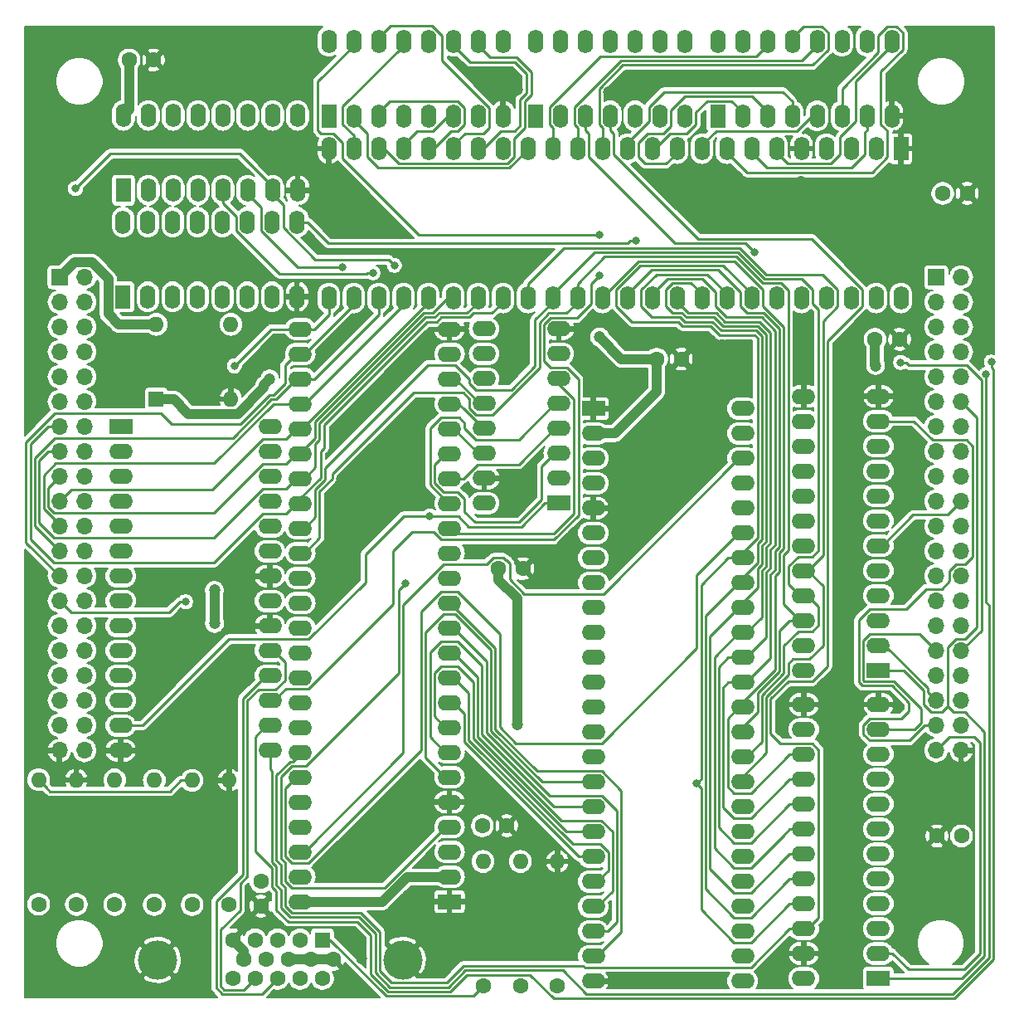
<source format=gbr>
G04 #@! TF.GenerationSoftware,KiCad,Pcbnew,(5.1.4)-1*
G04 #@! TF.CreationDate,2022-07-21T15:03:29-04:00*
G04 #@! TF.ProjectId,Layer3,4c617965-7233-42e6-9b69-6361645f7063,rev?*
G04 #@! TF.SameCoordinates,Original*
G04 #@! TF.FileFunction,Copper,L2,Bot*
G04 #@! TF.FilePolarity,Positive*
%FSLAX46Y46*%
G04 Gerber Fmt 4.6, Leading zero omitted, Abs format (unit mm)*
G04 Created by KiCad (PCBNEW (5.1.4)-1) date 2022-07-21 15:03:29*
%MOMM*%
%LPD*%
G04 APERTURE LIST*
%ADD10O,1.600000X2.400000*%
%ADD11R,1.600000X2.400000*%
%ADD12O,2.400000X1.600000*%
%ADD13R,2.400000X1.600000*%
%ADD14R,1.700000X1.700000*%
%ADD15O,1.700000X1.700000*%
%ADD16C,4.000000*%
%ADD17C,1.600000*%
%ADD18R,1.600000X1.600000*%
%ADD19O,1.600000X1.600000*%
%ADD20C,1.200000*%
%ADD21C,0.800000*%
%ADD22C,1.000000*%
%ADD23C,0.250000*%
%ADD24C,0.127000*%
G04 APERTURE END LIST*
D10*
X59918600Y-29108400D03*
X77698600Y-36728400D03*
X62458600Y-29108400D03*
X75158600Y-36728400D03*
X64998600Y-29108400D03*
X72618600Y-36728400D03*
X67538600Y-29108400D03*
X70078600Y-36728400D03*
X70078600Y-29108400D03*
X67538600Y-36728400D03*
X72618600Y-29108400D03*
X64998600Y-36728400D03*
X75158600Y-29108400D03*
X62458600Y-36728400D03*
X77698600Y-29108400D03*
D11*
X59918600Y-36728400D03*
D12*
X56997600Y-116890800D03*
X72237600Y-58470800D03*
X56997600Y-114350800D03*
X72237600Y-61010800D03*
X56997600Y-111810800D03*
X72237600Y-63550800D03*
X56997600Y-109270800D03*
X72237600Y-66090800D03*
X56997600Y-106730800D03*
X72237600Y-68630800D03*
X56997600Y-104190800D03*
X72237600Y-71170800D03*
X56997600Y-101650800D03*
X72237600Y-73710800D03*
X56997600Y-99110800D03*
X72237600Y-76250800D03*
X56997600Y-96570800D03*
X72237600Y-78790800D03*
X56997600Y-94030800D03*
X72237600Y-81330800D03*
X56997600Y-91490800D03*
X72237600Y-83870800D03*
X56997600Y-88950800D03*
X72237600Y-86410800D03*
X56997600Y-86410800D03*
X72237600Y-88950800D03*
X56997600Y-83870800D03*
X72237600Y-91490800D03*
X56997600Y-81330800D03*
X72237600Y-94030800D03*
X56997600Y-78790800D03*
X72237600Y-96570800D03*
X56997600Y-76250800D03*
X72237600Y-99110800D03*
X56997600Y-73710800D03*
X72237600Y-101650800D03*
X56997600Y-71170800D03*
X72237600Y-104190800D03*
X56997600Y-68630800D03*
X72237600Y-106730800D03*
X56997600Y-66090800D03*
X72237600Y-109270800D03*
X56997600Y-63550800D03*
X72237600Y-111810800D03*
X56997600Y-61010800D03*
X72237600Y-114350800D03*
X56997600Y-58470800D03*
D13*
X72237600Y-116890800D03*
D14*
X121945400Y-53187600D03*
D15*
X124485400Y-53187600D03*
X121945400Y-55727600D03*
X124485400Y-55727600D03*
X121945400Y-58267600D03*
X124485400Y-58267600D03*
X121945400Y-60807600D03*
X124485400Y-60807600D03*
X121945400Y-63347600D03*
X124485400Y-63347600D03*
X121945400Y-65887600D03*
X124485400Y-65887600D03*
X121945400Y-68427600D03*
X124485400Y-68427600D03*
X121945400Y-70967600D03*
X124485400Y-70967600D03*
X121945400Y-73507600D03*
X124485400Y-73507600D03*
X121945400Y-76047600D03*
X124485400Y-76047600D03*
X121945400Y-78587600D03*
X124485400Y-78587600D03*
X121945400Y-81127600D03*
X124485400Y-81127600D03*
X121945400Y-83667600D03*
X124485400Y-83667600D03*
X121945400Y-86207600D03*
X124485400Y-86207600D03*
X121945400Y-88747600D03*
X124485400Y-88747600D03*
X121945400Y-91287600D03*
X124485400Y-91287600D03*
X121945400Y-93827600D03*
X124485400Y-93827600D03*
X121945400Y-96367600D03*
X124485400Y-96367600D03*
X121945400Y-98907600D03*
X124485400Y-98907600D03*
X121945400Y-101447600D03*
X124485400Y-101447600D03*
D10*
X38938200Y-36677600D03*
X56718200Y-44297600D03*
X41478200Y-36677600D03*
X54178200Y-44297600D03*
X44018200Y-36677600D03*
X51638200Y-44297600D03*
X46558200Y-36677600D03*
X49098200Y-44297600D03*
X49098200Y-36677600D03*
X46558200Y-44297600D03*
X51638200Y-36677600D03*
X44018200Y-44297600D03*
X54178200Y-36677600D03*
X41478200Y-44297600D03*
X56718200Y-36677600D03*
D11*
X38938200Y-44297600D03*
D12*
X102158800Y-66573400D03*
X86918800Y-124993400D03*
X102158800Y-69113400D03*
X86918800Y-122453400D03*
X102158800Y-71653400D03*
X86918800Y-119913400D03*
X102158800Y-74193400D03*
X86918800Y-117373400D03*
X102158800Y-76733400D03*
X86918800Y-114833400D03*
X102158800Y-79273400D03*
X86918800Y-112293400D03*
X102158800Y-81813400D03*
X86918800Y-109753400D03*
X102158800Y-84353400D03*
X86918800Y-107213400D03*
X102158800Y-86893400D03*
X86918800Y-104673400D03*
X102158800Y-89433400D03*
X86918800Y-102133400D03*
X102158800Y-91973400D03*
X86918800Y-99593400D03*
X102158800Y-94513400D03*
X86918800Y-97053400D03*
X102158800Y-97053400D03*
X86918800Y-94513400D03*
X102158800Y-99593400D03*
X86918800Y-91973400D03*
X102158800Y-102133400D03*
X86918800Y-89433400D03*
X102158800Y-104673400D03*
X86918800Y-86893400D03*
X102158800Y-107213400D03*
X86918800Y-84353400D03*
X102158800Y-109753400D03*
X86918800Y-81813400D03*
X102158800Y-112293400D03*
X86918800Y-79273400D03*
X102158800Y-114833400D03*
X86918800Y-76733400D03*
X102158800Y-117373400D03*
X86918800Y-74193400D03*
X102158800Y-119913400D03*
X86918800Y-71653400D03*
X102158800Y-122453400D03*
X86918800Y-69113400D03*
X102158800Y-124993400D03*
D13*
X86918800Y-66573400D03*
D16*
X67443200Y-122827000D03*
X42443200Y-122827000D03*
D17*
X50098200Y-124737000D03*
X52388200Y-124737000D03*
X54678200Y-124737000D03*
X56968200Y-124737000D03*
X59258200Y-124737000D03*
X51243200Y-122757000D03*
X53533200Y-122757000D03*
X55823200Y-122757000D03*
X58113200Y-122757000D03*
X60403200Y-122757000D03*
X50098200Y-120777000D03*
X52388200Y-120777000D03*
X54678200Y-120777000D03*
X56968200Y-120777000D03*
D18*
X59258200Y-120777000D03*
D14*
X32410400Y-53187600D03*
D15*
X34950400Y-53187600D03*
X32410400Y-55727600D03*
X34950400Y-55727600D03*
X32410400Y-58267600D03*
X34950400Y-58267600D03*
X32410400Y-60807600D03*
X34950400Y-60807600D03*
X32410400Y-63347600D03*
X34950400Y-63347600D03*
X32410400Y-65887600D03*
X34950400Y-65887600D03*
X32410400Y-68427600D03*
X34950400Y-68427600D03*
X32410400Y-70967600D03*
X34950400Y-70967600D03*
X32410400Y-73507600D03*
X34950400Y-73507600D03*
X32410400Y-76047600D03*
X34950400Y-76047600D03*
X32410400Y-78587600D03*
X34950400Y-78587600D03*
X32410400Y-81127600D03*
X34950400Y-81127600D03*
X32410400Y-83667600D03*
X34950400Y-83667600D03*
X32410400Y-86207600D03*
X34950400Y-86207600D03*
X32410400Y-88747600D03*
X34950400Y-88747600D03*
X32410400Y-91287600D03*
X34950400Y-91287600D03*
X32410400Y-93827600D03*
X34950400Y-93827600D03*
X32410400Y-96367600D03*
X34950400Y-96367600D03*
X32410400Y-98907600D03*
X34950400Y-98907600D03*
X32410400Y-101447600D03*
X34950400Y-101447600D03*
D19*
X42291000Y-57988200D03*
X49911000Y-65608200D03*
X49911000Y-57988200D03*
D18*
X42291000Y-65608200D03*
D10*
X118338600Y-55295800D03*
X59918600Y-40055800D03*
X115798600Y-55295800D03*
X62458600Y-40055800D03*
X113258600Y-55295800D03*
X64998600Y-40055800D03*
X110718600Y-55295800D03*
X67538600Y-40055800D03*
X108178600Y-55295800D03*
X70078600Y-40055800D03*
X105638600Y-55295800D03*
X72618600Y-40055800D03*
X103098600Y-55295800D03*
X75158600Y-40055800D03*
X100558600Y-55295800D03*
X77698600Y-40055800D03*
X98018600Y-55295800D03*
X80238600Y-40055800D03*
X95478600Y-55295800D03*
X82778600Y-40055800D03*
X92938600Y-55295800D03*
X85318600Y-40055800D03*
X90398600Y-55295800D03*
X87858600Y-40055800D03*
X87858600Y-55295800D03*
X90398600Y-40055800D03*
X85318600Y-55295800D03*
X92938600Y-40055800D03*
X82778600Y-55295800D03*
X95478600Y-40055800D03*
X80238600Y-55295800D03*
X98018600Y-40055800D03*
X77698600Y-55295800D03*
X100558600Y-40055800D03*
X75158600Y-55295800D03*
X103098600Y-40055800D03*
X72618600Y-55295800D03*
X105638600Y-40055800D03*
X70078600Y-55295800D03*
X108178600Y-40055800D03*
X67538600Y-55295800D03*
X110718600Y-40055800D03*
X64998600Y-55295800D03*
X113258600Y-40055800D03*
X62458600Y-55295800D03*
X115798600Y-40055800D03*
X59918600Y-55295800D03*
D11*
X118338600Y-40055800D03*
D12*
X53898800Y-68427600D03*
X38658800Y-101447600D03*
X53898800Y-70967600D03*
X38658800Y-98907600D03*
X53898800Y-73507600D03*
X38658800Y-96367600D03*
X53898800Y-76047600D03*
X38658800Y-93827600D03*
X53898800Y-78587600D03*
X38658800Y-91287600D03*
X53898800Y-81127600D03*
X38658800Y-88747600D03*
X53898800Y-83667600D03*
X38658800Y-86207600D03*
X53898800Y-86207600D03*
X38658800Y-83667600D03*
X53898800Y-88747600D03*
X38658800Y-81127600D03*
X53898800Y-91287600D03*
X38658800Y-78587600D03*
X53898800Y-93827600D03*
X38658800Y-76047600D03*
X53898800Y-96367600D03*
X38658800Y-73507600D03*
X53898800Y-98907600D03*
X38658800Y-70967600D03*
X53898800Y-101447600D03*
D13*
X38658800Y-68427600D03*
D10*
X81026000Y-29083000D03*
X96266000Y-36703000D03*
X83566000Y-29083000D03*
X93726000Y-36703000D03*
X86106000Y-29083000D03*
X91186000Y-36703000D03*
X88646000Y-29083000D03*
X88646000Y-36703000D03*
X91186000Y-29083000D03*
X86106000Y-36703000D03*
X93726000Y-29083000D03*
X83566000Y-36703000D03*
X96266000Y-29083000D03*
D11*
X81026000Y-36703000D03*
D12*
X108407200Y-124714000D03*
X116027200Y-96774000D03*
X108407200Y-122174000D03*
X116027200Y-99314000D03*
X108407200Y-119634000D03*
X116027200Y-101854000D03*
X108407200Y-117094000D03*
X116027200Y-104394000D03*
X108407200Y-114554000D03*
X116027200Y-106934000D03*
X108407200Y-112014000D03*
X116027200Y-109474000D03*
X108407200Y-109474000D03*
X116027200Y-112014000D03*
X108407200Y-106934000D03*
X116027200Y-114554000D03*
X108407200Y-104394000D03*
X116027200Y-117094000D03*
X108407200Y-101854000D03*
X116027200Y-119634000D03*
X108407200Y-99314000D03*
X116027200Y-122174000D03*
X108407200Y-96774000D03*
D13*
X116027200Y-124714000D03*
D10*
X38887400Y-47548800D03*
X56667400Y-55168800D03*
X41427400Y-47548800D03*
X54127400Y-55168800D03*
X43967400Y-47548800D03*
X51587400Y-55168800D03*
X46507400Y-47548800D03*
X49047400Y-55168800D03*
X49047400Y-47548800D03*
X46507400Y-55168800D03*
X51587400Y-47548800D03*
X43967400Y-55168800D03*
X54127400Y-47548800D03*
X41427400Y-55168800D03*
X56667400Y-47548800D03*
D11*
X38887400Y-55168800D03*
D10*
X99618800Y-29083000D03*
X117398800Y-36703000D03*
X102158800Y-29083000D03*
X114858800Y-36703000D03*
X104698800Y-29083000D03*
X112318800Y-36703000D03*
X107238800Y-29083000D03*
X109778800Y-36703000D03*
X109778800Y-29083000D03*
X107238800Y-36703000D03*
X112318800Y-29083000D03*
X104698800Y-36703000D03*
X114858800Y-29083000D03*
X102158800Y-36703000D03*
X117398800Y-29083000D03*
D11*
X99618800Y-36703000D03*
D12*
X108407200Y-93268800D03*
X116027200Y-65328800D03*
X108407200Y-90728800D03*
X116027200Y-67868800D03*
X108407200Y-88188800D03*
X116027200Y-70408800D03*
X108407200Y-85648800D03*
X116027200Y-72948800D03*
X108407200Y-83108800D03*
X116027200Y-75488800D03*
X108407200Y-80568800D03*
X116027200Y-78028800D03*
X108407200Y-78028800D03*
X116027200Y-80568800D03*
X108407200Y-75488800D03*
X116027200Y-83108800D03*
X108407200Y-72948800D03*
X116027200Y-85648800D03*
X108407200Y-70408800D03*
X116027200Y-88188800D03*
X108407200Y-67868800D03*
X116027200Y-90728800D03*
X108407200Y-65328800D03*
D13*
X116027200Y-93268800D03*
D12*
X75768200Y-76225400D03*
X83388200Y-58445400D03*
X75768200Y-73685400D03*
X83388200Y-60985400D03*
X75768200Y-71145400D03*
X83388200Y-63525400D03*
X75768200Y-68605400D03*
X83388200Y-66065400D03*
X75768200Y-66065400D03*
X83388200Y-68605400D03*
X75768200Y-63525400D03*
X83388200Y-71145400D03*
X75768200Y-60985400D03*
X83388200Y-73685400D03*
X75768200Y-58445400D03*
D13*
X83388200Y-76225400D03*
D19*
X34137600Y-104470200D03*
D17*
X34137600Y-117170200D03*
D19*
X49733200Y-104495600D03*
D17*
X49733200Y-117195600D03*
D19*
X83261200Y-112776000D03*
D17*
X83261200Y-125476000D03*
D19*
X30276800Y-104444800D03*
D17*
X30276800Y-117144800D03*
D19*
X38044000Y-104468400D03*
D17*
X38044000Y-117168400D03*
D19*
X45948600Y-104495600D03*
D17*
X45948600Y-117195600D03*
D19*
X42087800Y-104495600D03*
D17*
X42087800Y-117195600D03*
D19*
X79476600Y-112776000D03*
D17*
X79476600Y-125476000D03*
D19*
X75666600Y-112776000D03*
D17*
X75666600Y-125476000D03*
X52974240Y-117343560D03*
X52974240Y-114843560D03*
X125105800Y-44627800D03*
X122605800Y-44627800D03*
X118197000Y-59512200D03*
X115697000Y-59512200D03*
X122010800Y-110185200D03*
X124510800Y-110185200D03*
X42022400Y-31013400D03*
X39522400Y-31013400D03*
X95895800Y-61518800D03*
X93395800Y-61518800D03*
X78090400Y-109143800D03*
X75590400Y-109143800D03*
X79741400Y-82918300D03*
X77241400Y-82918300D03*
D20*
X57434480Y-34005520D03*
X61188600Y-68961000D03*
X61188600Y-73712322D03*
X79654400Y-58445400D03*
X108127800Y-43405830D03*
X88524080Y-34264600D03*
X79128850Y-34045881D03*
X63293179Y-122661680D03*
X53873400Y-63550800D03*
X115739952Y-62182610D03*
X48234600Y-85115400D03*
X48248827Y-88485721D03*
X79141320Y-98811080D03*
X87562725Y-59287445D03*
D21*
X50266600Y-62230000D03*
X45288200Y-86283800D03*
X118300500Y-61861700D03*
X91236800Y-49445712D03*
X70236080Y-77546200D03*
X87528400Y-53035200D03*
X87528400Y-48869600D03*
X127008900Y-63093600D03*
X127558800Y-61813440D03*
X97448548Y-104852648D03*
X61274604Y-52120800D03*
X34036000Y-44119800D03*
X66598800Y-51968400D03*
X64424204Y-52730400D03*
X67767200Y-84414360D03*
X103389670Y-50661330D03*
D22*
X55823200Y-122757000D02*
X60403200Y-122757000D01*
X51243200Y-121922000D02*
X50098200Y-120777000D01*
X51243200Y-122757000D02*
X51243200Y-121922000D01*
D23*
X77698600Y-36728400D02*
X77698600Y-36179404D01*
X77698600Y-36179404D02*
X77698600Y-35925978D01*
D22*
X38446798Y-57988200D02*
X37387399Y-56928801D01*
X42291000Y-57988200D02*
X38446798Y-57988200D01*
X33960401Y-51637599D02*
X32410400Y-53187600D01*
X35694401Y-51637599D02*
X33960401Y-51637599D01*
X37387399Y-53330597D02*
X35694401Y-51637599D01*
X37387399Y-56928801D02*
X37387399Y-53330597D01*
X44091000Y-65608200D02*
X42291000Y-65608200D01*
X45591001Y-67108201D02*
X44091000Y-65608200D01*
X50631001Y-67108201D02*
X45591001Y-67108201D01*
X53273401Y-64465801D02*
X50631001Y-67108201D01*
X53273401Y-64150799D02*
X53273401Y-64465801D01*
X53873400Y-63550800D02*
X53273401Y-64150799D01*
X93395800Y-64836400D02*
X93395800Y-61518800D01*
X89118800Y-69113400D02*
X93395800Y-64836400D01*
X86918800Y-69113400D02*
X89118800Y-69113400D01*
X115697000Y-59512200D02*
X115697000Y-62139658D01*
X115697000Y-62139658D02*
X115739952Y-62182610D01*
X70037600Y-114350800D02*
X72237600Y-114350800D01*
X67924340Y-114350800D02*
X70037600Y-114350800D01*
X65384340Y-116890800D02*
X67924340Y-114350800D01*
X56997600Y-116890800D02*
X65384340Y-116890800D01*
X48234600Y-85115400D02*
X48234600Y-88471494D01*
X48234600Y-88471494D02*
X48248827Y-88485721D01*
X39522400Y-36093400D02*
X38938200Y-36677600D01*
X39522400Y-31013400D02*
X39522400Y-36093400D01*
X77241400Y-82918300D02*
X77241400Y-84049670D01*
X79141320Y-85949590D02*
X79141320Y-97962552D01*
X79141320Y-97962552D02*
X79141320Y-98811080D01*
X77241400Y-84049670D02*
X79141320Y-85949590D01*
X93395800Y-61518800D02*
X89794080Y-61518800D01*
X89794080Y-61518800D02*
X87562725Y-59287445D01*
D23*
X33260399Y-87057599D02*
X32410400Y-86207600D01*
X33585401Y-87382601D02*
X33260399Y-87057599D01*
X43623714Y-87382601D02*
X33585401Y-87382601D01*
X44722515Y-86283800D02*
X43623714Y-87382601D01*
X45288200Y-86283800D02*
X44722515Y-86283800D01*
X59918600Y-56745800D02*
X59918600Y-55295800D01*
X59918600Y-56999800D02*
X59918600Y-56745800D01*
X58447600Y-58470800D02*
X59918600Y-56999800D01*
X56997600Y-58470800D02*
X58447600Y-58470800D01*
X54025800Y-58470800D02*
X50266600Y-62230000D01*
X56997600Y-58470800D02*
X54025800Y-58470800D01*
X57397600Y-61010800D02*
X56997600Y-61010800D01*
X62458600Y-55949800D02*
X57397600Y-61010800D01*
X62458600Y-55295800D02*
X62458600Y-55949800D01*
X28985351Y-70014158D02*
X28985350Y-80242550D01*
X31936908Y-67062601D02*
X28985351Y-70014158D01*
X42754801Y-67062601D02*
X31936908Y-67062601D01*
X43840400Y-68148200D02*
X42754801Y-67062601D01*
X50914376Y-68148200D02*
X43840400Y-68148200D01*
X56997600Y-61010800D02*
X56597600Y-61010800D01*
X28985350Y-80242550D02*
X32410400Y-83667600D01*
X55472590Y-62135810D02*
X55472590Y-64034410D01*
X55472590Y-64034410D02*
X54316218Y-65190782D01*
X54316218Y-65190782D02*
X53871794Y-65190782D01*
X56597600Y-61010800D02*
X55472590Y-62135810D01*
X53871794Y-65190782D02*
X50914376Y-68148200D01*
X64998600Y-56745800D02*
X64998600Y-55295800D01*
X64998600Y-56999800D02*
X64998600Y-56745800D01*
X58447600Y-63550800D02*
X64998600Y-56999800D01*
X56997600Y-63550800D02*
X58447600Y-63550800D01*
X29885370Y-78602570D02*
X32410400Y-81127600D01*
X29885370Y-71654139D02*
X29885370Y-78602570D01*
X56997600Y-63550800D02*
X56597600Y-63550800D01*
X56597600Y-63550800D02*
X54507610Y-65640790D01*
X54058195Y-65640791D02*
X50096385Y-69602601D01*
X50096385Y-69602601D02*
X31936908Y-69602601D01*
X54507610Y-65640790D02*
X54058195Y-65640791D01*
X31936908Y-69602601D02*
X29885370Y-71654139D01*
X55547600Y-66090800D02*
X56997600Y-66090800D01*
X54244596Y-66090800D02*
X55547600Y-66090800D01*
X48192795Y-72142601D02*
X54244596Y-66090800D01*
X32036397Y-72142601D02*
X48192795Y-72142601D01*
X30785390Y-73393608D02*
X32036397Y-72142601D01*
X30785390Y-76798002D02*
X30785390Y-73393608D01*
X32410400Y-78423012D02*
X30785390Y-76798002D01*
X32410400Y-78587600D02*
X32410400Y-78423012D01*
X57397600Y-66090800D02*
X56997600Y-66090800D01*
X67538600Y-55949800D02*
X57397600Y-66090800D01*
X67538600Y-55295800D02*
X67538600Y-55949800D01*
X116427200Y-80568800D02*
X116027200Y-80568800D01*
X119583401Y-77412599D02*
X116427200Y-80568800D01*
X123120401Y-77412599D02*
X119583401Y-77412599D01*
X124485400Y-76047600D02*
X123120401Y-77412599D01*
X56597600Y-68630800D02*
X56997600Y-68630800D01*
X55547600Y-69680800D02*
X56597600Y-68630800D01*
X53194596Y-69680800D02*
X55547600Y-69680800D01*
X48002797Y-74872599D02*
X53194596Y-69680800D01*
X33585401Y-74872599D02*
X48002797Y-74872599D01*
X32410400Y-76047600D02*
X33585401Y-74872599D01*
X57143600Y-68630800D02*
X56997600Y-68630800D01*
X70078600Y-55695800D02*
X57143600Y-68630800D01*
X70078600Y-55295800D02*
X70078600Y-55695800D01*
X56597600Y-71170800D02*
X56997600Y-71170800D01*
X55547600Y-72220800D02*
X56597600Y-71170800D01*
X53194596Y-72220800D02*
X55547600Y-72220800D01*
X48192795Y-77222601D02*
X53194596Y-72220800D01*
X31846399Y-77222601D02*
X48192795Y-77222601D01*
X31235399Y-76611601D02*
X31846399Y-77222601D01*
X31235399Y-74682601D02*
X31235399Y-76611601D01*
X32410400Y-73507600D02*
X31235399Y-74682601D01*
X72069604Y-55295800D02*
X72618600Y-55295800D01*
X56997600Y-71083386D02*
X58522610Y-69558376D01*
X56997600Y-71170800D02*
X56997600Y-71083386D01*
X58522610Y-69558376D02*
X58522610Y-67888200D01*
X69590000Y-56820810D02*
X70544594Y-56820810D01*
X58522610Y-67888200D02*
X69590000Y-56820810D01*
X70544594Y-56820810D02*
X72069604Y-55295800D01*
X56597600Y-73710800D02*
X56997600Y-73710800D01*
X55547600Y-74760800D02*
X56597600Y-73710800D01*
X53194596Y-74760800D02*
X55547600Y-74760800D01*
X48192795Y-79762601D02*
X53194596Y-74760800D01*
X31846399Y-79762601D02*
X48192795Y-79762601D01*
X30335380Y-78251582D02*
X31846399Y-79762601D01*
X30335380Y-71840539D02*
X30335380Y-78251582D01*
X31208319Y-70967600D02*
X30335380Y-71840539D01*
X32410400Y-70967600D02*
X31208319Y-70967600D01*
X57397600Y-73710800D02*
X56997600Y-73710800D01*
X58522610Y-72585790D02*
X57397600Y-73710800D01*
X58522610Y-70194786D02*
X58522610Y-72585790D01*
X75158600Y-55295800D02*
X75158600Y-55695800D01*
X69776400Y-57270820D02*
X58972620Y-68074600D01*
X58972620Y-68074600D02*
X58972620Y-69744776D01*
X58972620Y-69744776D02*
X58522610Y-70194786D01*
X74033590Y-56820810D02*
X71181004Y-56820810D01*
X75158600Y-55695800D02*
X74033590Y-56820810D01*
X70730994Y-57270820D02*
X69776400Y-57270820D01*
X71181004Y-56820810D02*
X70730994Y-57270820D01*
X56597600Y-76250800D02*
X56997600Y-76250800D01*
X55547600Y-77300800D02*
X56597600Y-76250800D01*
X53194596Y-77300800D02*
X55547600Y-77300800D01*
X48192795Y-82302601D02*
X53194596Y-77300800D01*
X31846399Y-82302601D02*
X48192795Y-82302601D01*
X29435360Y-79891562D02*
X31846399Y-82302601D01*
X29435360Y-70200559D02*
X29435360Y-79891562D01*
X31208319Y-68427600D02*
X29435360Y-70200559D01*
X32410400Y-68427600D02*
X31208319Y-68427600D01*
X56997600Y-75701804D02*
X56997600Y-76250800D01*
X59077802Y-73621602D02*
X56997600Y-75701804D01*
X59077802Y-70970198D02*
X59077802Y-73621602D01*
X59422630Y-70625370D02*
X59077802Y-70970198D01*
X69964971Y-57720829D02*
X59422630Y-68263170D01*
X70917395Y-57720829D02*
X69964971Y-57720829D01*
X77698600Y-55695800D02*
X76573590Y-56820810D01*
X59422630Y-68263170D02*
X59422630Y-70625370D01*
X76573590Y-56820810D02*
X74670000Y-56820810D01*
X74670000Y-56820810D02*
X74219990Y-57270820D01*
X77698600Y-55295800D02*
X77698600Y-55695800D01*
X74219990Y-57270820D02*
X71367404Y-57270820D01*
X71367404Y-57270820D02*
X70917395Y-57720829D01*
X126861980Y-122385400D02*
X126861980Y-101534820D01*
X116027200Y-124714000D02*
X124533380Y-124714000D01*
X124533380Y-124714000D02*
X126861980Y-122385400D01*
X123120401Y-90913597D02*
X123120401Y-96931601D01*
X123921399Y-90112599D02*
X123120401Y-90913597D01*
X124859403Y-90112599D02*
X123921399Y-90112599D01*
X126110410Y-88861592D02*
X124859403Y-90112599D01*
X126110410Y-67512610D02*
X126110410Y-88861592D01*
X124485400Y-65887600D02*
X126110410Y-67512610D01*
X126861980Y-99545178D02*
X126861980Y-101258780D01*
X124859403Y-97542601D02*
X126861980Y-99545178D01*
X123731401Y-97542601D02*
X124859403Y-97542601D01*
X123120401Y-96931601D02*
X123731401Y-97542601D01*
X126861980Y-101534820D02*
X126861980Y-101258780D01*
X126861980Y-101258780D02*
X126861980Y-101193600D01*
X118612202Y-93268800D02*
X116027200Y-93268800D01*
X120645392Y-95301990D02*
X118612202Y-93268800D01*
X120645392Y-96806594D02*
X120645392Y-95301990D01*
X121381399Y-97542601D02*
X120645392Y-96806594D01*
X123120401Y-96931601D02*
X122509401Y-97542601D01*
X122509401Y-97542601D02*
X121381399Y-97542601D01*
X117477200Y-122174000D02*
X116027200Y-122174000D01*
X119115500Y-123812300D02*
X117477200Y-122174000D01*
X123310399Y-100082601D02*
X125800101Y-100082601D01*
X121945400Y-101447600D02*
X123310399Y-100082601D01*
X125800101Y-100082601D02*
X126411970Y-100694470D01*
X126411970Y-100694470D02*
X126411970Y-122199000D01*
X126411970Y-122199000D02*
X124798670Y-123812300D01*
X124798670Y-123812300D02*
X119115500Y-123812300D01*
X120743319Y-98907600D02*
X121945400Y-98907600D01*
X119211909Y-100439010D02*
X120743319Y-98907600D01*
X115161206Y-100439010D02*
X119211909Y-100439010D01*
X114502190Y-99779994D02*
X115161206Y-100439010D01*
X114502190Y-98848006D02*
X114502190Y-99779994D01*
X115179196Y-98171000D02*
X114502190Y-98848006D01*
X119164100Y-96598122D02*
X119164100Y-97409000D01*
X117409789Y-94843811D02*
X119164100Y-96598122D01*
X125660401Y-81691601D02*
X124859403Y-82492599D01*
X123921399Y-82492599D02*
X123310399Y-83103599D01*
X120929400Y-84975700D02*
X118841310Y-87063790D01*
X125660401Y-70403599D02*
X125660401Y-81691601D01*
X125049401Y-69792599D02*
X125660401Y-70403599D01*
X119164100Y-97409000D02*
X118402100Y-98171000D01*
X116027200Y-67868800D02*
X119647598Y-67868800D01*
X114052180Y-88172816D02*
X114052180Y-94515192D01*
X114380798Y-94843810D02*
X117409789Y-94843811D01*
X119647598Y-67868800D02*
X121571397Y-69792599D01*
X118402100Y-98171000D02*
X115179196Y-98171000D01*
X124859403Y-82492599D02*
X123921399Y-82492599D01*
X121571397Y-69792599D02*
X125049401Y-69792599D01*
X115161206Y-87063790D02*
X114052180Y-88172816D01*
X123310399Y-84144101D02*
X122478800Y-84975700D01*
X122478800Y-84975700D02*
X120929400Y-84975700D01*
X123310399Y-83103599D02*
X123310399Y-84144101D01*
X118841310Y-87063790D02*
X115161206Y-87063790D01*
X114052180Y-94515192D02*
X114380798Y-94843810D01*
X121095401Y-95517601D02*
X121945400Y-96367600D01*
X121095401Y-95115589D02*
X121095401Y-95517601D01*
X116708612Y-90728800D02*
X121095401Y-95115589D01*
X116027200Y-90728800D02*
X116708612Y-90728800D01*
X124485400Y-91287600D02*
X126560420Y-89212580D01*
X126560420Y-89212580D02*
X126560420Y-63683618D01*
X126560420Y-63683618D02*
X125030602Y-62153800D01*
X118866185Y-61861700D02*
X118300500Y-61861700D01*
X119158285Y-62153800D02*
X118866185Y-61861700D01*
X125030602Y-62153800D02*
X119158285Y-62153800D01*
X101758800Y-71653400D02*
X102158800Y-71653400D01*
X87933790Y-85478410D02*
X101758800Y-71653400D01*
X78366401Y-84007931D02*
X79836880Y-85478410D01*
X79836880Y-85478410D02*
X87933790Y-85478410D01*
X78366401Y-82344041D02*
X78366401Y-84007931D01*
X78038960Y-82016600D02*
X78366401Y-82344041D01*
X77993240Y-82016600D02*
X78038960Y-82016600D01*
X77769939Y-81793299D02*
X77993240Y-82016600D01*
X76701399Y-81793299D02*
X77769939Y-81793299D01*
X56997600Y-111810800D02*
X57397600Y-111810800D01*
X57397600Y-111810800D02*
X67513200Y-101695200D01*
X67513200Y-101695200D02*
X67513200Y-86604196D01*
X67513200Y-86604196D02*
X71661586Y-82455810D01*
X71661586Y-82455810D02*
X76038888Y-82455810D01*
X76038888Y-82455810D02*
X76701399Y-81793299D01*
X121095401Y-90437601D02*
X121945400Y-91287600D01*
X120261590Y-89603790D02*
X121095401Y-90437601D01*
X115161206Y-89603790D02*
X120261590Y-89603790D01*
X114502190Y-90262806D02*
X115161206Y-89603790D01*
X114502190Y-94328792D02*
X114502190Y-90262806D01*
X119700509Y-99314000D02*
X120383300Y-98631209D01*
X116027200Y-99314000D02*
X119700509Y-99314000D01*
X120383300Y-98631209D02*
X120383300Y-97180912D01*
X120383300Y-97180912D02*
X117596189Y-94393801D01*
X117596189Y-94393801D02*
X114567199Y-94393801D01*
X114567199Y-94393801D02*
X114502190Y-94328792D01*
X101758800Y-79273400D02*
X102158800Y-79273400D01*
X56997600Y-104190800D02*
X56597600Y-104190800D01*
X56597600Y-104190800D02*
X55472590Y-105315810D01*
X55472590Y-105315810D02*
X55472590Y-112276794D01*
X55472590Y-112276794D02*
X56131606Y-112935810D01*
X56131606Y-112935810D02*
X57863594Y-112935810D01*
X57863594Y-112935810D02*
X69362560Y-101436844D01*
X69362560Y-101436844D02*
X69362560Y-87294836D01*
X69362560Y-87294836D02*
X71371606Y-85285790D01*
X71371606Y-85285790D02*
X73103594Y-85285790D01*
X73103594Y-85285790D02*
X77362686Y-89544882D01*
X77362686Y-89544882D02*
X77362686Y-99096006D01*
X77362686Y-99096006D02*
X78985090Y-100718410D01*
X78985090Y-100718410D02*
X87784794Y-100718410D01*
X87784794Y-100718410D02*
X97483722Y-91019482D01*
X97483722Y-91019482D02*
X97483722Y-83548478D01*
X97483722Y-83548478D02*
X101758800Y-79273400D01*
X60042970Y-120777000D02*
X59258200Y-120777000D01*
X65767998Y-126502028D02*
X60042970Y-120777000D01*
X74640571Y-126502029D02*
X65767998Y-126502028D01*
X75666600Y-125476000D02*
X74640571Y-126502029D01*
X31076799Y-105244799D02*
X30276800Y-104444800D01*
X31452601Y-105620601D02*
X31076799Y-105244799D01*
X43692229Y-105620601D02*
X31452601Y-105620601D01*
X44817230Y-104495600D02*
X43692229Y-105620601D01*
X45948600Y-104495600D02*
X44817230Y-104495600D01*
X75152200Y-71145400D02*
X75768200Y-71145400D01*
X72637600Y-68630800D02*
X75152200Y-71145400D01*
X72237600Y-68630800D02*
X72637600Y-68630800D01*
X72237600Y-78790800D02*
X71837600Y-78790800D01*
X84913201Y-77285401D02*
X84913201Y-65599397D01*
X83388200Y-64074396D02*
X83388200Y-63525400D01*
X84913201Y-65599397D02*
X83388200Y-64074396D01*
X82860601Y-79338001D02*
X84913201Y-77285401D01*
X72784801Y-79338001D02*
X82860601Y-79338001D01*
X72237600Y-78790800D02*
X72784801Y-79338001D01*
X72237600Y-66090800D02*
X73166186Y-66090800D01*
X73636613Y-66561227D02*
X74317333Y-67241947D01*
X73166186Y-66090800D02*
X73636613Y-66561227D01*
X75680786Y-68605400D02*
X75768200Y-68605400D01*
X73636613Y-66561227D02*
X75680786Y-68605400D01*
X82988200Y-66065400D02*
X79323190Y-69730410D01*
X73762610Y-68052690D02*
X73215710Y-67505790D01*
X73762610Y-68590814D02*
X73762610Y-68052690D01*
X74902206Y-69730410D02*
X73762610Y-68590814D01*
X70262580Y-68614816D02*
X70262580Y-74363194D01*
X83388200Y-66065400D02*
X82988200Y-66065400D01*
X71371606Y-67505790D02*
X70262580Y-68614816D01*
X79323190Y-69730410D02*
X74902206Y-69730410D01*
X73215710Y-67505790D02*
X71371606Y-67505790D01*
X71475185Y-75575799D02*
X71994400Y-75575800D01*
X70262580Y-74363194D02*
X71475185Y-75575799D01*
X71994400Y-75575800D02*
X72237600Y-75819000D01*
X72237600Y-75819000D02*
X72237600Y-76250800D01*
X72853600Y-63550800D02*
X72237600Y-63550800D01*
X75368200Y-66065400D02*
X72853600Y-63550800D01*
X75768200Y-66065400D02*
X75368200Y-66065400D01*
X73687600Y-73710800D02*
X75127990Y-72270410D01*
X72237600Y-73710800D02*
X73687600Y-73710800D01*
X79323190Y-72270410D02*
X82988200Y-68605400D01*
X75127990Y-72270410D02*
X79323190Y-72270410D01*
X82988200Y-68605400D02*
X83388200Y-68605400D01*
X82988200Y-71145400D02*
X83388200Y-71145400D01*
X81650840Y-72482760D02*
X82988200Y-71145400D01*
X81650840Y-75876350D02*
X81650840Y-72482760D01*
X79364200Y-78162990D02*
X81650840Y-75876350D01*
X74840670Y-78162990D02*
X79364200Y-78162990D01*
X73762610Y-77084930D02*
X74840670Y-78162990D01*
X73762610Y-75784806D02*
X73762610Y-77084930D01*
X72237600Y-71170800D02*
X71837600Y-71170800D01*
X71837600Y-71170800D02*
X70712590Y-72295810D01*
X70712590Y-72295810D02*
X70712590Y-74176794D01*
X70712590Y-74176794D02*
X71661586Y-75125790D01*
X71661586Y-75125790D02*
X73103594Y-75125790D01*
X73103594Y-75125790D02*
X73762610Y-75784806D01*
X90671115Y-49445712D02*
X90396123Y-49720703D01*
X91236800Y-49445712D02*
X90671115Y-49445712D01*
X90396123Y-49720703D02*
X69919499Y-49720703D01*
X59889303Y-49720703D02*
X69919499Y-49720703D01*
X57717400Y-47548800D02*
X59889303Y-49720703D01*
X56667400Y-47548800D02*
X57717400Y-47548800D01*
X73126600Y-77546200D02*
X70236080Y-77546200D01*
X74193400Y-78613000D02*
X73126600Y-77546200D01*
X79550600Y-78613000D02*
X74193400Y-78613000D01*
X83388200Y-76225400D02*
X81938200Y-76225400D01*
X81938200Y-76225400D02*
X79550600Y-78613000D01*
X67538600Y-77546200D02*
X70236080Y-77546200D01*
X40858020Y-98907600D02*
X49689810Y-90075810D01*
X38658800Y-98907600D02*
X40858020Y-98907600D01*
X49689810Y-90075810D02*
X57863594Y-90075810D01*
X57863594Y-90075810D02*
X63657302Y-84282102D01*
X63657302Y-84282102D02*
X63657302Y-81427498D01*
X63657302Y-81427498D02*
X67538600Y-77546200D01*
X61333590Y-41089790D02*
X69113400Y-48869600D01*
X61333590Y-39479786D02*
X61333590Y-41089790D01*
X60384594Y-38530790D02*
X61333590Y-39479786D01*
X59135988Y-38530790D02*
X60384594Y-38530790D01*
X58793599Y-38188401D02*
X59135988Y-38530790D01*
X87528400Y-48869600D02*
X69113400Y-48869600D01*
X82522206Y-57320390D02*
X81863190Y-57979406D01*
X86733590Y-55871814D02*
X85285014Y-57320390D01*
X86733590Y-53830010D02*
X86733590Y-55871814D01*
X87528400Y-53035200D02*
X86733590Y-53830010D01*
X85393799Y-63539995D02*
X85393799Y-77441213D01*
X82522206Y-62400390D02*
X84254194Y-62400390D01*
X85285014Y-57320390D02*
X82522206Y-57320390D01*
X81863190Y-61741374D02*
X82522206Y-62400390D01*
X84254194Y-62400390D02*
X85393799Y-63539995D01*
X54298800Y-96367600D02*
X53898800Y-96367600D01*
X82919202Y-79915810D02*
X85393799Y-77441213D01*
X71371606Y-79915810D02*
X82919202Y-79915810D01*
X55510590Y-95155810D02*
X54298800Y-96367600D01*
X70646605Y-79190809D02*
X71371606Y-79915810D01*
X70646605Y-79190809D02*
X68402389Y-79190809D01*
X68402389Y-79190809D02*
X66504390Y-81088808D01*
X66504390Y-81088808D02*
X66504390Y-86515014D01*
X66504390Y-86515014D02*
X57863594Y-95155810D01*
X57863594Y-95155810D02*
X55510590Y-95155810D01*
X81863190Y-57979406D02*
X81863190Y-61741374D01*
X62458600Y-29508400D02*
X62458600Y-29108400D01*
X58793599Y-33173401D02*
X62458600Y-29508400D01*
X58793599Y-38188401D02*
X58793599Y-33173401D01*
X73793400Y-38481000D02*
X72618600Y-39655800D01*
X76283610Y-37884374D02*
X75686984Y-38481000D01*
X76283610Y-35862406D02*
X76283610Y-37884374D01*
X75686984Y-38481000D02*
X73793400Y-38481000D01*
X70463814Y-27502610D02*
X71493590Y-28532386D01*
X71493590Y-28532386D02*
X71493590Y-31072386D01*
X66204390Y-27502610D02*
X70463814Y-27502610D01*
X72618600Y-39655800D02*
X72618600Y-40055800D01*
X64998600Y-28708400D02*
X66204390Y-27502610D01*
X71493590Y-31072386D02*
X76283610Y-35862406D01*
X64998600Y-29108400D02*
X64998600Y-28708400D01*
X67538600Y-39655800D02*
X67538600Y-40055800D01*
X68940990Y-38253410D02*
X67538600Y-39655800D01*
X70544594Y-38253410D02*
X68940990Y-38253410D01*
X72069604Y-36728400D02*
X70544594Y-38253410D01*
X72618600Y-36728400D02*
X72069604Y-36728400D01*
X67538600Y-29508400D02*
X67538600Y-29108400D01*
X61333590Y-35713410D02*
X67538600Y-29508400D01*
X61333590Y-37594394D02*
X61333590Y-35713410D01*
X62458600Y-38719404D02*
X61333590Y-37594394D01*
X62458600Y-40055800D02*
X62458600Y-38719404D01*
X72618600Y-29508400D02*
X72618600Y-29108400D01*
X78885210Y-31204330D02*
X74314530Y-31204330D01*
X80134389Y-32453509D02*
X78885210Y-31204330D01*
X80134389Y-34348491D02*
X80134389Y-32453509D01*
X75707596Y-40055800D02*
X77509986Y-38253410D01*
X75158600Y-40055800D02*
X75707596Y-40055800D01*
X77509986Y-38253410D02*
X78891390Y-38253410D01*
X74314530Y-31204330D02*
X72618600Y-29508400D01*
X79450989Y-37693811D02*
X79450989Y-35031891D01*
X78891390Y-38253410D02*
X79450989Y-37693811D01*
X79450989Y-35031891D02*
X80134389Y-34348491D01*
X64998600Y-36328400D02*
X64998600Y-36728400D01*
X66123610Y-35203390D02*
X64998600Y-36328400D01*
X73084594Y-35203390D02*
X66123610Y-35203390D01*
X73743610Y-35862406D02*
X73084594Y-35203390D01*
X73743610Y-37594394D02*
X73743610Y-35862406D01*
X73084594Y-38253410D02*
X73743610Y-37594394D01*
X72429986Y-38253410D02*
X73084594Y-38253410D01*
X70627596Y-40055800D02*
X72429986Y-38253410D01*
X70078600Y-40055800D02*
X70627596Y-40055800D01*
X75158600Y-29508400D02*
X75158600Y-29108400D01*
X80584399Y-32267109D02*
X79071611Y-30754321D01*
X80584399Y-34559599D02*
X80584399Y-32267109D01*
X79900999Y-35242999D02*
X80584399Y-34559599D01*
X79900999Y-37955001D02*
X79900999Y-35242999D01*
X76404520Y-30754320D02*
X75158600Y-29508400D01*
X64998600Y-40055800D02*
X65547596Y-40055800D01*
X65547596Y-40055800D02*
X67072606Y-41580810D01*
X67072606Y-41580810D02*
X78164594Y-41580810D01*
X78164594Y-41580810D02*
X78823610Y-40921794D01*
X78823610Y-40921794D02*
X78823610Y-39032390D01*
X79071611Y-30754321D02*
X76404520Y-30754320D01*
X78823610Y-39032390D02*
X79900999Y-37955001D01*
X80238600Y-40143214D02*
X80238600Y-40055800D01*
X78350994Y-42030820D02*
X80238600Y-40143214D01*
X64982616Y-42030820D02*
X78350994Y-42030820D01*
X63873590Y-40921794D02*
X64982616Y-42030820D01*
X63873590Y-38543390D02*
X63873590Y-40921794D01*
X62458600Y-37128400D02*
X63873590Y-38543390D01*
X62458600Y-36728400D02*
X62458600Y-37128400D01*
X108407200Y-88188800D02*
X108007200Y-88188800D01*
X88093668Y-51070732D02*
X85318600Y-53845800D01*
X85318600Y-53845800D02*
X85318600Y-55295800D01*
X104201004Y-53770790D02*
X101500946Y-51070732D01*
X101500946Y-51070732D02*
X88093668Y-51070732D01*
X106383869Y-86565469D02*
X106383869Y-81494205D01*
X108007200Y-88188800D02*
X106383869Y-86565469D01*
X106383869Y-81494205D02*
X106833877Y-81044197D01*
X106833877Y-81044197D02*
X106833877Y-54500073D01*
X106833877Y-54500073D02*
X106104594Y-53770790D01*
X106104594Y-53770790D02*
X104201004Y-53770790D01*
X103683810Y-97519394D02*
X103683810Y-96669370D01*
X102158800Y-99044404D02*
X103683810Y-97519394D01*
X102158800Y-99593400D02*
X102158800Y-99044404D01*
X58972620Y-79755780D02*
X57397600Y-81330800D01*
X81413180Y-57793006D02*
X81413180Y-62411424D01*
X82290000Y-56820810D02*
X82290000Y-56916186D01*
X82290000Y-56916186D02*
X81413180Y-57793006D01*
X84193590Y-56820810D02*
X82290000Y-56820810D01*
X60263599Y-73708625D02*
X58972620Y-74999604D01*
X57397600Y-81330800D02*
X56997600Y-81330800D01*
X85318600Y-55695800D02*
X84193590Y-56820810D01*
X58972620Y-74999604D02*
X58972620Y-79755780D01*
X85318600Y-55295800D02*
X85318600Y-55695800D01*
X81413180Y-62411424D02*
X76634194Y-67190410D01*
X76634194Y-67190410D02*
X74902206Y-67190410D01*
X74902206Y-67190410D02*
X74243190Y-66531394D01*
X60263599Y-73268321D02*
X60263599Y-73708625D01*
X74243190Y-66531394D02*
X74243190Y-65576800D01*
X74243190Y-65576800D02*
X73632180Y-64965790D01*
X68566130Y-64965790D02*
X60263599Y-73268321D01*
X73632180Y-64965790D02*
X68566130Y-64965790D01*
X105933860Y-89212140D02*
X105933859Y-93365755D01*
X108407200Y-88188800D02*
X106957200Y-88188800D01*
X106957200Y-88188800D02*
X105933860Y-89212140D01*
X103683810Y-95615804D02*
X103683810Y-96669370D01*
X105933859Y-93365755D02*
X103683810Y-95615804D01*
X87053678Y-50620722D02*
X82778600Y-54895800D01*
X104387404Y-53320780D02*
X101687346Y-50620722D01*
X108194585Y-53320781D02*
X104387404Y-53320780D01*
X109303610Y-54429806D02*
X108194585Y-53320781D01*
X109303610Y-55871814D02*
X109303610Y-54429806D01*
X82778600Y-54895800D02*
X82778600Y-55295800D01*
X109932210Y-56500414D02*
X109303610Y-55871814D01*
X109932210Y-81034794D02*
X109932210Y-56500414D01*
X108407200Y-85648800D02*
X108007200Y-85648800D01*
X108007200Y-85648800D02*
X106882190Y-84523790D01*
X106882190Y-84523790D02*
X106882190Y-82642806D01*
X107831186Y-81693810D02*
X109273194Y-81693810D01*
X101687346Y-50620722D02*
X87053678Y-50620722D01*
X106882190Y-82642806D02*
X107831186Y-81693810D01*
X109273194Y-81693810D02*
X109932210Y-81034794D01*
X82778600Y-55695800D02*
X82778600Y-55295800D01*
X78537784Y-64650410D02*
X80963170Y-62225024D01*
X80963170Y-57511230D02*
X82778600Y-55695800D01*
X74902206Y-64650410D02*
X78537784Y-64650410D01*
X74243190Y-63991394D02*
X74902206Y-64650410D01*
X74243190Y-63565386D02*
X74243190Y-63991394D01*
X72813614Y-62135810D02*
X74243190Y-63565386D01*
X70019202Y-62135810D02*
X72813614Y-62135810D01*
X80963170Y-62225024D02*
X80963170Y-57511230D01*
X56997600Y-78790800D02*
X57397600Y-78790800D01*
X58522610Y-77665790D02*
X58522610Y-74813204D01*
X58522610Y-74813204D02*
X59527812Y-73808002D01*
X59527812Y-73808002D02*
X59527812Y-72627200D01*
X57397600Y-78790800D02*
X58522610Y-77665790D01*
X59527812Y-72627200D02*
X70019202Y-62135810D01*
X108807200Y-85648800D02*
X108407200Y-85648800D01*
X109932210Y-86773810D02*
X108807200Y-85648800D01*
X109932210Y-88654794D02*
X109932210Y-86773810D01*
X109273194Y-89313810D02*
X109932210Y-88654794D01*
X107831186Y-89313810D02*
X109273194Y-89313810D01*
X106383868Y-90761128D02*
X107831186Y-89313810D01*
X106383868Y-93552154D02*
X106383868Y-90761128D01*
X104133820Y-95802204D02*
X106383868Y-93552154D01*
X104133820Y-100558380D02*
X104133820Y-95802204D01*
X102558800Y-102133400D02*
X104133820Y-100558380D01*
X102158800Y-102133400D02*
X102558800Y-102133400D01*
X108807200Y-83108800D02*
X108407200Y-83108800D01*
X110382220Y-81533780D02*
X108807200Y-83108800D01*
X110382220Y-57623184D02*
X110382220Y-81533780D01*
X111843610Y-56161794D02*
X110382220Y-57623184D01*
X111843610Y-54429806D02*
X111843610Y-56161794D01*
X80238600Y-55295800D02*
X80238600Y-53845800D01*
X80238600Y-53845800D02*
X83913688Y-50170712D01*
X83913688Y-50170712D02*
X101873747Y-50170713D01*
X101873747Y-50170713D02*
X104573805Y-52870771D01*
X104573805Y-52870771D02*
X110284575Y-52870771D01*
X110284575Y-52870771D02*
X111843610Y-54429806D01*
X102158800Y-104124404D02*
X102158800Y-104673400D01*
X106833878Y-93738554D02*
X104583830Y-95988602D01*
X104583830Y-95988602D02*
X104583830Y-101699374D01*
X110382220Y-84683820D02*
X110382220Y-90744784D01*
X108807200Y-83108800D02*
X110382220Y-84683820D01*
X108983214Y-92143790D02*
X107309710Y-92143790D01*
X110382220Y-90744784D02*
X108983214Y-92143790D01*
X107309710Y-92143790D02*
X106833878Y-92619622D01*
X104583830Y-101699374D02*
X102158800Y-104124404D01*
X106833878Y-92619622D02*
X106833878Y-93738554D01*
X114858800Y-38153000D02*
X114858800Y-36703000D01*
X103098600Y-40055800D02*
X103098600Y-40455800D01*
X103098600Y-40455800D02*
X104673620Y-42030820D01*
X104673620Y-42030820D02*
X113274584Y-42030820D01*
X113274584Y-42030820D02*
X114673590Y-40631814D01*
X114673590Y-40631814D02*
X114673590Y-38338210D01*
X114673590Y-38338210D02*
X114858800Y-38153000D01*
X104698800Y-29483000D02*
X104698800Y-29083000D01*
X103573790Y-30608010D02*
X104698800Y-29483000D01*
X87669986Y-30608010D02*
X103573790Y-30608010D01*
X82440990Y-35837006D02*
X87669986Y-30608010D01*
X82440990Y-37568994D02*
X82440990Y-35837006D01*
X82778600Y-37906604D02*
X82440990Y-37568994D01*
X82778600Y-40055800D02*
X82778600Y-37906604D01*
X112318800Y-35253000D02*
X112318800Y-36703000D01*
X112318800Y-33926590D02*
X112318800Y-35253000D01*
X115983810Y-30261580D02*
X112318800Y-33926590D01*
X115983810Y-28506986D02*
X115983810Y-30261580D01*
X116932806Y-27557990D02*
X115983810Y-28506986D01*
X117864794Y-27557990D02*
X116932806Y-27557990D01*
X118523810Y-28217006D02*
X117864794Y-27557990D01*
X118523810Y-29948994D02*
X118523810Y-28217006D01*
X116273790Y-32199014D02*
X118523810Y-29948994D01*
X116273790Y-37568994D02*
X116273790Y-32199014D01*
X116923610Y-38218814D02*
X116273790Y-37568994D01*
X116923610Y-40921794D02*
X116923610Y-38218814D01*
X102583630Y-42480830D02*
X115364574Y-42480830D01*
X100558600Y-40055800D02*
X100558600Y-40455800D01*
X115364574Y-42480830D02*
X116923610Y-40921794D01*
X100558600Y-40455800D02*
X102583630Y-42480830D01*
X108363810Y-27557990D02*
X107238800Y-28683000D01*
X110244794Y-27557990D02*
X108363810Y-27557990D01*
X110903810Y-28217006D02*
X110244794Y-27557990D01*
X110903810Y-29948994D02*
X110903810Y-28217006D01*
X87858600Y-40055800D02*
X87858600Y-37906604D01*
X87858600Y-37906604D02*
X87520990Y-37568994D01*
X87520990Y-37568994D02*
X87520990Y-33933416D01*
X87520990Y-33933416D02*
X89946376Y-31508030D01*
X107238800Y-28683000D02*
X107238800Y-29083000D01*
X89946376Y-31508030D02*
X109344774Y-31508030D01*
X109344774Y-31508030D02*
X110903810Y-29948994D01*
X98018600Y-39655800D02*
X98018600Y-40055800D01*
X99446390Y-38228010D02*
X98018600Y-39655800D01*
X107704794Y-38228010D02*
X99446390Y-38228010D01*
X109229804Y-36703000D02*
X107704794Y-38228010D01*
X109778800Y-36703000D02*
X109229804Y-36703000D01*
X109778800Y-29483000D02*
X109778800Y-29083000D01*
X108203780Y-31058020D02*
X109778800Y-29483000D01*
X89759976Y-31058020D02*
X108203780Y-31058020D01*
X84980990Y-35837006D02*
X89759976Y-31058020D01*
X84980990Y-37568994D02*
X84980990Y-35837006D01*
X85318600Y-37906604D02*
X84980990Y-37568994D01*
X85318600Y-40055800D02*
X85318600Y-37906604D01*
X90398600Y-40055800D02*
X90398600Y-39481404D01*
X90398600Y-39481404D02*
X92600990Y-37279014D01*
X92600990Y-35837006D02*
X92600990Y-37279014D01*
X94160016Y-34277980D02*
X92600990Y-35837006D01*
X106263780Y-34277980D02*
X94160016Y-34277980D01*
X107238800Y-35253000D02*
X106263780Y-34277980D01*
X107238800Y-36703000D02*
X107238800Y-35253000D01*
X54109401Y-112822835D02*
X54109401Y-103542881D01*
X54572570Y-113286004D02*
X54109401Y-112822835D01*
X55022580Y-115639604D02*
X54572570Y-115189594D01*
X123582210Y-126301580D02*
X86235976Y-126301580D01*
X127311990Y-122571800D02*
X123582210Y-126301580D01*
X127008900Y-63093600D02*
X127010430Y-63095130D01*
X127010430Y-63095130D02*
X127010430Y-86319630D01*
X53898800Y-103332280D02*
X53898800Y-101447600D01*
X64668189Y-124129401D02*
X64668189Y-120117799D01*
X54572570Y-115189594D02*
X54572570Y-113286004D01*
X64668189Y-120117799D02*
X63016210Y-118465820D01*
X83817386Y-123882990D02*
X73857420Y-123882990D01*
X73857420Y-123882990D02*
X72138399Y-125602011D01*
X66140798Y-125602010D02*
X64668189Y-124129401D01*
X127010430Y-86319630D02*
X127311990Y-86621190D01*
X63016210Y-118465820D02*
X55945206Y-118465820D01*
X54109401Y-103542881D02*
X53898800Y-103332280D01*
X86235976Y-126301580D02*
X83817386Y-123882990D01*
X55945206Y-118465820D02*
X55022580Y-117543194D01*
X127311990Y-86621190D02*
X127311990Y-122571800D01*
X72138399Y-125602011D02*
X66140798Y-125602010D01*
X55022580Y-117543194D02*
X55022580Y-115639604D01*
X92472606Y-38530790D02*
X94108010Y-38530790D01*
X91523610Y-39479786D02*
X92472606Y-38530790D01*
X91523610Y-40921794D02*
X91523610Y-39479786D01*
X92182626Y-41580810D02*
X91523610Y-40921794D01*
X94353590Y-41580810D02*
X92182626Y-41580810D01*
X95478600Y-40455800D02*
X94353590Y-41580810D01*
X95478600Y-40055800D02*
X95478600Y-40455800D01*
X94851010Y-37787790D02*
X94108010Y-38530790D01*
X94851010Y-36126986D02*
X94851010Y-37787790D01*
X96250007Y-34727989D02*
X94851010Y-36126986D01*
X103123789Y-34727989D02*
X96250007Y-34727989D01*
X104698800Y-36303000D02*
X103123789Y-34727989D01*
X104698800Y-36703000D02*
X104698800Y-36303000D01*
X52373790Y-100032610D02*
X53498800Y-98907600D01*
X82871788Y-126751590D02*
X80453198Y-124333000D01*
X123768610Y-126751590D02*
X82871788Y-126751590D01*
X52373790Y-111723634D02*
X52373790Y-100032610D01*
X127762000Y-122758200D02*
X123768610Y-126751590D01*
X80453198Y-124333000D02*
X74043820Y-124333000D01*
X54572570Y-117729594D02*
X54572570Y-115826004D01*
X127762000Y-62582325D02*
X127762000Y-122758200D01*
X127558800Y-62379125D02*
X127762000Y-62582325D01*
X54109401Y-113459245D02*
X52373790Y-111723634D01*
X64218179Y-124315799D02*
X64218179Y-120304199D01*
X54109401Y-115362835D02*
X54109401Y-113459245D01*
X127558800Y-61813440D02*
X127558800Y-62379125D01*
X53498800Y-98907600D02*
X53898800Y-98907600D01*
X64218179Y-120304199D02*
X62829809Y-118915829D01*
X54572570Y-115826004D02*
X54109401Y-115362835D01*
X74043820Y-124333000D02*
X72324801Y-126052019D01*
X72324801Y-126052019D02*
X65954399Y-126052019D01*
X65954399Y-126052019D02*
X64218179Y-124315799D01*
X62829809Y-118915829D02*
X55758805Y-118915829D01*
X55758805Y-118915829D02*
X54572570Y-117729594D01*
X93219410Y-40055800D02*
X92938600Y-40055800D01*
X94744420Y-38530790D02*
X93219410Y-40055800D01*
X96429214Y-38530790D02*
X94744420Y-38530790D01*
X97391010Y-37568994D02*
X96429214Y-38530790D01*
X97391010Y-36345788D02*
X97391010Y-37568994D01*
X98558799Y-35177999D02*
X97391010Y-36345788D01*
X101033799Y-35177999D02*
X98558799Y-35177999D01*
X102158800Y-36303000D02*
X101033799Y-35177999D01*
X102158800Y-36703000D02*
X102158800Y-36303000D01*
X112133590Y-40631814D02*
X112133590Y-38879214D01*
X117398800Y-29483000D02*
X117398800Y-29083000D01*
X106763610Y-41580810D02*
X111184594Y-41580810D01*
X105638600Y-40055800D02*
X105638600Y-40455800D01*
X111184594Y-41580810D02*
X112133590Y-40631814D01*
X112133590Y-38879214D02*
X113733790Y-37279014D01*
X105638600Y-40455800D02*
X106763610Y-41580810D01*
X113733790Y-33148010D02*
X117398800Y-29483000D01*
X113733790Y-37279014D02*
X113733790Y-33148010D01*
X105996470Y-100728990D02*
X105033840Y-99766360D01*
X105033840Y-99766360D02*
X105033840Y-96175002D01*
X109932210Y-101388006D02*
X109273194Y-100728990D01*
X88646000Y-38153000D02*
X88646000Y-36703000D01*
X109932210Y-118508990D02*
X109932210Y-101388006D01*
X108407200Y-119634000D02*
X108807200Y-119634000D01*
X88983610Y-38490610D02*
X88646000Y-38153000D01*
X105033840Y-96175002D02*
X106815032Y-94393810D01*
X114383610Y-56161794D02*
X114383610Y-54429806D01*
X108807200Y-119634000D02*
X109932210Y-118508990D01*
X88983610Y-40631814D02*
X88983610Y-38490610D01*
X109273194Y-100728990D02*
X105996470Y-100728990D01*
X109224497Y-49270693D02*
X97622489Y-49270693D01*
X110832230Y-59713174D02*
X114383610Y-56161794D01*
X114383610Y-54429806D02*
X109224497Y-49270693D01*
X97622489Y-49270693D02*
X88983610Y-40631814D01*
X106815032Y-94393810D02*
X109273194Y-94393810D01*
X110832230Y-92834774D02*
X109273194Y-94393810D01*
X110832230Y-59713174D02*
X110832230Y-92834774D01*
X56997600Y-101854000D02*
X56997600Y-101650800D01*
X56235820Y-102615780D02*
X56997600Y-101854000D01*
X55945205Y-102615781D02*
X56235820Y-102615780D01*
X54572570Y-103988416D02*
X55945205Y-102615781D01*
X54572570Y-112649594D02*
X54572570Y-103988416D01*
X55022580Y-113099604D02*
X54572570Y-112649594D01*
X85907376Y-123432980D02*
X73671020Y-123432980D01*
X86052806Y-123578410D02*
X85907376Y-123432980D01*
X103024794Y-123578410D02*
X86052806Y-123578410D01*
X106957200Y-119646004D02*
X103024794Y-123578410D01*
X106957200Y-119634000D02*
X106957200Y-119646004D01*
X108407200Y-119634000D02*
X106957200Y-119634000D01*
X73671020Y-123432980D02*
X71951999Y-125152001D01*
X71951999Y-125152001D02*
X66327199Y-125152001D01*
X66327199Y-125152001D02*
X65118199Y-123943001D01*
X65118199Y-123943001D02*
X65118199Y-119931399D01*
X65118199Y-119931399D02*
X63202610Y-118015810D01*
X63202610Y-118015810D02*
X56131606Y-118015810D01*
X56131606Y-118015810D02*
X55472590Y-117356794D01*
X55472590Y-117356794D02*
X55472590Y-115453204D01*
X55472590Y-115453204D02*
X55022580Y-115003194D01*
X55022580Y-115003194D02*
X55022580Y-113099604D01*
X103098600Y-54895800D02*
X103098600Y-55295800D01*
X100371259Y-59070859D02*
X100371257Y-59070857D01*
X103368459Y-59070859D02*
X100371259Y-59070859D01*
X103683810Y-59386210D02*
X103368459Y-59070859D01*
X103683810Y-79739394D02*
X103683810Y-59386210D01*
X102158800Y-81264404D02*
X103683810Y-79739394D01*
X102158800Y-81813400D02*
X102158800Y-81264404D01*
X100371257Y-59070857D02*
X99797012Y-59070856D01*
X99797012Y-59070856D02*
X98896996Y-58170840D01*
X98896996Y-58170840D02*
X96044410Y-58170840D01*
X96044410Y-58170840D02*
X95594400Y-57720830D01*
X95594400Y-57720830D02*
X90832624Y-57720828D01*
X90832624Y-57720828D02*
X89273590Y-56161794D01*
X89273590Y-56161794D02*
X89273590Y-54429806D01*
X89273590Y-54429806D02*
X91732644Y-51970752D01*
X91732644Y-51970752D02*
X100173552Y-51970752D01*
X100173552Y-51970752D02*
X103098600Y-54895800D01*
X106969204Y-117094000D02*
X103024794Y-121038410D01*
X101292806Y-121038410D02*
X97933732Y-117679336D01*
X108407200Y-117094000D02*
X106969204Y-117094000D01*
X103024794Y-121038410D02*
X101292806Y-121038410D01*
X100708800Y-81813400D02*
X102158800Y-81813400D01*
X97933732Y-84588468D02*
X100708800Y-81813400D01*
X97933732Y-104367464D02*
X97448548Y-104852648D01*
X97933732Y-103280432D02*
X97933732Y-104367464D01*
X97933732Y-103280432D02*
X97933732Y-84588468D01*
X97933732Y-105337832D02*
X97933732Y-105756932D01*
X97448548Y-104852648D02*
X97933732Y-105337832D01*
X97933732Y-117679336D02*
X97933732Y-105756932D01*
X100558600Y-54895800D02*
X100558600Y-55295800D01*
X98533572Y-52870772D02*
X100558600Y-54895800D01*
X93372624Y-52870772D02*
X98533572Y-52870772D01*
X91813590Y-54429806D02*
X93372624Y-52870772D01*
X91813590Y-56161794D02*
X91813590Y-54429806D01*
X92922616Y-57270820D02*
X91813590Y-56161794D01*
X95780800Y-57270820D02*
X92922616Y-57270820D01*
X104133819Y-59199809D02*
X103554859Y-58620849D01*
X104133820Y-79925794D02*
X104133819Y-59199809D01*
X103683810Y-80375804D02*
X104133820Y-79925794D01*
X103683810Y-82279394D02*
X103683810Y-80375804D01*
X102158800Y-83804404D02*
X103683810Y-82279394D01*
X102158800Y-84353400D02*
X102158800Y-83804404D01*
X100789551Y-58620849D02*
X99983413Y-58620847D01*
X103554859Y-58620849D02*
X100789551Y-58620849D01*
X96230810Y-57720830D02*
X95780800Y-57270820D01*
X99083396Y-57720830D02*
X96230810Y-57720830D01*
X99983413Y-58620847D02*
X99083396Y-57720830D01*
X103024794Y-118498410D02*
X101292806Y-118498410D01*
X106779400Y-114743804D02*
X103024794Y-118498410D01*
X98383742Y-115589346D02*
X98383742Y-87728458D01*
X108407200Y-114554000D02*
X106957200Y-114554000D01*
X101292806Y-118498410D02*
X98383742Y-115589346D01*
X106779400Y-114731800D02*
X106779400Y-114743804D01*
X106957200Y-114554000D02*
X106779400Y-114731800D01*
X98383742Y-87728458D02*
X101758800Y-84353400D01*
X101758800Y-84353400D02*
X102158800Y-84353400D01*
X98018600Y-54895800D02*
X98018600Y-55295800D01*
X96893590Y-53770790D02*
X98018600Y-54895800D01*
X95012606Y-53770790D02*
X96893590Y-53770790D01*
X104133820Y-80562204D02*
X104583830Y-80112194D01*
X104133820Y-82465794D02*
X104133820Y-80562204D01*
X103683810Y-82915804D02*
X104133820Y-82465794D01*
X103683810Y-84819394D02*
X103683810Y-82915804D01*
X102158800Y-86344404D02*
X103683810Y-84819394D01*
X102158800Y-86893400D02*
X102158800Y-86344404D01*
X104583830Y-80112194D02*
X104583830Y-59013410D01*
X104583830Y-59013410D02*
X103741259Y-58170839D01*
X103741259Y-58170839D02*
X100169814Y-58170838D01*
X100169814Y-58170838D02*
X99269796Y-57270820D01*
X99269796Y-57270820D02*
X96417210Y-57270820D01*
X96417210Y-57270820D02*
X95967200Y-56820810D01*
X95967200Y-56820810D02*
X95012606Y-56820810D01*
X95012606Y-56820810D02*
X94353590Y-56161794D01*
X94353590Y-56161794D02*
X94353590Y-54429806D01*
X94353590Y-54429806D02*
X95012606Y-53770790D01*
X98833752Y-89818448D02*
X98833752Y-113499356D01*
X102158800Y-86893400D02*
X101758800Y-86893400D01*
X98833752Y-113499356D02*
X101292806Y-115958410D01*
X101758800Y-86893400D02*
X98833752Y-89818448D01*
X106349800Y-112621400D02*
X106957200Y-112014000D01*
X101292806Y-115958410D02*
X103024794Y-115958410D01*
X106349800Y-112633404D02*
X106349800Y-112621400D01*
X103024794Y-115958410D02*
X106349800Y-112633404D01*
X106957200Y-112014000D02*
X108407200Y-112014000D01*
X60708919Y-52120800D02*
X61274604Y-52120800D01*
X56708396Y-52120800D02*
X60708919Y-52120800D01*
X53002390Y-48414794D02*
X56708396Y-52120800D01*
X53002390Y-46061790D02*
X53002390Y-48414794D01*
X51638200Y-44697600D02*
X53002390Y-46061790D01*
X51638200Y-44297600D02*
X51638200Y-44697600D01*
X99456196Y-56820810D02*
X96603610Y-56820810D01*
X103927660Y-57720830D02*
X100356215Y-57720829D01*
X105033839Y-60482235D02*
X105033839Y-58827009D01*
X105033837Y-60482237D02*
X105033839Y-60482235D01*
X95478600Y-55695800D02*
X95478600Y-55295800D01*
X105033837Y-80298597D02*
X105033837Y-60482237D01*
X100356215Y-57720829D02*
X99456196Y-56820810D01*
X102158800Y-89433400D02*
X102558800Y-89433400D01*
X96603610Y-56820810D02*
X95478600Y-55695800D01*
X102558800Y-89433400D02*
X104133820Y-87858380D01*
X104133820Y-83102204D02*
X104583829Y-82652195D01*
X104133820Y-87858380D02*
X104133820Y-83102204D01*
X104583829Y-82652195D02*
X104583829Y-80748605D01*
X105033839Y-58827009D02*
X103927660Y-57720830D01*
X104583829Y-80748605D02*
X105033837Y-80298597D01*
X99283762Y-111409366D02*
X101292806Y-113418410D01*
X106324400Y-110118804D02*
X106324400Y-110106800D01*
X103024794Y-113418410D02*
X106324400Y-110118804D01*
X106957200Y-109474000D02*
X108407200Y-109474000D01*
X106324400Y-110106800D02*
X106957200Y-109474000D01*
X101758800Y-89433400D02*
X99283762Y-91908438D01*
X102158800Y-89433400D02*
X101758800Y-89433400D01*
X99283762Y-91908438D02*
X99283762Y-111409366D01*
X101292806Y-113418410D02*
X103024794Y-113418410D01*
X54178200Y-44697600D02*
X54178200Y-44297600D01*
X55252410Y-45771810D02*
X54178200Y-44697600D01*
X55252410Y-48124814D02*
X55252410Y-45771810D01*
X58523395Y-51395799D02*
X55252410Y-48124814D01*
X66026199Y-51395799D02*
X58523395Y-51395799D01*
X66598800Y-51968400D02*
X66026199Y-51395799D01*
X37617400Y-40538400D02*
X34036000Y-44119800D01*
X50819000Y-40538400D02*
X37617400Y-40538400D01*
X54178200Y-44297600D02*
X54178200Y-43897600D01*
X54178200Y-43897600D02*
X50819000Y-40538400D01*
X100708800Y-91973400D02*
X102158800Y-91973400D01*
X108407200Y-106934000D02*
X106969204Y-106934000D01*
X106969204Y-106934000D02*
X103024794Y-110878410D01*
X103024794Y-110878410D02*
X101292806Y-110878410D01*
X101292806Y-110878410D02*
X99733771Y-109319375D01*
X99733771Y-109319375D02*
X99733770Y-92948430D01*
X99733770Y-92948430D02*
X100708800Y-91973400D01*
X92938600Y-54895800D02*
X92938600Y-55295800D01*
X94513619Y-53320781D02*
X92938600Y-54895800D01*
X98034584Y-53320780D02*
X94513619Y-53320781D01*
X99390200Y-54676396D02*
X98034584Y-53320780D01*
X99390200Y-56118404D02*
X99390200Y-54676396D01*
X100542616Y-57270820D02*
X99390200Y-56118404D01*
X104114060Y-57270820D02*
X100542616Y-57270820D01*
X105483848Y-58640608D02*
X104114060Y-57270820D01*
X105483847Y-80484997D02*
X105483848Y-58640608D01*
X105033839Y-80935005D02*
X105483847Y-80484997D01*
X105033839Y-82838595D02*
X105033839Y-80935005D01*
X104583830Y-83288604D02*
X105033839Y-82838595D01*
X104583830Y-89948370D02*
X104583830Y-83288604D01*
X102558800Y-91973400D02*
X104583830Y-89948370D01*
X102158800Y-91973400D02*
X102558800Y-91973400D01*
X76912676Y-90998462D02*
X72325014Y-86410800D01*
X87318800Y-122453400D02*
X89793839Y-119978361D01*
X86918800Y-122453400D02*
X87318800Y-122453400D01*
X89793839Y-119978361D02*
X89793839Y-105557435D01*
X72325014Y-86410800D02*
X72237600Y-86410800D01*
X89793839Y-105557435D02*
X87784794Y-103548390D01*
X76912676Y-99282406D02*
X76912676Y-90998462D01*
X87784794Y-103548390D02*
X81178660Y-103548390D01*
X81178660Y-103548390D02*
X76912676Y-99282406D01*
X100708800Y-94513400D02*
X102158800Y-94513400D01*
X108407200Y-104394000D02*
X106969204Y-104394000D01*
X106969204Y-104394000D02*
X103024794Y-108338410D01*
X103024794Y-108338410D02*
X101292806Y-108338410D01*
X101292806Y-108338410D02*
X100183780Y-107229384D01*
X100183780Y-107229384D02*
X100183780Y-95038420D01*
X100183780Y-95038420D02*
X100708800Y-94513400D01*
X90398600Y-54895800D02*
X90398600Y-55295800D01*
X99674566Y-52420762D02*
X92873638Y-52420762D01*
X101973590Y-54719786D02*
X99674566Y-52420762D01*
X101973590Y-56161794D02*
X101973590Y-54719786D01*
X104300460Y-56820810D02*
X102632606Y-56820810D01*
X105933857Y-58454207D02*
X104300460Y-56820810D01*
X105933857Y-80671397D02*
X105933857Y-58454207D01*
X102632606Y-56820810D02*
X101973590Y-56161794D01*
X105483849Y-81121405D02*
X105933857Y-80671397D01*
X105483849Y-83024995D02*
X105483849Y-81121405D01*
X105033840Y-83475004D02*
X105483849Y-83024995D01*
X105033840Y-92038360D02*
X105033840Y-83475004D01*
X92873638Y-52420762D02*
X90398600Y-54895800D01*
X102558800Y-94513400D02*
X105033840Y-92038360D01*
X102158800Y-94513400D02*
X102558800Y-94513400D01*
X72637600Y-88950800D02*
X72237600Y-88950800D01*
X76012657Y-92325857D02*
X72637600Y-88950800D01*
X76012658Y-99655208D02*
X76012657Y-92325857D01*
X88368800Y-119913400D02*
X89343829Y-118938371D01*
X89343829Y-118938371D02*
X89343829Y-107647425D01*
X86918800Y-119913400D02*
X88368800Y-119913400D01*
X89343829Y-107647425D02*
X87784794Y-106088390D01*
X87784794Y-106088390D02*
X82445840Y-106088390D01*
X82445840Y-106088390D02*
X76012658Y-99655208D01*
X101758800Y-97053400D02*
X102158800Y-97053400D01*
X108407200Y-101854000D02*
X106969204Y-101854000D01*
X106969204Y-101854000D02*
X103024794Y-105798410D01*
X103024794Y-105798410D02*
X101292806Y-105798410D01*
X101292806Y-105798410D02*
X100633790Y-105139394D01*
X100633790Y-105139394D02*
X100633790Y-98178410D01*
X100633790Y-98178410D02*
X101758800Y-97053400D01*
X87858600Y-55208386D02*
X87858600Y-55295800D01*
X91546244Y-51520742D02*
X87858600Y-55208386D01*
X101314546Y-51520742D02*
X91546244Y-51520742D01*
X104223610Y-54429806D02*
X101314546Y-51520742D01*
X104223610Y-56107550D02*
X104223610Y-54429806D01*
X106383866Y-58267806D02*
X104223610Y-56107550D01*
X106383867Y-80857797D02*
X106383866Y-58267806D01*
X102158800Y-97053400D02*
X102158800Y-96504404D01*
X102158800Y-96504404D02*
X105483850Y-93179354D01*
X105483850Y-93179354D02*
X105483850Y-83661404D01*
X105483850Y-83661404D02*
X105933859Y-83211395D01*
X105933859Y-83211395D02*
X105933859Y-81307805D01*
X105933859Y-81307805D02*
X106383867Y-80857797D01*
X72637600Y-91490800D02*
X72237600Y-91490800D01*
X75112640Y-100028010D02*
X75112639Y-93965839D01*
X87318800Y-117373400D02*
X88893819Y-115798381D01*
X86918800Y-117373400D02*
X87318800Y-117373400D01*
X88893819Y-115798381D02*
X88893819Y-109737415D01*
X88893819Y-109737415D02*
X87736324Y-108579920D01*
X87736324Y-108579920D02*
X83664550Y-108579920D01*
X75112639Y-93965839D02*
X72637600Y-91490800D01*
X83664550Y-108579920D02*
X75112640Y-100028010D01*
X72637600Y-94030800D02*
X72237600Y-94030800D01*
X74212620Y-95605820D02*
X72637600Y-94030800D01*
X74212620Y-100400810D02*
X74212620Y-95605820D01*
X87318800Y-114833400D02*
X88443810Y-113708390D01*
X86918800Y-114833400D02*
X87318800Y-114833400D01*
X88443810Y-113708390D02*
X88443810Y-111827406D01*
X88443810Y-111827406D02*
X87619484Y-111003080D01*
X87619484Y-111003080D02*
X84814890Y-111003080D01*
X84814890Y-111003080D02*
X74212620Y-100400810D01*
X85468800Y-112293400D02*
X86918800Y-112293400D01*
X73762611Y-100587211D02*
X85468800Y-112293400D01*
X73762610Y-97695810D02*
X73762611Y-100587211D01*
X72237600Y-96570800D02*
X72637600Y-96570800D01*
X72637600Y-96570800D02*
X73762610Y-97695810D01*
X84201620Y-109753400D02*
X86918800Y-109753400D01*
X74662630Y-100214410D02*
X84201620Y-109753400D01*
X74662630Y-94464826D02*
X74662630Y-100214410D01*
X71837600Y-99110800D02*
X70712590Y-97985790D01*
X72237600Y-99110800D02*
X71837600Y-99110800D01*
X70712590Y-97985790D02*
X70712590Y-93564806D01*
X70712590Y-93564806D02*
X71371606Y-92905790D01*
X71371606Y-92905790D02*
X73103594Y-92905790D01*
X73103594Y-92905790D02*
X74662630Y-94464826D01*
X82934440Y-107213400D02*
X86918800Y-107213400D01*
X75562648Y-99841608D02*
X82934440Y-107213400D01*
X75562648Y-92824844D02*
X75562648Y-99841608D01*
X71837600Y-101650800D02*
X70262580Y-100075780D01*
X72237600Y-101650800D02*
X71837600Y-101650800D01*
X70262580Y-100075780D02*
X70262580Y-91474816D01*
X70262580Y-91474816D02*
X71371606Y-90365790D01*
X71371606Y-90365790D02*
X73103594Y-90365790D01*
X73103594Y-90365790D02*
X75562648Y-92824844D01*
X81667260Y-104673400D02*
X86918800Y-104673400D01*
X76462666Y-99468806D02*
X81667260Y-104673400D01*
X76462666Y-91184862D02*
X76462666Y-99468806D01*
X71837600Y-104190800D02*
X69812570Y-102165770D01*
X72237600Y-104190800D02*
X71837600Y-104190800D01*
X69812570Y-102165770D02*
X69812570Y-89384826D01*
X69812570Y-89384826D02*
X71661586Y-87535810D01*
X71661586Y-87535810D02*
X72813614Y-87535810D01*
X72813614Y-87535810D02*
X76462666Y-91184862D01*
X63858519Y-52730400D02*
X64424204Y-52730400D01*
X63743118Y-52845801D02*
X63858519Y-52730400D01*
X54893397Y-52845801D02*
X63743118Y-52845801D01*
X50462390Y-48414794D02*
X54893397Y-52845801D01*
X50462390Y-46972786D02*
X50462390Y-48414794D01*
X49098200Y-45608596D02*
X50462390Y-46972786D01*
X49098200Y-44297600D02*
X49098200Y-45608596D01*
X67063190Y-85118370D02*
X67767200Y-84414360D01*
X67063190Y-93576214D02*
X67063190Y-85118370D01*
X56131606Y-103065790D02*
X57573614Y-103065790D01*
X57573614Y-103065790D02*
X67063190Y-93576214D01*
X55022580Y-112463194D02*
X55022580Y-104174816D01*
X55022580Y-104174816D02*
X56131606Y-103065790D01*
X55472590Y-112913204D02*
X55022580Y-112463194D01*
X55472590Y-114816794D02*
X55472590Y-112913204D01*
X56131606Y-115475810D02*
X55472590Y-114816794D01*
X65632590Y-115475810D02*
X56131606Y-115475810D01*
X71837600Y-109270800D02*
X65632590Y-115475810D01*
X72237600Y-109270800D02*
X71837600Y-109270800D01*
X103389670Y-50661330D02*
X102449043Y-49720703D01*
X86443610Y-38490610D02*
X86106000Y-38153000D01*
X86106000Y-38153000D02*
X86106000Y-36703000D01*
X102449043Y-49720703D02*
X95242519Y-49720703D01*
X86443610Y-40921794D02*
X86443610Y-38490610D01*
X95242519Y-49720703D02*
X86443610Y-40921794D01*
X54298800Y-91287600D02*
X53898800Y-91287600D01*
X55423810Y-94293594D02*
X55423810Y-92412610D01*
X54474814Y-95242590D02*
X55423810Y-94293594D01*
X51580210Y-114319998D02*
X51580210Y-96382600D01*
X50858201Y-115042007D02*
X51580210Y-114319998D01*
X52720220Y-95242590D02*
X54474814Y-95242590D01*
X52388200Y-124737000D02*
X51263199Y-125862001D01*
X51263199Y-125862001D02*
X49231611Y-125862001D01*
X51580210Y-96382600D02*
X52720220Y-95242590D01*
X49231611Y-125862001D02*
X48844200Y-125474590D01*
X55423810Y-92412610D02*
X54298800Y-91287600D01*
X48844200Y-125474590D02*
X48844200Y-119749602D01*
X48844200Y-119749602D02*
X50858201Y-117735601D01*
X50858201Y-117735601D02*
X50858201Y-115042007D01*
X51130200Y-96196200D02*
X53498800Y-93827600D01*
X53498800Y-93827600D02*
X53898800Y-93827600D01*
X54678200Y-124737000D02*
X53103189Y-126312011D01*
X53103189Y-126312011D02*
X49045211Y-126312011D01*
X49045211Y-126312011D02*
X48394191Y-125660991D01*
X48394191Y-125660991D02*
X48394190Y-116869608D01*
X48394190Y-116869608D02*
X51130200Y-114133598D01*
X51130200Y-114133598D02*
X51130200Y-96196200D01*
D24*
G36*
X70682269Y-65612246D02*
G01*
X70611107Y-65846835D01*
X70587079Y-66090800D01*
X70611107Y-66334765D01*
X70682269Y-66569354D01*
X70797830Y-66785552D01*
X70953348Y-66975052D01*
X71036976Y-67043684D01*
X71016987Y-67060089D01*
X70988687Y-67083314D01*
X70988683Y-67083318D01*
X70966961Y-67101145D01*
X70949133Y-67122868D01*
X69879668Y-68192335D01*
X69857935Y-68210171D01*
X69786767Y-68296889D01*
X69745117Y-68374811D01*
X69733885Y-68395824D01*
X69703172Y-68497075D01*
X69701321Y-68503176D01*
X69693080Y-68586846D01*
X69693080Y-68586852D01*
X69690326Y-68614816D01*
X69693080Y-68642780D01*
X69693081Y-74335220D01*
X69690326Y-74363194D01*
X69701321Y-74474835D01*
X69733885Y-74582186D01*
X69745838Y-74604548D01*
X69786768Y-74681122D01*
X69857936Y-74767839D01*
X69879664Y-74785671D01*
X70746350Y-75652359D01*
X70682269Y-75772246D01*
X70611107Y-76006835D01*
X70587079Y-76250800D01*
X70611107Y-76494765D01*
X70682269Y-76729354D01*
X70764842Y-76883836D01*
X70636101Y-76797814D01*
X70482412Y-76734154D01*
X70319256Y-76701700D01*
X70152904Y-76701700D01*
X69989748Y-76734154D01*
X69836059Y-76797814D01*
X69697743Y-76890234D01*
X69611277Y-76976700D01*
X67566563Y-76976700D01*
X67538599Y-76973946D01*
X67510635Y-76976700D01*
X67510629Y-76976700D01*
X67438201Y-76983834D01*
X67426958Y-76984941D01*
X67365420Y-77003608D01*
X67319607Y-77017505D01*
X67220672Y-77070387D01*
X67179068Y-77104531D01*
X67155680Y-77123725D01*
X67155677Y-77123728D01*
X67133955Y-77141555D01*
X67116127Y-77163278D01*
X63274386Y-81005021D01*
X63252658Y-81022853D01*
X63181490Y-81109570D01*
X63157743Y-81153997D01*
X63128607Y-81208506D01*
X63096043Y-81315857D01*
X63085048Y-81427498D01*
X63087803Y-81455472D01*
X63087802Y-84046207D01*
X58578261Y-88555749D01*
X58552931Y-88472246D01*
X58437370Y-88256048D01*
X58281852Y-88066548D01*
X58092352Y-87911030D01*
X57876154Y-87795469D01*
X57641565Y-87724307D01*
X57458733Y-87706300D01*
X56536467Y-87706300D01*
X56353635Y-87724307D01*
X56119046Y-87795469D01*
X55902848Y-87911030D01*
X55713348Y-88066548D01*
X55557830Y-88256048D01*
X55454189Y-88449946D01*
X55483691Y-88367057D01*
X55439401Y-88214588D01*
X55313499Y-88002309D01*
X55148603Y-87818672D01*
X54951049Y-87670733D01*
X54728430Y-87564177D01*
X54489300Y-87503100D01*
X54089300Y-87503100D01*
X54089300Y-88557100D01*
X54109300Y-88557100D01*
X54109300Y-88938100D01*
X54089300Y-88938100D01*
X54089300Y-88958100D01*
X53708300Y-88958100D01*
X53708300Y-88938100D01*
X52381550Y-88938100D01*
X52313909Y-89128143D01*
X52358199Y-89280612D01*
X52484101Y-89492891D01*
X52496151Y-89506310D01*
X49717773Y-89506310D01*
X49689809Y-89503556D01*
X49661845Y-89506310D01*
X49661839Y-89506310D01*
X49589411Y-89513444D01*
X49578168Y-89514551D01*
X49493135Y-89540345D01*
X49470817Y-89547115D01*
X49371882Y-89599997D01*
X49285165Y-89671165D01*
X49267334Y-89692892D01*
X40622127Y-98338100D01*
X40165519Y-98338100D01*
X40098570Y-98212848D01*
X39943052Y-98023348D01*
X39753552Y-97867830D01*
X39537354Y-97752269D01*
X39302765Y-97681107D01*
X39119933Y-97663100D01*
X38197667Y-97663100D01*
X38014835Y-97681107D01*
X37780246Y-97752269D01*
X37564048Y-97867830D01*
X37374548Y-98023348D01*
X37219030Y-98212848D01*
X37103469Y-98429046D01*
X37032307Y-98663635D01*
X37008279Y-98907600D01*
X37032307Y-99151565D01*
X37103469Y-99386154D01*
X37219030Y-99602352D01*
X37374548Y-99791852D01*
X37564048Y-99947370D01*
X37780246Y-100062931D01*
X38014835Y-100134093D01*
X38197667Y-100152100D01*
X39119933Y-100152100D01*
X39302765Y-100134093D01*
X39537354Y-100062931D01*
X39753552Y-99947370D01*
X39943052Y-99791852D01*
X40098570Y-99602352D01*
X40165519Y-99477100D01*
X40830056Y-99477100D01*
X40858020Y-99479854D01*
X40885984Y-99477100D01*
X40885991Y-99477100D01*
X40969661Y-99468859D01*
X41077013Y-99436295D01*
X41175948Y-99383413D01*
X41262665Y-99312245D01*
X41280502Y-99290511D01*
X49925704Y-90645310D01*
X52430988Y-90645310D01*
X52343469Y-90809046D01*
X52272307Y-91043635D01*
X52248279Y-91287600D01*
X52272307Y-91531565D01*
X52343469Y-91766154D01*
X52459030Y-91982352D01*
X52614548Y-92171852D01*
X52804048Y-92327370D01*
X53020246Y-92442931D01*
X53254835Y-92514093D01*
X53437667Y-92532100D01*
X54359933Y-92532100D01*
X54542765Y-92514093D01*
X54678672Y-92472866D01*
X54854311Y-92648506D01*
X54854311Y-92713404D01*
X54777354Y-92672269D01*
X54542765Y-92601107D01*
X54359933Y-92583100D01*
X53437667Y-92583100D01*
X53254835Y-92601107D01*
X53020246Y-92672269D01*
X52804048Y-92787830D01*
X52614548Y-92943348D01*
X52459030Y-93132848D01*
X52343469Y-93349046D01*
X52272307Y-93583635D01*
X52248279Y-93827600D01*
X52272307Y-94071565D01*
X52313534Y-94207472D01*
X50747284Y-95773723D01*
X50725556Y-95791555D01*
X50654388Y-95878272D01*
X50635374Y-95913845D01*
X50601505Y-95977208D01*
X50568941Y-96084559D01*
X50557946Y-96196200D01*
X50560701Y-96224174D01*
X50560701Y-103572889D01*
X50506990Y-103520894D01*
X50301966Y-103388664D01*
X50113743Y-103310709D01*
X49923700Y-103378350D01*
X49923700Y-104305100D01*
X49943700Y-104305100D01*
X49943700Y-104686100D01*
X49923700Y-104686100D01*
X49923700Y-105612850D01*
X50113743Y-105680491D01*
X50301966Y-105602536D01*
X50506990Y-105470306D01*
X50560700Y-105418311D01*
X50560700Y-113897703D01*
X48011273Y-116447132D01*
X47989545Y-116464964D01*
X47918377Y-116551681D01*
X47865495Y-116650616D01*
X47832931Y-116757968D01*
X47824690Y-116841638D01*
X47824690Y-116841644D01*
X47821936Y-116869608D01*
X47824690Y-116897572D01*
X47824692Y-125633017D01*
X47821937Y-125660991D01*
X47832932Y-125772632D01*
X47865496Y-125879983D01*
X47880133Y-125907366D01*
X47918379Y-125978919D01*
X47989547Y-126065636D01*
X48011274Y-126083468D01*
X48559905Y-126632100D01*
X28879400Y-126632100D01*
X28879400Y-124614533D01*
X40925075Y-124614533D01*
X41157873Y-124920199D01*
X41590933Y-125130734D01*
X42056746Y-125252738D01*
X42537409Y-125281522D01*
X43014452Y-125215979D01*
X43469543Y-125058630D01*
X43728527Y-124920199D01*
X43961325Y-124614533D01*
X42443200Y-123096408D01*
X40925075Y-124614533D01*
X28879400Y-124614533D01*
X28879400Y-120891838D01*
X31997900Y-120891838D01*
X31997900Y-121373362D01*
X32091841Y-121845634D01*
X32276112Y-122290505D01*
X32543633Y-122690878D01*
X32884122Y-123031367D01*
X33284495Y-123298888D01*
X33729366Y-123483159D01*
X34201638Y-123577100D01*
X34683162Y-123577100D01*
X35155434Y-123483159D01*
X35600305Y-123298888D01*
X36000678Y-123031367D01*
X36110836Y-122921209D01*
X39988678Y-122921209D01*
X40054221Y-123398252D01*
X40211570Y-123853343D01*
X40350001Y-124112327D01*
X40655667Y-124345125D01*
X42173792Y-122827000D01*
X42712608Y-122827000D01*
X44230733Y-124345125D01*
X44536399Y-124112327D01*
X44746934Y-123679267D01*
X44868938Y-123213454D01*
X44897722Y-122732791D01*
X44832179Y-122255748D01*
X44674830Y-121800657D01*
X44536399Y-121541673D01*
X44230733Y-121308875D01*
X42712608Y-122827000D01*
X42173792Y-122827000D01*
X40655667Y-121308875D01*
X40350001Y-121541673D01*
X40139466Y-121974733D01*
X40017462Y-122440546D01*
X39988678Y-122921209D01*
X36110836Y-122921209D01*
X36341167Y-122690878D01*
X36608688Y-122290505D01*
X36792959Y-121845634D01*
X36886900Y-121373362D01*
X36886900Y-121039467D01*
X40925075Y-121039467D01*
X42443200Y-122557592D01*
X43961325Y-121039467D01*
X43728527Y-120733801D01*
X43295467Y-120523266D01*
X42829654Y-120401262D01*
X42348991Y-120372478D01*
X41871948Y-120438021D01*
X41416857Y-120595370D01*
X41157873Y-120733801D01*
X40925075Y-121039467D01*
X36886900Y-121039467D01*
X36886900Y-120891838D01*
X36792959Y-120419566D01*
X36608688Y-119974695D01*
X36341167Y-119574322D01*
X36000678Y-119233833D01*
X35600305Y-118966312D01*
X35155434Y-118782041D01*
X34683162Y-118688100D01*
X34201638Y-118688100D01*
X33729366Y-118782041D01*
X33284495Y-118966312D01*
X32884122Y-119233833D01*
X32543633Y-119574322D01*
X32276112Y-119974695D01*
X32091841Y-120419566D01*
X31997900Y-120891838D01*
X28879400Y-120891838D01*
X28879400Y-117022227D01*
X29032300Y-117022227D01*
X29032300Y-117267373D01*
X29080125Y-117507807D01*
X29173938Y-117734292D01*
X29310133Y-117938123D01*
X29483477Y-118111467D01*
X29687308Y-118247662D01*
X29913793Y-118341475D01*
X30154227Y-118389300D01*
X30399373Y-118389300D01*
X30639807Y-118341475D01*
X30866292Y-118247662D01*
X31070123Y-118111467D01*
X31243467Y-117938123D01*
X31379662Y-117734292D01*
X31473475Y-117507807D01*
X31521300Y-117267373D01*
X31521300Y-117047627D01*
X32893100Y-117047627D01*
X32893100Y-117292773D01*
X32940925Y-117533207D01*
X33034738Y-117759692D01*
X33170933Y-117963523D01*
X33344277Y-118136867D01*
X33548108Y-118273062D01*
X33774593Y-118366875D01*
X34015027Y-118414700D01*
X34260173Y-118414700D01*
X34500607Y-118366875D01*
X34727092Y-118273062D01*
X34930923Y-118136867D01*
X35104267Y-117963523D01*
X35240462Y-117759692D01*
X35334275Y-117533207D01*
X35382100Y-117292773D01*
X35382100Y-117047627D01*
X35381742Y-117045827D01*
X36799500Y-117045827D01*
X36799500Y-117290973D01*
X36847325Y-117531407D01*
X36941138Y-117757892D01*
X37077333Y-117961723D01*
X37250677Y-118135067D01*
X37454508Y-118271262D01*
X37680993Y-118365075D01*
X37921427Y-118412900D01*
X38166573Y-118412900D01*
X38407007Y-118365075D01*
X38633492Y-118271262D01*
X38837323Y-118135067D01*
X39010667Y-117961723D01*
X39146862Y-117757892D01*
X39240675Y-117531407D01*
X39288500Y-117290973D01*
X39288500Y-117073027D01*
X40843300Y-117073027D01*
X40843300Y-117318173D01*
X40891125Y-117558607D01*
X40984938Y-117785092D01*
X41121133Y-117988923D01*
X41294477Y-118162267D01*
X41498308Y-118298462D01*
X41724793Y-118392275D01*
X41965227Y-118440100D01*
X42210373Y-118440100D01*
X42450807Y-118392275D01*
X42677292Y-118298462D01*
X42881123Y-118162267D01*
X43054467Y-117988923D01*
X43190662Y-117785092D01*
X43284475Y-117558607D01*
X43332300Y-117318173D01*
X43332300Y-117073027D01*
X44704100Y-117073027D01*
X44704100Y-117318173D01*
X44751925Y-117558607D01*
X44845738Y-117785092D01*
X44981933Y-117988923D01*
X45155277Y-118162267D01*
X45359108Y-118298462D01*
X45585593Y-118392275D01*
X45826027Y-118440100D01*
X46071173Y-118440100D01*
X46311607Y-118392275D01*
X46538092Y-118298462D01*
X46741923Y-118162267D01*
X46915267Y-117988923D01*
X47051462Y-117785092D01*
X47145275Y-117558607D01*
X47193100Y-117318173D01*
X47193100Y-117073027D01*
X47145275Y-116832593D01*
X47051462Y-116606108D01*
X46915267Y-116402277D01*
X46741923Y-116228933D01*
X46538092Y-116092738D01*
X46311607Y-115998925D01*
X46071173Y-115951100D01*
X45826027Y-115951100D01*
X45585593Y-115998925D01*
X45359108Y-116092738D01*
X45155277Y-116228933D01*
X44981933Y-116402277D01*
X44845738Y-116606108D01*
X44751925Y-116832593D01*
X44704100Y-117073027D01*
X43332300Y-117073027D01*
X43284475Y-116832593D01*
X43190662Y-116606108D01*
X43054467Y-116402277D01*
X42881123Y-116228933D01*
X42677292Y-116092738D01*
X42450807Y-115998925D01*
X42210373Y-115951100D01*
X41965227Y-115951100D01*
X41724793Y-115998925D01*
X41498308Y-116092738D01*
X41294477Y-116228933D01*
X41121133Y-116402277D01*
X40984938Y-116606108D01*
X40891125Y-116832593D01*
X40843300Y-117073027D01*
X39288500Y-117073027D01*
X39288500Y-117045827D01*
X39240675Y-116805393D01*
X39146862Y-116578908D01*
X39010667Y-116375077D01*
X38837323Y-116201733D01*
X38633492Y-116065538D01*
X38407007Y-115971725D01*
X38166573Y-115923900D01*
X37921427Y-115923900D01*
X37680993Y-115971725D01*
X37454508Y-116065538D01*
X37250677Y-116201733D01*
X37077333Y-116375077D01*
X36941138Y-116578908D01*
X36847325Y-116805393D01*
X36799500Y-117045827D01*
X35381742Y-117045827D01*
X35334275Y-116807193D01*
X35240462Y-116580708D01*
X35104267Y-116376877D01*
X34930923Y-116203533D01*
X34727092Y-116067338D01*
X34500607Y-115973525D01*
X34260173Y-115925700D01*
X34015027Y-115925700D01*
X33774593Y-115973525D01*
X33548108Y-116067338D01*
X33344277Y-116203533D01*
X33170933Y-116376877D01*
X33034738Y-116580708D01*
X32940925Y-116807193D01*
X32893100Y-117047627D01*
X31521300Y-117047627D01*
X31521300Y-117022227D01*
X31473475Y-116781793D01*
X31379662Y-116555308D01*
X31243467Y-116351477D01*
X31070123Y-116178133D01*
X30866292Y-116041938D01*
X30639807Y-115948125D01*
X30399373Y-115900300D01*
X30154227Y-115900300D01*
X29913793Y-115948125D01*
X29687308Y-116041938D01*
X29483477Y-116178133D01*
X29310133Y-116351477D01*
X29173938Y-116555308D01*
X29080125Y-116781793D01*
X29032300Y-117022227D01*
X28879400Y-117022227D01*
X28879400Y-104444800D01*
X29026279Y-104444800D01*
X29050307Y-104688765D01*
X29121469Y-104923354D01*
X29237030Y-105139552D01*
X29392548Y-105329052D01*
X29582048Y-105484570D01*
X29798246Y-105600131D01*
X30032835Y-105671293D01*
X30215667Y-105689300D01*
X30337933Y-105689300D01*
X30520765Y-105671293D01*
X30656671Y-105630066D01*
X30693879Y-105667274D01*
X30693890Y-105667283D01*
X31030124Y-106003517D01*
X31047956Y-106025246D01*
X31134673Y-106096414D01*
X31233608Y-106149296D01*
X31340959Y-106181860D01*
X31352202Y-106182967D01*
X31424630Y-106190101D01*
X31424636Y-106190101D01*
X31452600Y-106192855D01*
X31480564Y-106190101D01*
X43664265Y-106190101D01*
X43692229Y-106192855D01*
X43720193Y-106190101D01*
X43720200Y-106190101D01*
X43803870Y-106181860D01*
X43911222Y-106149296D01*
X44010157Y-106096414D01*
X44096874Y-106025246D01*
X44114710Y-106003513D01*
X44917413Y-105200811D01*
X45064348Y-105379852D01*
X45253848Y-105535370D01*
X45470046Y-105650931D01*
X45704635Y-105722093D01*
X45887467Y-105740100D01*
X46009733Y-105740100D01*
X46192565Y-105722093D01*
X46427154Y-105650931D01*
X46643352Y-105535370D01*
X46832852Y-105379852D01*
X46988370Y-105190352D01*
X47103931Y-104974154D01*
X47133662Y-104876144D01*
X48548300Y-104876144D01*
X48645308Y-105099994D01*
X48784123Y-105300618D01*
X48959410Y-105470306D01*
X49164434Y-105602536D01*
X49352657Y-105680491D01*
X49542700Y-105612850D01*
X49542700Y-104686100D01*
X48614483Y-104686100D01*
X48548300Y-104876144D01*
X47133662Y-104876144D01*
X47175093Y-104739565D01*
X47199121Y-104495600D01*
X47175093Y-104251635D01*
X47133663Y-104115056D01*
X48548300Y-104115056D01*
X48614483Y-104305100D01*
X49542700Y-104305100D01*
X49542700Y-103378350D01*
X49352657Y-103310709D01*
X49164434Y-103388664D01*
X48959410Y-103520894D01*
X48784123Y-103690582D01*
X48645308Y-103891206D01*
X48548300Y-104115056D01*
X47133663Y-104115056D01*
X47103931Y-104017046D01*
X46988370Y-103800848D01*
X46832852Y-103611348D01*
X46643352Y-103455830D01*
X46427154Y-103340269D01*
X46192565Y-103269107D01*
X46009733Y-103251100D01*
X45887467Y-103251100D01*
X45704635Y-103269107D01*
X45470046Y-103340269D01*
X45253848Y-103455830D01*
X45064348Y-103611348D01*
X44908830Y-103800848D01*
X44842047Y-103925790D01*
X44817230Y-103923346D01*
X44789266Y-103926100D01*
X44789259Y-103926100D01*
X44715803Y-103933335D01*
X44705588Y-103934341D01*
X44600409Y-103966246D01*
X44598237Y-103966905D01*
X44499302Y-104019787D01*
X44463053Y-104049536D01*
X44434311Y-104073124D01*
X44434307Y-104073128D01*
X44412585Y-104090955D01*
X44394757Y-104112678D01*
X43456336Y-105051101D01*
X43202002Y-105051101D01*
X43243131Y-104974154D01*
X43314293Y-104739565D01*
X43338321Y-104495600D01*
X43314293Y-104251635D01*
X43243131Y-104017046D01*
X43127570Y-103800848D01*
X42972052Y-103611348D01*
X42782552Y-103455830D01*
X42566354Y-103340269D01*
X42331765Y-103269107D01*
X42148933Y-103251100D01*
X42026667Y-103251100D01*
X41843835Y-103269107D01*
X41609246Y-103340269D01*
X41393048Y-103455830D01*
X41203548Y-103611348D01*
X41048030Y-103800848D01*
X40932469Y-104017046D01*
X40861307Y-104251635D01*
X40837279Y-104495600D01*
X40861307Y-104739565D01*
X40932469Y-104974154D01*
X40973598Y-105051101D01*
X39143663Y-105051101D01*
X39199331Y-104946954D01*
X39270493Y-104712365D01*
X39294521Y-104468400D01*
X39270493Y-104224435D01*
X39199331Y-103989846D01*
X39083770Y-103773648D01*
X38928252Y-103584148D01*
X38738752Y-103428630D01*
X38522554Y-103313069D01*
X38287965Y-103241907D01*
X38105133Y-103223900D01*
X37982867Y-103223900D01*
X37800035Y-103241907D01*
X37565446Y-103313069D01*
X37349248Y-103428630D01*
X37159748Y-103584148D01*
X37004230Y-103773648D01*
X36888669Y-103989846D01*
X36817507Y-104224435D01*
X36793479Y-104468400D01*
X36817507Y-104712365D01*
X36888669Y-104946954D01*
X36944337Y-105051101D01*
X35235673Y-105051101D01*
X35322500Y-104850744D01*
X35256317Y-104660700D01*
X34328100Y-104660700D01*
X34328100Y-104680700D01*
X33947100Y-104680700D01*
X33947100Y-104660700D01*
X33018883Y-104660700D01*
X32952700Y-104850744D01*
X33039527Y-105051101D01*
X31688495Y-105051101D01*
X31499283Y-104861890D01*
X31499274Y-104861879D01*
X31462066Y-104824671D01*
X31503293Y-104688765D01*
X31527321Y-104444800D01*
X31503293Y-104200835D01*
X31469568Y-104089656D01*
X32952700Y-104089656D01*
X33018883Y-104279700D01*
X33947100Y-104279700D01*
X33947100Y-103352950D01*
X34328100Y-103352950D01*
X34328100Y-104279700D01*
X35256317Y-104279700D01*
X35322500Y-104089656D01*
X35225492Y-103865806D01*
X35086677Y-103665182D01*
X34911390Y-103495494D01*
X34706366Y-103363264D01*
X34518143Y-103285309D01*
X34328100Y-103352950D01*
X33947100Y-103352950D01*
X33757057Y-103285309D01*
X33568834Y-103363264D01*
X33363810Y-103495494D01*
X33188523Y-103665182D01*
X33049708Y-103865806D01*
X32952700Y-104089656D01*
X31469568Y-104089656D01*
X31432131Y-103966246D01*
X31316570Y-103750048D01*
X31161052Y-103560548D01*
X30971552Y-103405030D01*
X30755354Y-103289469D01*
X30520765Y-103218307D01*
X30337933Y-103200300D01*
X30215667Y-103200300D01*
X30032835Y-103218307D01*
X29798246Y-103289469D01*
X29582048Y-103405030D01*
X29392548Y-103560548D01*
X29237030Y-103750048D01*
X29121469Y-103966246D01*
X29050307Y-104200835D01*
X29026279Y-104444800D01*
X28879400Y-104444800D01*
X28879400Y-101836054D01*
X31175559Y-101836054D01*
X31262550Y-102046091D01*
X31401365Y-102258526D01*
X31578957Y-102439797D01*
X31788501Y-102582939D01*
X32021944Y-102682450D01*
X32219900Y-102616890D01*
X32219900Y-101638100D01*
X31242459Y-101638100D01*
X31175559Y-101836054D01*
X28879400Y-101836054D01*
X28879400Y-80941993D01*
X31185046Y-83247639D01*
X31134631Y-83413834D01*
X31109637Y-83667600D01*
X31134631Y-83921366D01*
X31208652Y-84165380D01*
X31328855Y-84390265D01*
X31490622Y-84587378D01*
X31687735Y-84749145D01*
X31912620Y-84869348D01*
X32137616Y-84937600D01*
X31912620Y-85005852D01*
X31687735Y-85126055D01*
X31490622Y-85287822D01*
X31328855Y-85484935D01*
X31208652Y-85709820D01*
X31134631Y-85953834D01*
X31109637Y-86207600D01*
X31134631Y-86461366D01*
X31208652Y-86705380D01*
X31328855Y-86930265D01*
X31490622Y-87127378D01*
X31687735Y-87289145D01*
X31912620Y-87409348D01*
X32137616Y-87477600D01*
X31912620Y-87545852D01*
X31687735Y-87666055D01*
X31490622Y-87827822D01*
X31328855Y-88024935D01*
X31208652Y-88249820D01*
X31134631Y-88493834D01*
X31109637Y-88747600D01*
X31134631Y-89001366D01*
X31208652Y-89245380D01*
X31328855Y-89470265D01*
X31490622Y-89667378D01*
X31687735Y-89829145D01*
X31912620Y-89949348D01*
X32137616Y-90017600D01*
X31912620Y-90085852D01*
X31687735Y-90206055D01*
X31490622Y-90367822D01*
X31328855Y-90564935D01*
X31208652Y-90789820D01*
X31134631Y-91033834D01*
X31109637Y-91287600D01*
X31134631Y-91541366D01*
X31208652Y-91785380D01*
X31328855Y-92010265D01*
X31490622Y-92207378D01*
X31687735Y-92369145D01*
X31912620Y-92489348D01*
X32137616Y-92557600D01*
X31912620Y-92625852D01*
X31687735Y-92746055D01*
X31490622Y-92907822D01*
X31328855Y-93104935D01*
X31208652Y-93329820D01*
X31134631Y-93573834D01*
X31109637Y-93827600D01*
X31134631Y-94081366D01*
X31208652Y-94325380D01*
X31328855Y-94550265D01*
X31490622Y-94747378D01*
X31687735Y-94909145D01*
X31912620Y-95029348D01*
X32137616Y-95097600D01*
X31912620Y-95165852D01*
X31687735Y-95286055D01*
X31490622Y-95447822D01*
X31328855Y-95644935D01*
X31208652Y-95869820D01*
X31134631Y-96113834D01*
X31109637Y-96367600D01*
X31134631Y-96621366D01*
X31208652Y-96865380D01*
X31328855Y-97090265D01*
X31490622Y-97287378D01*
X31687735Y-97449145D01*
X31912620Y-97569348D01*
X32137616Y-97637600D01*
X31912620Y-97705852D01*
X31687735Y-97826055D01*
X31490622Y-97987822D01*
X31328855Y-98184935D01*
X31208652Y-98409820D01*
X31134631Y-98653834D01*
X31109637Y-98907600D01*
X31134631Y-99161366D01*
X31208652Y-99405380D01*
X31328855Y-99630265D01*
X31490622Y-99827378D01*
X31687735Y-99989145D01*
X31912620Y-100109348D01*
X32156634Y-100183369D01*
X32219898Y-100189600D01*
X32219898Y-100278309D01*
X32021944Y-100212750D01*
X31788501Y-100312261D01*
X31578957Y-100455403D01*
X31401365Y-100636674D01*
X31262550Y-100849109D01*
X31175559Y-101059146D01*
X31242459Y-101257100D01*
X32219900Y-101257100D01*
X32219900Y-101237100D01*
X32600900Y-101237100D01*
X32600900Y-101257100D01*
X32620900Y-101257100D01*
X32620900Y-101638100D01*
X32600900Y-101638100D01*
X32600900Y-102616890D01*
X32798856Y-102682450D01*
X33032299Y-102582939D01*
X33241843Y-102439797D01*
X33419435Y-102258526D01*
X33558250Y-102046091D01*
X33645241Y-101836054D01*
X33578342Y-101638102D01*
X33668400Y-101638102D01*
X33674631Y-101701366D01*
X33748652Y-101945380D01*
X33868855Y-102170265D01*
X34030622Y-102367378D01*
X34227735Y-102529145D01*
X34452620Y-102649348D01*
X34696634Y-102723369D01*
X34886811Y-102742100D01*
X35013989Y-102742100D01*
X35204166Y-102723369D01*
X35448180Y-102649348D01*
X35673065Y-102529145D01*
X35870178Y-102367378D01*
X36031945Y-102170265D01*
X36152148Y-101945380D01*
X36187711Y-101828143D01*
X37073909Y-101828143D01*
X37118199Y-101980612D01*
X37244101Y-102192891D01*
X37408997Y-102376528D01*
X37606551Y-102524467D01*
X37829170Y-102631023D01*
X38068300Y-102692100D01*
X38468300Y-102692100D01*
X38468300Y-101638100D01*
X38849300Y-101638100D01*
X38849300Y-102692100D01*
X39249300Y-102692100D01*
X39488430Y-102631023D01*
X39711049Y-102524467D01*
X39908603Y-102376528D01*
X40073499Y-102192891D01*
X40199401Y-101980612D01*
X40243691Y-101828143D01*
X40176050Y-101638100D01*
X38849300Y-101638100D01*
X38468300Y-101638100D01*
X37141550Y-101638100D01*
X37073909Y-101828143D01*
X36187711Y-101828143D01*
X36226169Y-101701366D01*
X36251163Y-101447600D01*
X36226169Y-101193834D01*
X36187712Y-101067057D01*
X37073909Y-101067057D01*
X37141550Y-101257100D01*
X38468300Y-101257100D01*
X38468300Y-100203100D01*
X38849300Y-100203100D01*
X38849300Y-101257100D01*
X40176050Y-101257100D01*
X40243691Y-101067057D01*
X40199401Y-100914588D01*
X40073499Y-100702309D01*
X39908603Y-100518672D01*
X39711049Y-100370733D01*
X39488430Y-100264177D01*
X39249300Y-100203100D01*
X38849300Y-100203100D01*
X38468300Y-100203100D01*
X38068300Y-100203100D01*
X37829170Y-100264177D01*
X37606551Y-100370733D01*
X37408997Y-100518672D01*
X37244101Y-100702309D01*
X37118199Y-100914588D01*
X37073909Y-101067057D01*
X36187712Y-101067057D01*
X36152148Y-100949820D01*
X36031945Y-100724935D01*
X35870178Y-100527822D01*
X35673065Y-100366055D01*
X35448180Y-100245852D01*
X35223184Y-100177600D01*
X35448180Y-100109348D01*
X35673065Y-99989145D01*
X35870178Y-99827378D01*
X36031945Y-99630265D01*
X36152148Y-99405380D01*
X36226169Y-99161366D01*
X36251163Y-98907600D01*
X36226169Y-98653834D01*
X36152148Y-98409820D01*
X36031945Y-98184935D01*
X35870178Y-97987822D01*
X35673065Y-97826055D01*
X35448180Y-97705852D01*
X35223184Y-97637600D01*
X35448180Y-97569348D01*
X35673065Y-97449145D01*
X35870178Y-97287378D01*
X36031945Y-97090265D01*
X36152148Y-96865380D01*
X36226169Y-96621366D01*
X36251163Y-96367600D01*
X37008279Y-96367600D01*
X37032307Y-96611565D01*
X37103469Y-96846154D01*
X37219030Y-97062352D01*
X37374548Y-97251852D01*
X37564048Y-97407370D01*
X37780246Y-97522931D01*
X38014835Y-97594093D01*
X38197667Y-97612100D01*
X39119933Y-97612100D01*
X39302765Y-97594093D01*
X39537354Y-97522931D01*
X39753552Y-97407370D01*
X39943052Y-97251852D01*
X40098570Y-97062352D01*
X40214131Y-96846154D01*
X40285293Y-96611565D01*
X40309321Y-96367600D01*
X40285293Y-96123635D01*
X40214131Y-95889046D01*
X40098570Y-95672848D01*
X39943052Y-95483348D01*
X39753552Y-95327830D01*
X39537354Y-95212269D01*
X39302765Y-95141107D01*
X39119933Y-95123100D01*
X38197667Y-95123100D01*
X38014835Y-95141107D01*
X37780246Y-95212269D01*
X37564048Y-95327830D01*
X37374548Y-95483348D01*
X37219030Y-95672848D01*
X37103469Y-95889046D01*
X37032307Y-96123635D01*
X37008279Y-96367600D01*
X36251163Y-96367600D01*
X36226169Y-96113834D01*
X36152148Y-95869820D01*
X36031945Y-95644935D01*
X35870178Y-95447822D01*
X35673065Y-95286055D01*
X35448180Y-95165852D01*
X35223184Y-95097600D01*
X35448180Y-95029348D01*
X35673065Y-94909145D01*
X35870178Y-94747378D01*
X36031945Y-94550265D01*
X36152148Y-94325380D01*
X36226169Y-94081366D01*
X36251163Y-93827600D01*
X37008279Y-93827600D01*
X37032307Y-94071565D01*
X37103469Y-94306154D01*
X37219030Y-94522352D01*
X37374548Y-94711852D01*
X37564048Y-94867370D01*
X37780246Y-94982931D01*
X38014835Y-95054093D01*
X38197667Y-95072100D01*
X39119933Y-95072100D01*
X39302765Y-95054093D01*
X39537354Y-94982931D01*
X39753552Y-94867370D01*
X39943052Y-94711852D01*
X40098570Y-94522352D01*
X40214131Y-94306154D01*
X40285293Y-94071565D01*
X40309321Y-93827600D01*
X40285293Y-93583635D01*
X40214131Y-93349046D01*
X40098570Y-93132848D01*
X39943052Y-92943348D01*
X39753552Y-92787830D01*
X39537354Y-92672269D01*
X39302765Y-92601107D01*
X39119933Y-92583100D01*
X38197667Y-92583100D01*
X38014835Y-92601107D01*
X37780246Y-92672269D01*
X37564048Y-92787830D01*
X37374548Y-92943348D01*
X37219030Y-93132848D01*
X37103469Y-93349046D01*
X37032307Y-93583635D01*
X37008279Y-93827600D01*
X36251163Y-93827600D01*
X36226169Y-93573834D01*
X36152148Y-93329820D01*
X36031945Y-93104935D01*
X35870178Y-92907822D01*
X35673065Y-92746055D01*
X35448180Y-92625852D01*
X35223184Y-92557600D01*
X35448180Y-92489348D01*
X35673065Y-92369145D01*
X35870178Y-92207378D01*
X36031945Y-92010265D01*
X36152148Y-91785380D01*
X36226169Y-91541366D01*
X36251163Y-91287600D01*
X37008279Y-91287600D01*
X37032307Y-91531565D01*
X37103469Y-91766154D01*
X37219030Y-91982352D01*
X37374548Y-92171852D01*
X37564048Y-92327370D01*
X37780246Y-92442931D01*
X38014835Y-92514093D01*
X38197667Y-92532100D01*
X39119933Y-92532100D01*
X39302765Y-92514093D01*
X39537354Y-92442931D01*
X39753552Y-92327370D01*
X39943052Y-92171852D01*
X40098570Y-91982352D01*
X40214131Y-91766154D01*
X40285293Y-91531565D01*
X40309321Y-91287600D01*
X40285293Y-91043635D01*
X40214131Y-90809046D01*
X40098570Y-90592848D01*
X39943052Y-90403348D01*
X39753552Y-90247830D01*
X39537354Y-90132269D01*
X39302765Y-90061107D01*
X39119933Y-90043100D01*
X38197667Y-90043100D01*
X38014835Y-90061107D01*
X37780246Y-90132269D01*
X37564048Y-90247830D01*
X37374548Y-90403348D01*
X37219030Y-90592848D01*
X37103469Y-90809046D01*
X37032307Y-91043635D01*
X37008279Y-91287600D01*
X36251163Y-91287600D01*
X36226169Y-91033834D01*
X36152148Y-90789820D01*
X36031945Y-90564935D01*
X35870178Y-90367822D01*
X35673065Y-90206055D01*
X35448180Y-90085852D01*
X35223184Y-90017600D01*
X35448180Y-89949348D01*
X35673065Y-89829145D01*
X35870178Y-89667378D01*
X36031945Y-89470265D01*
X36152148Y-89245380D01*
X36226169Y-89001366D01*
X36251163Y-88747600D01*
X36226169Y-88493834D01*
X36152148Y-88249820D01*
X36031945Y-88024935D01*
X35972171Y-87952101D01*
X37301711Y-87952101D01*
X37219030Y-88052848D01*
X37103469Y-88269046D01*
X37032307Y-88503635D01*
X37008279Y-88747600D01*
X37032307Y-88991565D01*
X37103469Y-89226154D01*
X37219030Y-89442352D01*
X37374548Y-89631852D01*
X37564048Y-89787370D01*
X37780246Y-89902931D01*
X38014835Y-89974093D01*
X38197667Y-89992100D01*
X39119933Y-89992100D01*
X39302765Y-89974093D01*
X39537354Y-89902931D01*
X39753552Y-89787370D01*
X39943052Y-89631852D01*
X40098570Y-89442352D01*
X40214131Y-89226154D01*
X40285293Y-88991565D01*
X40309321Y-88747600D01*
X40285293Y-88503635D01*
X40214131Y-88269046D01*
X40098570Y-88052848D01*
X40015889Y-87952101D01*
X43595750Y-87952101D01*
X43623714Y-87954855D01*
X43651678Y-87952101D01*
X43651685Y-87952101D01*
X43735355Y-87943860D01*
X43842707Y-87911296D01*
X43941642Y-87858414D01*
X44028359Y-87787246D01*
X44046195Y-87765513D01*
X44823045Y-86988665D01*
X44888179Y-87032186D01*
X45041868Y-87095846D01*
X45205024Y-87128300D01*
X45371376Y-87128300D01*
X45534532Y-87095846D01*
X45688221Y-87032186D01*
X45826537Y-86939766D01*
X45944166Y-86822137D01*
X46036586Y-86683821D01*
X46100246Y-86530132D01*
X46132700Y-86366976D01*
X46132700Y-86200624D01*
X46100246Y-86037468D01*
X46036586Y-85883779D01*
X45944166Y-85745463D01*
X45826537Y-85627834D01*
X45688221Y-85535414D01*
X45534532Y-85471754D01*
X45371376Y-85439300D01*
X45205024Y-85439300D01*
X45041868Y-85471754D01*
X44888179Y-85535414D01*
X44749863Y-85627834D01*
X44659994Y-85717703D01*
X44622116Y-85721434D01*
X44610873Y-85722541D01*
X44535308Y-85745463D01*
X44503522Y-85755105D01*
X44404587Y-85807987D01*
X44363996Y-85841300D01*
X44339595Y-85861325D01*
X44339592Y-85861328D01*
X44317870Y-85879155D01*
X44300042Y-85900878D01*
X43387821Y-86813101D01*
X40146276Y-86813101D01*
X40214131Y-86686154D01*
X40285293Y-86451565D01*
X40309321Y-86207600D01*
X40285293Y-85963635D01*
X40214131Y-85729046D01*
X40098570Y-85512848D01*
X39943052Y-85323348D01*
X39753552Y-85167830D01*
X39537354Y-85052269D01*
X39406340Y-85012526D01*
X47190100Y-85012526D01*
X47190100Y-85218274D01*
X47230239Y-85420069D01*
X47290100Y-85564586D01*
X47290101Y-88070880D01*
X47244466Y-88181052D01*
X47204327Y-88382847D01*
X47204327Y-88588595D01*
X47244466Y-88790390D01*
X47323203Y-88980477D01*
X47437511Y-89151551D01*
X47582997Y-89297037D01*
X47754071Y-89411345D01*
X47944158Y-89490082D01*
X48145953Y-89530221D01*
X48351701Y-89530221D01*
X48553496Y-89490082D01*
X48743583Y-89411345D01*
X48914657Y-89297037D01*
X49060143Y-89151551D01*
X49174451Y-88980477D01*
X49253188Y-88790390D01*
X49293327Y-88588595D01*
X49293327Y-88382847D01*
X49290187Y-88367057D01*
X52313909Y-88367057D01*
X52381550Y-88557100D01*
X53708300Y-88557100D01*
X53708300Y-87503100D01*
X53308300Y-87503100D01*
X53069170Y-87564177D01*
X52846551Y-87670733D01*
X52648997Y-87818672D01*
X52484101Y-88002309D01*
X52358199Y-88214588D01*
X52313909Y-88367057D01*
X49290187Y-88367057D01*
X49253188Y-88181052D01*
X49179100Y-88002189D01*
X49179100Y-86207600D01*
X52248279Y-86207600D01*
X52272307Y-86451565D01*
X52343469Y-86686154D01*
X52459030Y-86902352D01*
X52614548Y-87091852D01*
X52804048Y-87247370D01*
X53020246Y-87362931D01*
X53254835Y-87434093D01*
X53437667Y-87452100D01*
X54359933Y-87452100D01*
X54542765Y-87434093D01*
X54777354Y-87362931D01*
X54993552Y-87247370D01*
X55183052Y-87091852D01*
X55338570Y-86902352D01*
X55407240Y-86773880D01*
X55442269Y-86889354D01*
X55557830Y-87105552D01*
X55713348Y-87295052D01*
X55902848Y-87450570D01*
X56119046Y-87566131D01*
X56353635Y-87637293D01*
X56536467Y-87655300D01*
X57458733Y-87655300D01*
X57641565Y-87637293D01*
X57876154Y-87566131D01*
X58092352Y-87450570D01*
X58281852Y-87295052D01*
X58437370Y-87105552D01*
X58552931Y-86889354D01*
X58624093Y-86654765D01*
X58648121Y-86410800D01*
X58624093Y-86166835D01*
X58552931Y-85932246D01*
X58437370Y-85716048D01*
X58281852Y-85526548D01*
X58092352Y-85371030D01*
X57876154Y-85255469D01*
X57641565Y-85184307D01*
X57458733Y-85166300D01*
X56536467Y-85166300D01*
X56353635Y-85184307D01*
X56119046Y-85255469D01*
X55902848Y-85371030D01*
X55713348Y-85526548D01*
X55557830Y-85716048D01*
X55489160Y-85844520D01*
X55454131Y-85729046D01*
X55338570Y-85512848D01*
X55183052Y-85323348D01*
X54993552Y-85167830D01*
X54777354Y-85052269D01*
X54542765Y-84981107D01*
X54359933Y-84963100D01*
X53437667Y-84963100D01*
X53254835Y-84981107D01*
X53020246Y-85052269D01*
X52804048Y-85167830D01*
X52614548Y-85323348D01*
X52459030Y-85512848D01*
X52343469Y-85729046D01*
X52272307Y-85963635D01*
X52248279Y-86207600D01*
X49179100Y-86207600D01*
X49179100Y-85564586D01*
X49238961Y-85420069D01*
X49279100Y-85218274D01*
X49279100Y-85012526D01*
X49238961Y-84810731D01*
X49160224Y-84620644D01*
X49045916Y-84449570D01*
X48900430Y-84304084D01*
X48729356Y-84189776D01*
X48539269Y-84111039D01*
X48337474Y-84070900D01*
X48131726Y-84070900D01*
X47929931Y-84111039D01*
X47739844Y-84189776D01*
X47568770Y-84304084D01*
X47423284Y-84449570D01*
X47308976Y-84620644D01*
X47230239Y-84810731D01*
X47190100Y-85012526D01*
X39406340Y-85012526D01*
X39302765Y-84981107D01*
X39119933Y-84963100D01*
X38197667Y-84963100D01*
X38014835Y-84981107D01*
X37780246Y-85052269D01*
X37564048Y-85167830D01*
X37374548Y-85323348D01*
X37219030Y-85512848D01*
X37103469Y-85729046D01*
X37032307Y-85963635D01*
X37008279Y-86207600D01*
X37032307Y-86451565D01*
X37103469Y-86686154D01*
X37171324Y-86813101D01*
X36094570Y-86813101D01*
X36152148Y-86705380D01*
X36226169Y-86461366D01*
X36251163Y-86207600D01*
X36226169Y-85953834D01*
X36152148Y-85709820D01*
X36031945Y-85484935D01*
X35870178Y-85287822D01*
X35673065Y-85126055D01*
X35448180Y-85005852D01*
X35223184Y-84937600D01*
X35448180Y-84869348D01*
X35673065Y-84749145D01*
X35870178Y-84587378D01*
X36031945Y-84390265D01*
X36152148Y-84165380D01*
X36226169Y-83921366D01*
X36251163Y-83667600D01*
X36226169Y-83413834D01*
X36152148Y-83169820D01*
X36031945Y-82944935D01*
X35972171Y-82872101D01*
X37301711Y-82872101D01*
X37219030Y-82972848D01*
X37103469Y-83189046D01*
X37032307Y-83423635D01*
X37008279Y-83667600D01*
X37032307Y-83911565D01*
X37103469Y-84146154D01*
X37219030Y-84362352D01*
X37374548Y-84551852D01*
X37564048Y-84707370D01*
X37780246Y-84822931D01*
X38014835Y-84894093D01*
X38197667Y-84912100D01*
X39119933Y-84912100D01*
X39302765Y-84894093D01*
X39537354Y-84822931D01*
X39753552Y-84707370D01*
X39943052Y-84551852D01*
X40098570Y-84362352D01*
X40214131Y-84146154D01*
X40243862Y-84048143D01*
X52313909Y-84048143D01*
X52358199Y-84200612D01*
X52484101Y-84412891D01*
X52648997Y-84596528D01*
X52846551Y-84744467D01*
X53069170Y-84851023D01*
X53308300Y-84912100D01*
X53708300Y-84912100D01*
X53708300Y-83858100D01*
X52381550Y-83858100D01*
X52313909Y-84048143D01*
X40243862Y-84048143D01*
X40285293Y-83911565D01*
X40309321Y-83667600D01*
X40285293Y-83423635D01*
X40243863Y-83287057D01*
X52313909Y-83287057D01*
X52381550Y-83477100D01*
X53708300Y-83477100D01*
X53708300Y-82423100D01*
X54089300Y-82423100D01*
X54089300Y-83477100D01*
X54109300Y-83477100D01*
X54109300Y-83858100D01*
X54089300Y-83858100D01*
X54089300Y-84912100D01*
X54489300Y-84912100D01*
X54728430Y-84851023D01*
X54951049Y-84744467D01*
X55148603Y-84596528D01*
X55313499Y-84412891D01*
X55411446Y-84247745D01*
X55442269Y-84349354D01*
X55557830Y-84565552D01*
X55713348Y-84755052D01*
X55902848Y-84910570D01*
X56119046Y-85026131D01*
X56353635Y-85097293D01*
X56536467Y-85115300D01*
X57458733Y-85115300D01*
X57641565Y-85097293D01*
X57876154Y-85026131D01*
X58092352Y-84910570D01*
X58281852Y-84755052D01*
X58437370Y-84565552D01*
X58552931Y-84349354D01*
X58624093Y-84114765D01*
X58648121Y-83870800D01*
X58624093Y-83626835D01*
X58552931Y-83392246D01*
X58437370Y-83176048D01*
X58281852Y-82986548D01*
X58092352Y-82831030D01*
X57876154Y-82715469D01*
X57641565Y-82644307D01*
X57458733Y-82626300D01*
X56536467Y-82626300D01*
X56353635Y-82644307D01*
X56119046Y-82715469D01*
X55902848Y-82831030D01*
X55713348Y-82986548D01*
X55557830Y-83176048D01*
X55454189Y-83369946D01*
X55483691Y-83287057D01*
X55439401Y-83134588D01*
X55313499Y-82922309D01*
X55148603Y-82738672D01*
X54951049Y-82590733D01*
X54728430Y-82484177D01*
X54489300Y-82423100D01*
X54089300Y-82423100D01*
X53708300Y-82423100D01*
X53308300Y-82423100D01*
X53069170Y-82484177D01*
X52846551Y-82590733D01*
X52648997Y-82738672D01*
X52484101Y-82922309D01*
X52358199Y-83134588D01*
X52313909Y-83287057D01*
X40243863Y-83287057D01*
X40214131Y-83189046D01*
X40098570Y-82972848D01*
X40015889Y-82872101D01*
X48164831Y-82872101D01*
X48192795Y-82874855D01*
X48220759Y-82872101D01*
X48220766Y-82872101D01*
X48304436Y-82863860D01*
X48411788Y-82831296D01*
X48510723Y-82778414D01*
X48597440Y-82707246D01*
X48615277Y-82685512D01*
X52318139Y-78982651D01*
X52343469Y-79066154D01*
X52459030Y-79282352D01*
X52614548Y-79471852D01*
X52804048Y-79627370D01*
X53020246Y-79742931D01*
X53254835Y-79814093D01*
X53437667Y-79832100D01*
X54359933Y-79832100D01*
X54542765Y-79814093D01*
X54777354Y-79742931D01*
X54993552Y-79627370D01*
X55183052Y-79471852D01*
X55338570Y-79282352D01*
X55407240Y-79153880D01*
X55442269Y-79269354D01*
X55557830Y-79485552D01*
X55713348Y-79675052D01*
X55902848Y-79830570D01*
X56119046Y-79946131D01*
X56353635Y-80017293D01*
X56536467Y-80035300D01*
X57458733Y-80035300D01*
X57641565Y-80017293D01*
X57876154Y-79946131D01*
X58092352Y-79830570D01*
X58092818Y-79830187D01*
X57777472Y-80145534D01*
X57641565Y-80104307D01*
X57458733Y-80086300D01*
X56536467Y-80086300D01*
X56353635Y-80104307D01*
X56119046Y-80175469D01*
X55902848Y-80291030D01*
X55713348Y-80446548D01*
X55557830Y-80636048D01*
X55489160Y-80764520D01*
X55454131Y-80649046D01*
X55338570Y-80432848D01*
X55183052Y-80243348D01*
X54993552Y-80087830D01*
X54777354Y-79972269D01*
X54542765Y-79901107D01*
X54359933Y-79883100D01*
X53437667Y-79883100D01*
X53254835Y-79901107D01*
X53020246Y-79972269D01*
X52804048Y-80087830D01*
X52614548Y-80243348D01*
X52459030Y-80432848D01*
X52343469Y-80649046D01*
X52272307Y-80883635D01*
X52248279Y-81127600D01*
X52272307Y-81371565D01*
X52343469Y-81606154D01*
X52459030Y-81822352D01*
X52614548Y-82011852D01*
X52804048Y-82167370D01*
X53020246Y-82282931D01*
X53254835Y-82354093D01*
X53437667Y-82372100D01*
X54359933Y-82372100D01*
X54542765Y-82354093D01*
X54777354Y-82282931D01*
X54993552Y-82167370D01*
X55183052Y-82011852D01*
X55338570Y-81822352D01*
X55407240Y-81693880D01*
X55442269Y-81809354D01*
X55557830Y-82025552D01*
X55713348Y-82215052D01*
X55902848Y-82370570D01*
X56119046Y-82486131D01*
X56353635Y-82557293D01*
X56536467Y-82575300D01*
X57458733Y-82575300D01*
X57641565Y-82557293D01*
X57876154Y-82486131D01*
X58092352Y-82370570D01*
X58281852Y-82215052D01*
X58437370Y-82025552D01*
X58552931Y-81809354D01*
X58624093Y-81574765D01*
X58648121Y-81330800D01*
X58624093Y-81086835D01*
X58582866Y-80950928D01*
X59355542Y-80178253D01*
X59377265Y-80160425D01*
X59395092Y-80138703D01*
X59395096Y-80138699D01*
X59418535Y-80110138D01*
X59448433Y-80073708D01*
X59501315Y-79974773D01*
X59516172Y-79925795D01*
X59533879Y-79867422D01*
X59534885Y-79857207D01*
X59542120Y-79783751D01*
X59542120Y-79783744D01*
X59544874Y-79755780D01*
X59542120Y-79727816D01*
X59542120Y-75235497D01*
X60646516Y-74131102D01*
X60668244Y-74113270D01*
X60739412Y-74026553D01*
X60792294Y-73927618D01*
X60813149Y-73858867D01*
X60824858Y-73820267D01*
X60831353Y-73754319D01*
X60833099Y-73736595D01*
X60833099Y-73736590D01*
X60835853Y-73708626D01*
X60833099Y-73680662D01*
X60833099Y-73504214D01*
X68802024Y-65535290D01*
X70723403Y-65535290D01*
X70682269Y-65612246D01*
X70682269Y-65612246D01*
G37*
X70682269Y-65612246D02*
X70611107Y-65846835D01*
X70587079Y-66090800D01*
X70611107Y-66334765D01*
X70682269Y-66569354D01*
X70797830Y-66785552D01*
X70953348Y-66975052D01*
X71036976Y-67043684D01*
X71016987Y-67060089D01*
X70988687Y-67083314D01*
X70988683Y-67083318D01*
X70966961Y-67101145D01*
X70949133Y-67122868D01*
X69879668Y-68192335D01*
X69857935Y-68210171D01*
X69786767Y-68296889D01*
X69745117Y-68374811D01*
X69733885Y-68395824D01*
X69703172Y-68497075D01*
X69701321Y-68503176D01*
X69693080Y-68586846D01*
X69693080Y-68586852D01*
X69690326Y-68614816D01*
X69693080Y-68642780D01*
X69693081Y-74335220D01*
X69690326Y-74363194D01*
X69701321Y-74474835D01*
X69733885Y-74582186D01*
X69745838Y-74604548D01*
X69786768Y-74681122D01*
X69857936Y-74767839D01*
X69879664Y-74785671D01*
X70746350Y-75652359D01*
X70682269Y-75772246D01*
X70611107Y-76006835D01*
X70587079Y-76250800D01*
X70611107Y-76494765D01*
X70682269Y-76729354D01*
X70764842Y-76883836D01*
X70636101Y-76797814D01*
X70482412Y-76734154D01*
X70319256Y-76701700D01*
X70152904Y-76701700D01*
X69989748Y-76734154D01*
X69836059Y-76797814D01*
X69697743Y-76890234D01*
X69611277Y-76976700D01*
X67566563Y-76976700D01*
X67538599Y-76973946D01*
X67510635Y-76976700D01*
X67510629Y-76976700D01*
X67438201Y-76983834D01*
X67426958Y-76984941D01*
X67365420Y-77003608D01*
X67319607Y-77017505D01*
X67220672Y-77070387D01*
X67179068Y-77104531D01*
X67155680Y-77123725D01*
X67155677Y-77123728D01*
X67133955Y-77141555D01*
X67116127Y-77163278D01*
X63274386Y-81005021D01*
X63252658Y-81022853D01*
X63181490Y-81109570D01*
X63157743Y-81153997D01*
X63128607Y-81208506D01*
X63096043Y-81315857D01*
X63085048Y-81427498D01*
X63087803Y-81455472D01*
X63087802Y-84046207D01*
X58578261Y-88555749D01*
X58552931Y-88472246D01*
X58437370Y-88256048D01*
X58281852Y-88066548D01*
X58092352Y-87911030D01*
X57876154Y-87795469D01*
X57641565Y-87724307D01*
X57458733Y-87706300D01*
X56536467Y-87706300D01*
X56353635Y-87724307D01*
X56119046Y-87795469D01*
X55902848Y-87911030D01*
X55713348Y-88066548D01*
X55557830Y-88256048D01*
X55454189Y-88449946D01*
X55483691Y-88367057D01*
X55439401Y-88214588D01*
X55313499Y-88002309D01*
X55148603Y-87818672D01*
X54951049Y-87670733D01*
X54728430Y-87564177D01*
X54489300Y-87503100D01*
X54089300Y-87503100D01*
X54089300Y-88557100D01*
X54109300Y-88557100D01*
X54109300Y-88938100D01*
X54089300Y-88938100D01*
X54089300Y-88958100D01*
X53708300Y-88958100D01*
X53708300Y-88938100D01*
X52381550Y-88938100D01*
X52313909Y-89128143D01*
X52358199Y-89280612D01*
X52484101Y-89492891D01*
X52496151Y-89506310D01*
X49717773Y-89506310D01*
X49689809Y-89503556D01*
X49661845Y-89506310D01*
X49661839Y-89506310D01*
X49589411Y-89513444D01*
X49578168Y-89514551D01*
X49493135Y-89540345D01*
X49470817Y-89547115D01*
X49371882Y-89599997D01*
X49285165Y-89671165D01*
X49267334Y-89692892D01*
X40622127Y-98338100D01*
X40165519Y-98338100D01*
X40098570Y-98212848D01*
X39943052Y-98023348D01*
X39753552Y-97867830D01*
X39537354Y-97752269D01*
X39302765Y-97681107D01*
X39119933Y-97663100D01*
X38197667Y-97663100D01*
X38014835Y-97681107D01*
X37780246Y-97752269D01*
X37564048Y-97867830D01*
X37374548Y-98023348D01*
X37219030Y-98212848D01*
X37103469Y-98429046D01*
X37032307Y-98663635D01*
X37008279Y-98907600D01*
X37032307Y-99151565D01*
X37103469Y-99386154D01*
X37219030Y-99602352D01*
X37374548Y-99791852D01*
X37564048Y-99947370D01*
X37780246Y-100062931D01*
X38014835Y-100134093D01*
X38197667Y-100152100D01*
X39119933Y-100152100D01*
X39302765Y-100134093D01*
X39537354Y-100062931D01*
X39753552Y-99947370D01*
X39943052Y-99791852D01*
X40098570Y-99602352D01*
X40165519Y-99477100D01*
X40830056Y-99477100D01*
X40858020Y-99479854D01*
X40885984Y-99477100D01*
X40885991Y-99477100D01*
X40969661Y-99468859D01*
X41077013Y-99436295D01*
X41175948Y-99383413D01*
X41262665Y-99312245D01*
X41280502Y-99290511D01*
X49925704Y-90645310D01*
X52430988Y-90645310D01*
X52343469Y-90809046D01*
X52272307Y-91043635D01*
X52248279Y-91287600D01*
X52272307Y-91531565D01*
X52343469Y-91766154D01*
X52459030Y-91982352D01*
X52614548Y-92171852D01*
X52804048Y-92327370D01*
X53020246Y-92442931D01*
X53254835Y-92514093D01*
X53437667Y-92532100D01*
X54359933Y-92532100D01*
X54542765Y-92514093D01*
X54678672Y-92472866D01*
X54854311Y-92648506D01*
X54854311Y-92713404D01*
X54777354Y-92672269D01*
X54542765Y-92601107D01*
X54359933Y-92583100D01*
X53437667Y-92583100D01*
X53254835Y-92601107D01*
X53020246Y-92672269D01*
X52804048Y-92787830D01*
X52614548Y-92943348D01*
X52459030Y-93132848D01*
X52343469Y-93349046D01*
X52272307Y-93583635D01*
X52248279Y-93827600D01*
X52272307Y-94071565D01*
X52313534Y-94207472D01*
X50747284Y-95773723D01*
X50725556Y-95791555D01*
X50654388Y-95878272D01*
X50635374Y-95913845D01*
X50601505Y-95977208D01*
X50568941Y-96084559D01*
X50557946Y-96196200D01*
X50560701Y-96224174D01*
X50560701Y-103572889D01*
X50506990Y-103520894D01*
X50301966Y-103388664D01*
X50113743Y-103310709D01*
X49923700Y-103378350D01*
X49923700Y-104305100D01*
X49943700Y-104305100D01*
X49943700Y-104686100D01*
X49923700Y-104686100D01*
X49923700Y-105612850D01*
X50113743Y-105680491D01*
X50301966Y-105602536D01*
X50506990Y-105470306D01*
X50560700Y-105418311D01*
X50560700Y-113897703D01*
X48011273Y-116447132D01*
X47989545Y-116464964D01*
X47918377Y-116551681D01*
X47865495Y-116650616D01*
X47832931Y-116757968D01*
X47824690Y-116841638D01*
X47824690Y-116841644D01*
X47821936Y-116869608D01*
X47824690Y-116897572D01*
X47824692Y-125633017D01*
X47821937Y-125660991D01*
X47832932Y-125772632D01*
X47865496Y-125879983D01*
X47880133Y-125907366D01*
X47918379Y-125978919D01*
X47989547Y-126065636D01*
X48011274Y-126083468D01*
X48559905Y-126632100D01*
X28879400Y-126632100D01*
X28879400Y-124614533D01*
X40925075Y-124614533D01*
X41157873Y-124920199D01*
X41590933Y-125130734D01*
X42056746Y-125252738D01*
X42537409Y-125281522D01*
X43014452Y-125215979D01*
X43469543Y-125058630D01*
X43728527Y-124920199D01*
X43961325Y-124614533D01*
X42443200Y-123096408D01*
X40925075Y-124614533D01*
X28879400Y-124614533D01*
X28879400Y-120891838D01*
X31997900Y-120891838D01*
X31997900Y-121373362D01*
X32091841Y-121845634D01*
X32276112Y-122290505D01*
X32543633Y-122690878D01*
X32884122Y-123031367D01*
X33284495Y-123298888D01*
X33729366Y-123483159D01*
X34201638Y-123577100D01*
X34683162Y-123577100D01*
X35155434Y-123483159D01*
X35600305Y-123298888D01*
X36000678Y-123031367D01*
X36110836Y-122921209D01*
X39988678Y-122921209D01*
X40054221Y-123398252D01*
X40211570Y-123853343D01*
X40350001Y-124112327D01*
X40655667Y-124345125D01*
X42173792Y-122827000D01*
X42712608Y-122827000D01*
X44230733Y-124345125D01*
X44536399Y-124112327D01*
X44746934Y-123679267D01*
X44868938Y-123213454D01*
X44897722Y-122732791D01*
X44832179Y-122255748D01*
X44674830Y-121800657D01*
X44536399Y-121541673D01*
X44230733Y-121308875D01*
X42712608Y-122827000D01*
X42173792Y-122827000D01*
X40655667Y-121308875D01*
X40350001Y-121541673D01*
X40139466Y-121974733D01*
X40017462Y-122440546D01*
X39988678Y-122921209D01*
X36110836Y-122921209D01*
X36341167Y-122690878D01*
X36608688Y-122290505D01*
X36792959Y-121845634D01*
X36886900Y-121373362D01*
X36886900Y-121039467D01*
X40925075Y-121039467D01*
X42443200Y-122557592D01*
X43961325Y-121039467D01*
X43728527Y-120733801D01*
X43295467Y-120523266D01*
X42829654Y-120401262D01*
X42348991Y-120372478D01*
X41871948Y-120438021D01*
X41416857Y-120595370D01*
X41157873Y-120733801D01*
X40925075Y-121039467D01*
X36886900Y-121039467D01*
X36886900Y-120891838D01*
X36792959Y-120419566D01*
X36608688Y-119974695D01*
X36341167Y-119574322D01*
X36000678Y-119233833D01*
X35600305Y-118966312D01*
X35155434Y-118782041D01*
X34683162Y-118688100D01*
X34201638Y-118688100D01*
X33729366Y-118782041D01*
X33284495Y-118966312D01*
X32884122Y-119233833D01*
X32543633Y-119574322D01*
X32276112Y-119974695D01*
X32091841Y-120419566D01*
X31997900Y-120891838D01*
X28879400Y-120891838D01*
X28879400Y-117022227D01*
X29032300Y-117022227D01*
X29032300Y-117267373D01*
X29080125Y-117507807D01*
X29173938Y-117734292D01*
X29310133Y-117938123D01*
X29483477Y-118111467D01*
X29687308Y-118247662D01*
X29913793Y-118341475D01*
X30154227Y-118389300D01*
X30399373Y-118389300D01*
X30639807Y-118341475D01*
X30866292Y-118247662D01*
X31070123Y-118111467D01*
X31243467Y-117938123D01*
X31379662Y-117734292D01*
X31473475Y-117507807D01*
X31521300Y-117267373D01*
X31521300Y-117047627D01*
X32893100Y-117047627D01*
X32893100Y-117292773D01*
X32940925Y-117533207D01*
X33034738Y-117759692D01*
X33170933Y-117963523D01*
X33344277Y-118136867D01*
X33548108Y-118273062D01*
X33774593Y-118366875D01*
X34015027Y-118414700D01*
X34260173Y-118414700D01*
X34500607Y-118366875D01*
X34727092Y-118273062D01*
X34930923Y-118136867D01*
X35104267Y-117963523D01*
X35240462Y-117759692D01*
X35334275Y-117533207D01*
X35382100Y-117292773D01*
X35382100Y-117047627D01*
X35381742Y-117045827D01*
X36799500Y-117045827D01*
X36799500Y-117290973D01*
X36847325Y-117531407D01*
X36941138Y-117757892D01*
X37077333Y-117961723D01*
X37250677Y-118135067D01*
X37454508Y-118271262D01*
X37680993Y-118365075D01*
X37921427Y-118412900D01*
X38166573Y-118412900D01*
X38407007Y-118365075D01*
X38633492Y-118271262D01*
X38837323Y-118135067D01*
X39010667Y-117961723D01*
X39146862Y-117757892D01*
X39240675Y-117531407D01*
X39288500Y-117290973D01*
X39288500Y-117073027D01*
X40843300Y-117073027D01*
X40843300Y-117318173D01*
X40891125Y-117558607D01*
X40984938Y-117785092D01*
X41121133Y-117988923D01*
X41294477Y-118162267D01*
X41498308Y-118298462D01*
X41724793Y-118392275D01*
X41965227Y-118440100D01*
X42210373Y-118440100D01*
X42450807Y-118392275D01*
X42677292Y-118298462D01*
X42881123Y-118162267D01*
X43054467Y-117988923D01*
X43190662Y-117785092D01*
X43284475Y-117558607D01*
X43332300Y-117318173D01*
X43332300Y-117073027D01*
X44704100Y-117073027D01*
X44704100Y-117318173D01*
X44751925Y-117558607D01*
X44845738Y-117785092D01*
X44981933Y-117988923D01*
X45155277Y-118162267D01*
X45359108Y-118298462D01*
X45585593Y-118392275D01*
X45826027Y-118440100D01*
X46071173Y-118440100D01*
X46311607Y-118392275D01*
X46538092Y-118298462D01*
X46741923Y-118162267D01*
X46915267Y-117988923D01*
X47051462Y-117785092D01*
X47145275Y-117558607D01*
X47193100Y-117318173D01*
X47193100Y-117073027D01*
X47145275Y-116832593D01*
X47051462Y-116606108D01*
X46915267Y-116402277D01*
X46741923Y-116228933D01*
X46538092Y-116092738D01*
X46311607Y-115998925D01*
X46071173Y-115951100D01*
X45826027Y-115951100D01*
X45585593Y-115998925D01*
X45359108Y-116092738D01*
X45155277Y-116228933D01*
X44981933Y-116402277D01*
X44845738Y-116606108D01*
X44751925Y-116832593D01*
X44704100Y-117073027D01*
X43332300Y-117073027D01*
X43284475Y-116832593D01*
X43190662Y-116606108D01*
X43054467Y-116402277D01*
X42881123Y-116228933D01*
X42677292Y-116092738D01*
X42450807Y-115998925D01*
X42210373Y-115951100D01*
X41965227Y-115951100D01*
X41724793Y-115998925D01*
X41498308Y-116092738D01*
X41294477Y-116228933D01*
X41121133Y-116402277D01*
X40984938Y-116606108D01*
X40891125Y-116832593D01*
X40843300Y-117073027D01*
X39288500Y-117073027D01*
X39288500Y-117045827D01*
X39240675Y-116805393D01*
X39146862Y-116578908D01*
X39010667Y-116375077D01*
X38837323Y-116201733D01*
X38633492Y-116065538D01*
X38407007Y-115971725D01*
X38166573Y-115923900D01*
X37921427Y-115923900D01*
X37680993Y-115971725D01*
X37454508Y-116065538D01*
X37250677Y-116201733D01*
X37077333Y-116375077D01*
X36941138Y-116578908D01*
X36847325Y-116805393D01*
X36799500Y-117045827D01*
X35381742Y-117045827D01*
X35334275Y-116807193D01*
X35240462Y-116580708D01*
X35104267Y-116376877D01*
X34930923Y-116203533D01*
X34727092Y-116067338D01*
X34500607Y-115973525D01*
X34260173Y-115925700D01*
X34015027Y-115925700D01*
X33774593Y-115973525D01*
X33548108Y-116067338D01*
X33344277Y-116203533D01*
X33170933Y-116376877D01*
X33034738Y-116580708D01*
X32940925Y-116807193D01*
X32893100Y-117047627D01*
X31521300Y-117047627D01*
X31521300Y-117022227D01*
X31473475Y-116781793D01*
X31379662Y-116555308D01*
X31243467Y-116351477D01*
X31070123Y-116178133D01*
X30866292Y-116041938D01*
X30639807Y-115948125D01*
X30399373Y-115900300D01*
X30154227Y-115900300D01*
X29913793Y-115948125D01*
X29687308Y-116041938D01*
X29483477Y-116178133D01*
X29310133Y-116351477D01*
X29173938Y-116555308D01*
X29080125Y-116781793D01*
X29032300Y-117022227D01*
X28879400Y-117022227D01*
X28879400Y-104444800D01*
X29026279Y-104444800D01*
X29050307Y-104688765D01*
X29121469Y-104923354D01*
X29237030Y-105139552D01*
X29392548Y-105329052D01*
X29582048Y-105484570D01*
X29798246Y-105600131D01*
X30032835Y-105671293D01*
X30215667Y-105689300D01*
X30337933Y-105689300D01*
X30520765Y-105671293D01*
X30656671Y-105630066D01*
X30693879Y-105667274D01*
X30693890Y-105667283D01*
X31030124Y-106003517D01*
X31047956Y-106025246D01*
X31134673Y-106096414D01*
X31233608Y-106149296D01*
X31340959Y-106181860D01*
X31352202Y-106182967D01*
X31424630Y-106190101D01*
X31424636Y-106190101D01*
X31452600Y-106192855D01*
X31480564Y-106190101D01*
X43664265Y-106190101D01*
X43692229Y-106192855D01*
X43720193Y-106190101D01*
X43720200Y-106190101D01*
X43803870Y-106181860D01*
X43911222Y-106149296D01*
X44010157Y-106096414D01*
X44096874Y-106025246D01*
X44114710Y-106003513D01*
X44917413Y-105200811D01*
X45064348Y-105379852D01*
X45253848Y-105535370D01*
X45470046Y-105650931D01*
X45704635Y-105722093D01*
X45887467Y-105740100D01*
X46009733Y-105740100D01*
X46192565Y-105722093D01*
X46427154Y-105650931D01*
X46643352Y-105535370D01*
X46832852Y-105379852D01*
X46988370Y-105190352D01*
X47103931Y-104974154D01*
X47133662Y-104876144D01*
X48548300Y-104876144D01*
X48645308Y-105099994D01*
X48784123Y-105300618D01*
X48959410Y-105470306D01*
X49164434Y-105602536D01*
X49352657Y-105680491D01*
X49542700Y-105612850D01*
X49542700Y-104686100D01*
X48614483Y-104686100D01*
X48548300Y-104876144D01*
X47133662Y-104876144D01*
X47175093Y-104739565D01*
X47199121Y-104495600D01*
X47175093Y-104251635D01*
X47133663Y-104115056D01*
X48548300Y-104115056D01*
X48614483Y-104305100D01*
X49542700Y-104305100D01*
X49542700Y-103378350D01*
X49352657Y-103310709D01*
X49164434Y-103388664D01*
X48959410Y-103520894D01*
X48784123Y-103690582D01*
X48645308Y-103891206D01*
X48548300Y-104115056D01*
X47133663Y-104115056D01*
X47103931Y-104017046D01*
X46988370Y-103800848D01*
X46832852Y-103611348D01*
X46643352Y-103455830D01*
X46427154Y-103340269D01*
X46192565Y-103269107D01*
X46009733Y-103251100D01*
X45887467Y-103251100D01*
X45704635Y-103269107D01*
X45470046Y-103340269D01*
X45253848Y-103455830D01*
X45064348Y-103611348D01*
X44908830Y-103800848D01*
X44842047Y-103925790D01*
X44817230Y-103923346D01*
X44789266Y-103926100D01*
X44789259Y-103926100D01*
X44715803Y-103933335D01*
X44705588Y-103934341D01*
X44600409Y-103966246D01*
X44598237Y-103966905D01*
X44499302Y-104019787D01*
X44463053Y-104049536D01*
X44434311Y-104073124D01*
X44434307Y-104073128D01*
X44412585Y-104090955D01*
X44394757Y-104112678D01*
X43456336Y-105051101D01*
X43202002Y-105051101D01*
X43243131Y-104974154D01*
X43314293Y-104739565D01*
X43338321Y-104495600D01*
X43314293Y-104251635D01*
X43243131Y-104017046D01*
X43127570Y-103800848D01*
X42972052Y-103611348D01*
X42782552Y-103455830D01*
X42566354Y-103340269D01*
X42331765Y-103269107D01*
X42148933Y-103251100D01*
X42026667Y-103251100D01*
X41843835Y-103269107D01*
X41609246Y-103340269D01*
X41393048Y-103455830D01*
X41203548Y-103611348D01*
X41048030Y-103800848D01*
X40932469Y-104017046D01*
X40861307Y-104251635D01*
X40837279Y-104495600D01*
X40861307Y-104739565D01*
X40932469Y-104974154D01*
X40973598Y-105051101D01*
X39143663Y-105051101D01*
X39199331Y-104946954D01*
X39270493Y-104712365D01*
X39294521Y-104468400D01*
X39270493Y-104224435D01*
X39199331Y-103989846D01*
X39083770Y-103773648D01*
X38928252Y-103584148D01*
X38738752Y-103428630D01*
X38522554Y-103313069D01*
X38287965Y-103241907D01*
X38105133Y-103223900D01*
X37982867Y-103223900D01*
X37800035Y-103241907D01*
X37565446Y-103313069D01*
X37349248Y-103428630D01*
X37159748Y-103584148D01*
X37004230Y-103773648D01*
X36888669Y-103989846D01*
X36817507Y-104224435D01*
X36793479Y-104468400D01*
X36817507Y-104712365D01*
X36888669Y-104946954D01*
X36944337Y-105051101D01*
X35235673Y-105051101D01*
X35322500Y-104850744D01*
X35256317Y-104660700D01*
X34328100Y-104660700D01*
X34328100Y-104680700D01*
X33947100Y-104680700D01*
X33947100Y-104660700D01*
X33018883Y-104660700D01*
X32952700Y-104850744D01*
X33039527Y-105051101D01*
X31688495Y-105051101D01*
X31499283Y-104861890D01*
X31499274Y-104861879D01*
X31462066Y-104824671D01*
X31503293Y-104688765D01*
X31527321Y-104444800D01*
X31503293Y-104200835D01*
X31469568Y-104089656D01*
X32952700Y-104089656D01*
X33018883Y-104279700D01*
X33947100Y-104279700D01*
X33947100Y-103352950D01*
X34328100Y-103352950D01*
X34328100Y-104279700D01*
X35256317Y-104279700D01*
X35322500Y-104089656D01*
X35225492Y-103865806D01*
X35086677Y-103665182D01*
X34911390Y-103495494D01*
X34706366Y-103363264D01*
X34518143Y-103285309D01*
X34328100Y-103352950D01*
X33947100Y-103352950D01*
X33757057Y-103285309D01*
X33568834Y-103363264D01*
X33363810Y-103495494D01*
X33188523Y-103665182D01*
X33049708Y-103865806D01*
X32952700Y-104089656D01*
X31469568Y-104089656D01*
X31432131Y-103966246D01*
X31316570Y-103750048D01*
X31161052Y-103560548D01*
X30971552Y-103405030D01*
X30755354Y-103289469D01*
X30520765Y-103218307D01*
X30337933Y-103200300D01*
X30215667Y-103200300D01*
X30032835Y-103218307D01*
X29798246Y-103289469D01*
X29582048Y-103405030D01*
X29392548Y-103560548D01*
X29237030Y-103750048D01*
X29121469Y-103966246D01*
X29050307Y-104200835D01*
X29026279Y-104444800D01*
X28879400Y-104444800D01*
X28879400Y-101836054D01*
X31175559Y-101836054D01*
X31262550Y-102046091D01*
X31401365Y-102258526D01*
X31578957Y-102439797D01*
X31788501Y-102582939D01*
X32021944Y-102682450D01*
X32219900Y-102616890D01*
X32219900Y-101638100D01*
X31242459Y-101638100D01*
X31175559Y-101836054D01*
X28879400Y-101836054D01*
X28879400Y-80941993D01*
X31185046Y-83247639D01*
X31134631Y-83413834D01*
X31109637Y-83667600D01*
X31134631Y-83921366D01*
X31208652Y-84165380D01*
X31328855Y-84390265D01*
X31490622Y-84587378D01*
X31687735Y-84749145D01*
X31912620Y-84869348D01*
X32137616Y-84937600D01*
X31912620Y-85005852D01*
X31687735Y-85126055D01*
X31490622Y-85287822D01*
X31328855Y-85484935D01*
X31208652Y-85709820D01*
X31134631Y-85953834D01*
X31109637Y-86207600D01*
X31134631Y-86461366D01*
X31208652Y-86705380D01*
X31328855Y-86930265D01*
X31490622Y-87127378D01*
X31687735Y-87289145D01*
X31912620Y-87409348D01*
X32137616Y-87477600D01*
X31912620Y-87545852D01*
X31687735Y-87666055D01*
X31490622Y-87827822D01*
X31328855Y-88024935D01*
X31208652Y-88249820D01*
X31134631Y-88493834D01*
X31109637Y-88747600D01*
X31134631Y-89001366D01*
X31208652Y-89245380D01*
X31328855Y-89470265D01*
X31490622Y-89667378D01*
X31687735Y-89829145D01*
X31912620Y-89949348D01*
X32137616Y-90017600D01*
X31912620Y-90085852D01*
X31687735Y-90206055D01*
X31490622Y-90367822D01*
X31328855Y-90564935D01*
X31208652Y-90789820D01*
X31134631Y-91033834D01*
X31109637Y-91287600D01*
X31134631Y-91541366D01*
X31208652Y-91785380D01*
X31328855Y-92010265D01*
X31490622Y-92207378D01*
X31687735Y-92369145D01*
X31912620Y-92489348D01*
X32137616Y-92557600D01*
X31912620Y-92625852D01*
X31687735Y-92746055D01*
X31490622Y-92907822D01*
X31328855Y-93104935D01*
X31208652Y-93329820D01*
X31134631Y-93573834D01*
X31109637Y-93827600D01*
X31134631Y-94081366D01*
X31208652Y-94325380D01*
X31328855Y-94550265D01*
X31490622Y-94747378D01*
X31687735Y-94909145D01*
X31912620Y-95029348D01*
X32137616Y-95097600D01*
X31912620Y-95165852D01*
X31687735Y-95286055D01*
X31490622Y-95447822D01*
X31328855Y-95644935D01*
X31208652Y-95869820D01*
X31134631Y-96113834D01*
X31109637Y-96367600D01*
X31134631Y-96621366D01*
X31208652Y-96865380D01*
X31328855Y-97090265D01*
X31490622Y-97287378D01*
X31687735Y-97449145D01*
X31912620Y-97569348D01*
X32137616Y-97637600D01*
X31912620Y-97705852D01*
X31687735Y-97826055D01*
X31490622Y-97987822D01*
X31328855Y-98184935D01*
X31208652Y-98409820D01*
X31134631Y-98653834D01*
X31109637Y-98907600D01*
X31134631Y-99161366D01*
X31208652Y-99405380D01*
X31328855Y-99630265D01*
X31490622Y-99827378D01*
X31687735Y-99989145D01*
X31912620Y-100109348D01*
X32156634Y-100183369D01*
X32219898Y-100189600D01*
X32219898Y-100278309D01*
X32021944Y-100212750D01*
X31788501Y-100312261D01*
X31578957Y-100455403D01*
X31401365Y-100636674D01*
X31262550Y-100849109D01*
X31175559Y-101059146D01*
X31242459Y-101257100D01*
X32219900Y-101257100D01*
X32219900Y-101237100D01*
X32600900Y-101237100D01*
X32600900Y-101257100D01*
X32620900Y-101257100D01*
X32620900Y-101638100D01*
X32600900Y-101638100D01*
X32600900Y-102616890D01*
X32798856Y-102682450D01*
X33032299Y-102582939D01*
X33241843Y-102439797D01*
X33419435Y-102258526D01*
X33558250Y-102046091D01*
X33645241Y-101836054D01*
X33578342Y-101638102D01*
X33668400Y-101638102D01*
X33674631Y-101701366D01*
X33748652Y-101945380D01*
X33868855Y-102170265D01*
X34030622Y-102367378D01*
X34227735Y-102529145D01*
X34452620Y-102649348D01*
X34696634Y-102723369D01*
X34886811Y-102742100D01*
X35013989Y-102742100D01*
X35204166Y-102723369D01*
X35448180Y-102649348D01*
X35673065Y-102529145D01*
X35870178Y-102367378D01*
X36031945Y-102170265D01*
X36152148Y-101945380D01*
X36187711Y-101828143D01*
X37073909Y-101828143D01*
X37118199Y-101980612D01*
X37244101Y-102192891D01*
X37408997Y-102376528D01*
X37606551Y-102524467D01*
X37829170Y-102631023D01*
X38068300Y-102692100D01*
X38468300Y-102692100D01*
X38468300Y-101638100D01*
X38849300Y-101638100D01*
X38849300Y-102692100D01*
X39249300Y-102692100D01*
X39488430Y-102631023D01*
X39711049Y-102524467D01*
X39908603Y-102376528D01*
X40073499Y-102192891D01*
X40199401Y-101980612D01*
X40243691Y-101828143D01*
X40176050Y-101638100D01*
X38849300Y-101638100D01*
X38468300Y-101638100D01*
X37141550Y-101638100D01*
X37073909Y-101828143D01*
X36187711Y-101828143D01*
X36226169Y-101701366D01*
X36251163Y-101447600D01*
X36226169Y-101193834D01*
X36187712Y-101067057D01*
X37073909Y-101067057D01*
X37141550Y-101257100D01*
X38468300Y-101257100D01*
X38468300Y-100203100D01*
X38849300Y-100203100D01*
X38849300Y-101257100D01*
X40176050Y-101257100D01*
X40243691Y-101067057D01*
X40199401Y-100914588D01*
X40073499Y-100702309D01*
X39908603Y-100518672D01*
X39711049Y-100370733D01*
X39488430Y-100264177D01*
X39249300Y-100203100D01*
X38849300Y-100203100D01*
X38468300Y-100203100D01*
X38068300Y-100203100D01*
X37829170Y-100264177D01*
X37606551Y-100370733D01*
X37408997Y-100518672D01*
X37244101Y-100702309D01*
X37118199Y-100914588D01*
X37073909Y-101067057D01*
X36187712Y-101067057D01*
X36152148Y-100949820D01*
X36031945Y-100724935D01*
X35870178Y-100527822D01*
X35673065Y-100366055D01*
X35448180Y-100245852D01*
X35223184Y-100177600D01*
X35448180Y-100109348D01*
X35673065Y-99989145D01*
X35870178Y-99827378D01*
X36031945Y-99630265D01*
X36152148Y-99405380D01*
X36226169Y-99161366D01*
X36251163Y-98907600D01*
X36226169Y-98653834D01*
X36152148Y-98409820D01*
X36031945Y-98184935D01*
X35870178Y-97987822D01*
X35673065Y-97826055D01*
X35448180Y-97705852D01*
X35223184Y-97637600D01*
X35448180Y-97569348D01*
X35673065Y-97449145D01*
X35870178Y-97287378D01*
X36031945Y-97090265D01*
X36152148Y-96865380D01*
X36226169Y-96621366D01*
X36251163Y-96367600D01*
X37008279Y-96367600D01*
X37032307Y-96611565D01*
X37103469Y-96846154D01*
X37219030Y-97062352D01*
X37374548Y-97251852D01*
X37564048Y-97407370D01*
X37780246Y-97522931D01*
X38014835Y-97594093D01*
X38197667Y-97612100D01*
X39119933Y-97612100D01*
X39302765Y-97594093D01*
X39537354Y-97522931D01*
X39753552Y-97407370D01*
X39943052Y-97251852D01*
X40098570Y-97062352D01*
X40214131Y-96846154D01*
X40285293Y-96611565D01*
X40309321Y-96367600D01*
X40285293Y-96123635D01*
X40214131Y-95889046D01*
X40098570Y-95672848D01*
X39943052Y-95483348D01*
X39753552Y-95327830D01*
X39537354Y-95212269D01*
X39302765Y-95141107D01*
X39119933Y-95123100D01*
X38197667Y-95123100D01*
X38014835Y-95141107D01*
X37780246Y-95212269D01*
X37564048Y-95327830D01*
X37374548Y-95483348D01*
X37219030Y-95672848D01*
X37103469Y-95889046D01*
X37032307Y-96123635D01*
X37008279Y-96367600D01*
X36251163Y-96367600D01*
X36226169Y-96113834D01*
X36152148Y-95869820D01*
X36031945Y-95644935D01*
X35870178Y-95447822D01*
X35673065Y-95286055D01*
X35448180Y-95165852D01*
X35223184Y-95097600D01*
X35448180Y-95029348D01*
X35673065Y-94909145D01*
X35870178Y-94747378D01*
X36031945Y-94550265D01*
X36152148Y-94325380D01*
X36226169Y-94081366D01*
X36251163Y-93827600D01*
X37008279Y-93827600D01*
X37032307Y-94071565D01*
X37103469Y-94306154D01*
X37219030Y-94522352D01*
X37374548Y-94711852D01*
X37564048Y-94867370D01*
X37780246Y-94982931D01*
X38014835Y-95054093D01*
X38197667Y-95072100D01*
X39119933Y-95072100D01*
X39302765Y-95054093D01*
X39537354Y-94982931D01*
X39753552Y-94867370D01*
X39943052Y-94711852D01*
X40098570Y-94522352D01*
X40214131Y-94306154D01*
X40285293Y-94071565D01*
X40309321Y-93827600D01*
X40285293Y-93583635D01*
X40214131Y-93349046D01*
X40098570Y-93132848D01*
X39943052Y-92943348D01*
X39753552Y-92787830D01*
X39537354Y-92672269D01*
X39302765Y-92601107D01*
X39119933Y-92583100D01*
X38197667Y-92583100D01*
X38014835Y-92601107D01*
X37780246Y-92672269D01*
X37564048Y-92787830D01*
X37374548Y-92943348D01*
X37219030Y-93132848D01*
X37103469Y-93349046D01*
X37032307Y-93583635D01*
X37008279Y-93827600D01*
X36251163Y-93827600D01*
X36226169Y-93573834D01*
X36152148Y-93329820D01*
X36031945Y-93104935D01*
X35870178Y-92907822D01*
X35673065Y-92746055D01*
X35448180Y-92625852D01*
X35223184Y-92557600D01*
X35448180Y-92489348D01*
X35673065Y-92369145D01*
X35870178Y-92207378D01*
X36031945Y-92010265D01*
X36152148Y-91785380D01*
X36226169Y-91541366D01*
X36251163Y-91287600D01*
X37008279Y-91287600D01*
X37032307Y-91531565D01*
X37103469Y-91766154D01*
X37219030Y-91982352D01*
X37374548Y-92171852D01*
X37564048Y-92327370D01*
X37780246Y-92442931D01*
X38014835Y-92514093D01*
X38197667Y-92532100D01*
X39119933Y-92532100D01*
X39302765Y-92514093D01*
X39537354Y-92442931D01*
X39753552Y-92327370D01*
X39943052Y-92171852D01*
X40098570Y-91982352D01*
X40214131Y-91766154D01*
X40285293Y-91531565D01*
X40309321Y-91287600D01*
X40285293Y-91043635D01*
X40214131Y-90809046D01*
X40098570Y-90592848D01*
X39943052Y-90403348D01*
X39753552Y-90247830D01*
X39537354Y-90132269D01*
X39302765Y-90061107D01*
X39119933Y-90043100D01*
X38197667Y-90043100D01*
X38014835Y-90061107D01*
X37780246Y-90132269D01*
X37564048Y-90247830D01*
X37374548Y-90403348D01*
X37219030Y-90592848D01*
X37103469Y-90809046D01*
X37032307Y-91043635D01*
X37008279Y-91287600D01*
X36251163Y-91287600D01*
X36226169Y-91033834D01*
X36152148Y-90789820D01*
X36031945Y-90564935D01*
X35870178Y-90367822D01*
X35673065Y-90206055D01*
X35448180Y-90085852D01*
X35223184Y-90017600D01*
X35448180Y-89949348D01*
X35673065Y-89829145D01*
X35870178Y-89667378D01*
X36031945Y-89470265D01*
X36152148Y-89245380D01*
X36226169Y-89001366D01*
X36251163Y-88747600D01*
X36226169Y-88493834D01*
X36152148Y-88249820D01*
X36031945Y-88024935D01*
X35972171Y-87952101D01*
X37301711Y-87952101D01*
X37219030Y-88052848D01*
X37103469Y-88269046D01*
X37032307Y-88503635D01*
X37008279Y-88747600D01*
X37032307Y-88991565D01*
X37103469Y-89226154D01*
X37219030Y-89442352D01*
X37374548Y-89631852D01*
X37564048Y-89787370D01*
X37780246Y-89902931D01*
X38014835Y-89974093D01*
X38197667Y-89992100D01*
X39119933Y-89992100D01*
X39302765Y-89974093D01*
X39537354Y-89902931D01*
X39753552Y-89787370D01*
X39943052Y-89631852D01*
X40098570Y-89442352D01*
X40214131Y-89226154D01*
X40285293Y-88991565D01*
X40309321Y-88747600D01*
X40285293Y-88503635D01*
X40214131Y-88269046D01*
X40098570Y-88052848D01*
X40015889Y-87952101D01*
X43595750Y-87952101D01*
X43623714Y-87954855D01*
X43651678Y-87952101D01*
X43651685Y-87952101D01*
X43735355Y-87943860D01*
X43842707Y-87911296D01*
X43941642Y-87858414D01*
X44028359Y-87787246D01*
X44046195Y-87765513D01*
X44823045Y-86988665D01*
X44888179Y-87032186D01*
X45041868Y-87095846D01*
X45205024Y-87128300D01*
X45371376Y-87128300D01*
X45534532Y-87095846D01*
X45688221Y-87032186D01*
X45826537Y-86939766D01*
X45944166Y-86822137D01*
X46036586Y-86683821D01*
X46100246Y-86530132D01*
X46132700Y-86366976D01*
X46132700Y-86200624D01*
X46100246Y-86037468D01*
X46036586Y-85883779D01*
X45944166Y-85745463D01*
X45826537Y-85627834D01*
X45688221Y-85535414D01*
X45534532Y-85471754D01*
X45371376Y-85439300D01*
X45205024Y-85439300D01*
X45041868Y-85471754D01*
X44888179Y-85535414D01*
X44749863Y-85627834D01*
X44659994Y-85717703D01*
X44622116Y-85721434D01*
X44610873Y-85722541D01*
X44535308Y-85745463D01*
X44503522Y-85755105D01*
X44404587Y-85807987D01*
X44363996Y-85841300D01*
X44339595Y-85861325D01*
X44339592Y-85861328D01*
X44317870Y-85879155D01*
X44300042Y-85900878D01*
X43387821Y-86813101D01*
X40146276Y-86813101D01*
X40214131Y-86686154D01*
X40285293Y-86451565D01*
X40309321Y-86207600D01*
X40285293Y-85963635D01*
X40214131Y-85729046D01*
X40098570Y-85512848D01*
X39943052Y-85323348D01*
X39753552Y-85167830D01*
X39537354Y-85052269D01*
X39406340Y-85012526D01*
X47190100Y-85012526D01*
X47190100Y-85218274D01*
X47230239Y-85420069D01*
X47290100Y-85564586D01*
X47290101Y-88070880D01*
X47244466Y-88181052D01*
X47204327Y-88382847D01*
X47204327Y-88588595D01*
X47244466Y-88790390D01*
X47323203Y-88980477D01*
X47437511Y-89151551D01*
X47582997Y-89297037D01*
X47754071Y-89411345D01*
X47944158Y-89490082D01*
X48145953Y-89530221D01*
X48351701Y-89530221D01*
X48553496Y-89490082D01*
X48743583Y-89411345D01*
X48914657Y-89297037D01*
X49060143Y-89151551D01*
X49174451Y-88980477D01*
X49253188Y-88790390D01*
X49293327Y-88588595D01*
X49293327Y-88382847D01*
X49290187Y-88367057D01*
X52313909Y-88367057D01*
X52381550Y-88557100D01*
X53708300Y-88557100D01*
X53708300Y-87503100D01*
X53308300Y-87503100D01*
X53069170Y-87564177D01*
X52846551Y-87670733D01*
X52648997Y-87818672D01*
X52484101Y-88002309D01*
X52358199Y-88214588D01*
X52313909Y-88367057D01*
X49290187Y-88367057D01*
X49253188Y-88181052D01*
X49179100Y-88002189D01*
X49179100Y-86207600D01*
X52248279Y-86207600D01*
X52272307Y-86451565D01*
X52343469Y-86686154D01*
X52459030Y-86902352D01*
X52614548Y-87091852D01*
X52804048Y-87247370D01*
X53020246Y-87362931D01*
X53254835Y-87434093D01*
X53437667Y-87452100D01*
X54359933Y-87452100D01*
X54542765Y-87434093D01*
X54777354Y-87362931D01*
X54993552Y-87247370D01*
X55183052Y-87091852D01*
X55338570Y-86902352D01*
X55407240Y-86773880D01*
X55442269Y-86889354D01*
X55557830Y-87105552D01*
X55713348Y-87295052D01*
X55902848Y-87450570D01*
X56119046Y-87566131D01*
X56353635Y-87637293D01*
X56536467Y-87655300D01*
X57458733Y-87655300D01*
X57641565Y-87637293D01*
X57876154Y-87566131D01*
X58092352Y-87450570D01*
X58281852Y-87295052D01*
X58437370Y-87105552D01*
X58552931Y-86889354D01*
X58624093Y-86654765D01*
X58648121Y-86410800D01*
X58624093Y-86166835D01*
X58552931Y-85932246D01*
X58437370Y-85716048D01*
X58281852Y-85526548D01*
X58092352Y-85371030D01*
X57876154Y-85255469D01*
X57641565Y-85184307D01*
X57458733Y-85166300D01*
X56536467Y-85166300D01*
X56353635Y-85184307D01*
X56119046Y-85255469D01*
X55902848Y-85371030D01*
X55713348Y-85526548D01*
X55557830Y-85716048D01*
X55489160Y-85844520D01*
X55454131Y-85729046D01*
X55338570Y-85512848D01*
X55183052Y-85323348D01*
X54993552Y-85167830D01*
X54777354Y-85052269D01*
X54542765Y-84981107D01*
X54359933Y-84963100D01*
X53437667Y-84963100D01*
X53254835Y-84981107D01*
X53020246Y-85052269D01*
X52804048Y-85167830D01*
X52614548Y-85323348D01*
X52459030Y-85512848D01*
X52343469Y-85729046D01*
X52272307Y-85963635D01*
X52248279Y-86207600D01*
X49179100Y-86207600D01*
X49179100Y-85564586D01*
X49238961Y-85420069D01*
X49279100Y-85218274D01*
X49279100Y-85012526D01*
X49238961Y-84810731D01*
X49160224Y-84620644D01*
X49045916Y-84449570D01*
X48900430Y-84304084D01*
X48729356Y-84189776D01*
X48539269Y-84111039D01*
X48337474Y-84070900D01*
X48131726Y-84070900D01*
X47929931Y-84111039D01*
X47739844Y-84189776D01*
X47568770Y-84304084D01*
X47423284Y-84449570D01*
X47308976Y-84620644D01*
X47230239Y-84810731D01*
X47190100Y-85012526D01*
X39406340Y-85012526D01*
X39302765Y-84981107D01*
X39119933Y-84963100D01*
X38197667Y-84963100D01*
X38014835Y-84981107D01*
X37780246Y-85052269D01*
X37564048Y-85167830D01*
X37374548Y-85323348D01*
X37219030Y-85512848D01*
X37103469Y-85729046D01*
X37032307Y-85963635D01*
X37008279Y-86207600D01*
X37032307Y-86451565D01*
X37103469Y-86686154D01*
X37171324Y-86813101D01*
X36094570Y-86813101D01*
X36152148Y-86705380D01*
X36226169Y-86461366D01*
X36251163Y-86207600D01*
X36226169Y-85953834D01*
X36152148Y-85709820D01*
X36031945Y-85484935D01*
X35870178Y-85287822D01*
X35673065Y-85126055D01*
X35448180Y-85005852D01*
X35223184Y-84937600D01*
X35448180Y-84869348D01*
X35673065Y-84749145D01*
X35870178Y-84587378D01*
X36031945Y-84390265D01*
X36152148Y-84165380D01*
X36226169Y-83921366D01*
X36251163Y-83667600D01*
X36226169Y-83413834D01*
X36152148Y-83169820D01*
X36031945Y-82944935D01*
X35972171Y-82872101D01*
X37301711Y-82872101D01*
X37219030Y-82972848D01*
X37103469Y-83189046D01*
X37032307Y-83423635D01*
X37008279Y-83667600D01*
X37032307Y-83911565D01*
X37103469Y-84146154D01*
X37219030Y-84362352D01*
X37374548Y-84551852D01*
X37564048Y-84707370D01*
X37780246Y-84822931D01*
X38014835Y-84894093D01*
X38197667Y-84912100D01*
X39119933Y-84912100D01*
X39302765Y-84894093D01*
X39537354Y-84822931D01*
X39753552Y-84707370D01*
X39943052Y-84551852D01*
X40098570Y-84362352D01*
X40214131Y-84146154D01*
X40243862Y-84048143D01*
X52313909Y-84048143D01*
X52358199Y-84200612D01*
X52484101Y-84412891D01*
X52648997Y-84596528D01*
X52846551Y-84744467D01*
X53069170Y-84851023D01*
X53308300Y-84912100D01*
X53708300Y-84912100D01*
X53708300Y-83858100D01*
X52381550Y-83858100D01*
X52313909Y-84048143D01*
X40243862Y-84048143D01*
X40285293Y-83911565D01*
X40309321Y-83667600D01*
X40285293Y-83423635D01*
X40243863Y-83287057D01*
X52313909Y-83287057D01*
X52381550Y-83477100D01*
X53708300Y-83477100D01*
X53708300Y-82423100D01*
X54089300Y-82423100D01*
X54089300Y-83477100D01*
X54109300Y-83477100D01*
X54109300Y-83858100D01*
X54089300Y-83858100D01*
X54089300Y-84912100D01*
X54489300Y-84912100D01*
X54728430Y-84851023D01*
X54951049Y-84744467D01*
X55148603Y-84596528D01*
X55313499Y-84412891D01*
X55411446Y-84247745D01*
X55442269Y-84349354D01*
X55557830Y-84565552D01*
X55713348Y-84755052D01*
X55902848Y-84910570D01*
X56119046Y-85026131D01*
X56353635Y-85097293D01*
X56536467Y-85115300D01*
X57458733Y-85115300D01*
X57641565Y-85097293D01*
X57876154Y-85026131D01*
X58092352Y-84910570D01*
X58281852Y-84755052D01*
X58437370Y-84565552D01*
X58552931Y-84349354D01*
X58624093Y-84114765D01*
X58648121Y-83870800D01*
X58624093Y-83626835D01*
X58552931Y-83392246D01*
X58437370Y-83176048D01*
X58281852Y-82986548D01*
X58092352Y-82831030D01*
X57876154Y-82715469D01*
X57641565Y-82644307D01*
X57458733Y-82626300D01*
X56536467Y-82626300D01*
X56353635Y-82644307D01*
X56119046Y-82715469D01*
X55902848Y-82831030D01*
X55713348Y-82986548D01*
X55557830Y-83176048D01*
X55454189Y-83369946D01*
X55483691Y-83287057D01*
X55439401Y-83134588D01*
X55313499Y-82922309D01*
X55148603Y-82738672D01*
X54951049Y-82590733D01*
X54728430Y-82484177D01*
X54489300Y-82423100D01*
X54089300Y-82423100D01*
X53708300Y-82423100D01*
X53308300Y-82423100D01*
X53069170Y-82484177D01*
X52846551Y-82590733D01*
X52648997Y-82738672D01*
X52484101Y-82922309D01*
X52358199Y-83134588D01*
X52313909Y-83287057D01*
X40243863Y-83287057D01*
X40214131Y-83189046D01*
X40098570Y-82972848D01*
X40015889Y-82872101D01*
X48164831Y-82872101D01*
X48192795Y-82874855D01*
X48220759Y-82872101D01*
X48220766Y-82872101D01*
X48304436Y-82863860D01*
X48411788Y-82831296D01*
X48510723Y-82778414D01*
X48597440Y-82707246D01*
X48615277Y-82685512D01*
X52318139Y-78982651D01*
X52343469Y-79066154D01*
X52459030Y-79282352D01*
X52614548Y-79471852D01*
X52804048Y-79627370D01*
X53020246Y-79742931D01*
X53254835Y-79814093D01*
X53437667Y-79832100D01*
X54359933Y-79832100D01*
X54542765Y-79814093D01*
X54777354Y-79742931D01*
X54993552Y-79627370D01*
X55183052Y-79471852D01*
X55338570Y-79282352D01*
X55407240Y-79153880D01*
X55442269Y-79269354D01*
X55557830Y-79485552D01*
X55713348Y-79675052D01*
X55902848Y-79830570D01*
X56119046Y-79946131D01*
X56353635Y-80017293D01*
X56536467Y-80035300D01*
X57458733Y-80035300D01*
X57641565Y-80017293D01*
X57876154Y-79946131D01*
X58092352Y-79830570D01*
X58092818Y-79830187D01*
X57777472Y-80145534D01*
X57641565Y-80104307D01*
X57458733Y-80086300D01*
X56536467Y-80086300D01*
X56353635Y-80104307D01*
X56119046Y-80175469D01*
X55902848Y-80291030D01*
X55713348Y-80446548D01*
X55557830Y-80636048D01*
X55489160Y-80764520D01*
X55454131Y-80649046D01*
X55338570Y-80432848D01*
X55183052Y-80243348D01*
X54993552Y-80087830D01*
X54777354Y-79972269D01*
X54542765Y-79901107D01*
X54359933Y-79883100D01*
X53437667Y-79883100D01*
X53254835Y-79901107D01*
X53020246Y-79972269D01*
X52804048Y-80087830D01*
X52614548Y-80243348D01*
X52459030Y-80432848D01*
X52343469Y-80649046D01*
X52272307Y-80883635D01*
X52248279Y-81127600D01*
X52272307Y-81371565D01*
X52343469Y-81606154D01*
X52459030Y-81822352D01*
X52614548Y-82011852D01*
X52804048Y-82167370D01*
X53020246Y-82282931D01*
X53254835Y-82354093D01*
X53437667Y-82372100D01*
X54359933Y-82372100D01*
X54542765Y-82354093D01*
X54777354Y-82282931D01*
X54993552Y-82167370D01*
X55183052Y-82011852D01*
X55338570Y-81822352D01*
X55407240Y-81693880D01*
X55442269Y-81809354D01*
X55557830Y-82025552D01*
X55713348Y-82215052D01*
X55902848Y-82370570D01*
X56119046Y-82486131D01*
X56353635Y-82557293D01*
X56536467Y-82575300D01*
X57458733Y-82575300D01*
X57641565Y-82557293D01*
X57876154Y-82486131D01*
X58092352Y-82370570D01*
X58281852Y-82215052D01*
X58437370Y-82025552D01*
X58552931Y-81809354D01*
X58624093Y-81574765D01*
X58648121Y-81330800D01*
X58624093Y-81086835D01*
X58582866Y-80950928D01*
X59355542Y-80178253D01*
X59377265Y-80160425D01*
X59395092Y-80138703D01*
X59395096Y-80138699D01*
X59418535Y-80110138D01*
X59448433Y-80073708D01*
X59501315Y-79974773D01*
X59516172Y-79925795D01*
X59533879Y-79867422D01*
X59534885Y-79857207D01*
X59542120Y-79783751D01*
X59542120Y-79783744D01*
X59544874Y-79755780D01*
X59542120Y-79727816D01*
X59542120Y-75235497D01*
X60646516Y-74131102D01*
X60668244Y-74113270D01*
X60739412Y-74026553D01*
X60792294Y-73927618D01*
X60813149Y-73858867D01*
X60824858Y-73820267D01*
X60831353Y-73754319D01*
X60833099Y-73736595D01*
X60833099Y-73736590D01*
X60835853Y-73708626D01*
X60833099Y-73680662D01*
X60833099Y-73504214D01*
X68802024Y-65535290D01*
X70723403Y-65535290D01*
X70682269Y-65612246D01*
G36*
X60686750Y-122742858D02*
G01*
X60672608Y-122757000D01*
X61332239Y-123416631D01*
X61515059Y-123329342D01*
X61593054Y-123132478D01*
X65092676Y-126632100D01*
X53588493Y-126632100D01*
X54295200Y-125925394D01*
X54315193Y-125933675D01*
X54555627Y-125981500D01*
X54800773Y-125981500D01*
X55041207Y-125933675D01*
X55267692Y-125839862D01*
X55471523Y-125703667D01*
X55644867Y-125530323D01*
X55781062Y-125326492D01*
X55823200Y-125224762D01*
X55865338Y-125326492D01*
X56001533Y-125530323D01*
X56174877Y-125703667D01*
X56378708Y-125839862D01*
X56605193Y-125933675D01*
X56845627Y-125981500D01*
X57090773Y-125981500D01*
X57331207Y-125933675D01*
X57557692Y-125839862D01*
X57761523Y-125703667D01*
X57934867Y-125530323D01*
X58071062Y-125326492D01*
X58113200Y-125224762D01*
X58155338Y-125326492D01*
X58291533Y-125530323D01*
X58464877Y-125703667D01*
X58668708Y-125839862D01*
X58895193Y-125933675D01*
X59135627Y-125981500D01*
X59380773Y-125981500D01*
X59621207Y-125933675D01*
X59847692Y-125839862D01*
X60051523Y-125703667D01*
X60224867Y-125530323D01*
X60361062Y-125326492D01*
X60454875Y-125100007D01*
X60502700Y-124859573D01*
X60502700Y-124614427D01*
X60454875Y-124373993D01*
X60361062Y-124147508D01*
X60259767Y-123995909D01*
X60299915Y-124003250D01*
X60545031Y-123999453D01*
X60784697Y-123947909D01*
X60975542Y-123868859D01*
X61062831Y-123686039D01*
X60403200Y-123026408D01*
X60389058Y-123040550D01*
X60119650Y-122771142D01*
X60133792Y-122757000D01*
X60119650Y-122742858D01*
X60389058Y-122473450D01*
X60403200Y-122487592D01*
X60417342Y-122473450D01*
X60686750Y-122742858D01*
X60686750Y-122742858D01*
G37*
X60686750Y-122742858D02*
X60672608Y-122757000D01*
X61332239Y-123416631D01*
X61515059Y-123329342D01*
X61593054Y-123132478D01*
X65092676Y-126632100D01*
X53588493Y-126632100D01*
X54295200Y-125925394D01*
X54315193Y-125933675D01*
X54555627Y-125981500D01*
X54800773Y-125981500D01*
X55041207Y-125933675D01*
X55267692Y-125839862D01*
X55471523Y-125703667D01*
X55644867Y-125530323D01*
X55781062Y-125326492D01*
X55823200Y-125224762D01*
X55865338Y-125326492D01*
X56001533Y-125530323D01*
X56174877Y-125703667D01*
X56378708Y-125839862D01*
X56605193Y-125933675D01*
X56845627Y-125981500D01*
X57090773Y-125981500D01*
X57331207Y-125933675D01*
X57557692Y-125839862D01*
X57761523Y-125703667D01*
X57934867Y-125530323D01*
X58071062Y-125326492D01*
X58113200Y-125224762D01*
X58155338Y-125326492D01*
X58291533Y-125530323D01*
X58464877Y-125703667D01*
X58668708Y-125839862D01*
X58895193Y-125933675D01*
X59135627Y-125981500D01*
X59380773Y-125981500D01*
X59621207Y-125933675D01*
X59847692Y-125839862D01*
X60051523Y-125703667D01*
X60224867Y-125530323D01*
X60361062Y-125326492D01*
X60454875Y-125100007D01*
X60502700Y-124859573D01*
X60502700Y-124614427D01*
X60454875Y-124373993D01*
X60361062Y-124147508D01*
X60259767Y-123995909D01*
X60299915Y-124003250D01*
X60545031Y-123999453D01*
X60784697Y-123947909D01*
X60975542Y-123868859D01*
X61062831Y-123686039D01*
X60403200Y-123026408D01*
X60389058Y-123040550D01*
X60119650Y-122771142D01*
X60133792Y-122757000D01*
X60119650Y-122742858D01*
X60389058Y-122473450D01*
X60403200Y-122487592D01*
X60417342Y-122473450D01*
X60686750Y-122742858D01*
G36*
X100719030Y-124298648D02*
G01*
X100603469Y-124514846D01*
X100532307Y-124749435D01*
X100508279Y-124993400D01*
X100532307Y-125237365D01*
X100603469Y-125471954D01*
X100719030Y-125688152D01*
X100755081Y-125732080D01*
X88337420Y-125732080D01*
X88459401Y-125526412D01*
X88503691Y-125373943D01*
X88436050Y-125183900D01*
X87109300Y-125183900D01*
X87109300Y-125203900D01*
X86728300Y-125203900D01*
X86728300Y-125183900D01*
X86708300Y-125183900D01*
X86708300Y-124802900D01*
X86728300Y-124802900D01*
X86728300Y-124782900D01*
X87109300Y-124782900D01*
X87109300Y-124802900D01*
X88436050Y-124802900D01*
X88503691Y-124612857D01*
X88459401Y-124460388D01*
X88333499Y-124248109D01*
X88243526Y-124147910D01*
X100842737Y-124147910D01*
X100719030Y-124298648D01*
X100719030Y-124298648D01*
G37*
X100719030Y-124298648D02*
X100603469Y-124514846D01*
X100532307Y-124749435D01*
X100508279Y-124993400D01*
X100532307Y-125237365D01*
X100603469Y-125471954D01*
X100719030Y-125688152D01*
X100755081Y-125732080D01*
X88337420Y-125732080D01*
X88459401Y-125526412D01*
X88503691Y-125373943D01*
X88436050Y-125183900D01*
X87109300Y-125183900D01*
X87109300Y-125203900D01*
X86728300Y-125203900D01*
X86728300Y-125183900D01*
X86708300Y-125183900D01*
X86708300Y-124802900D01*
X86728300Y-124802900D01*
X86728300Y-124782900D01*
X87109300Y-124782900D01*
X87109300Y-124802900D01*
X88436050Y-124802900D01*
X88503691Y-124612857D01*
X88459401Y-124460388D01*
X88333499Y-124248109D01*
X88243526Y-124147910D01*
X100842737Y-124147910D01*
X100719030Y-124298648D01*
G36*
X127889401Y-61036299D02*
G01*
X127805132Y-61001394D01*
X127641976Y-60968940D01*
X127475624Y-60968940D01*
X127312468Y-61001394D01*
X127158779Y-61065054D01*
X127020463Y-61157474D01*
X126902834Y-61275103D01*
X126810414Y-61413419D01*
X126746754Y-61567108D01*
X126714300Y-61730264D01*
X126714300Y-61896616D01*
X126746754Y-62059772D01*
X126810414Y-62213461D01*
X126844961Y-62265165D01*
X126762568Y-62281554D01*
X126608879Y-62345214D01*
X126470563Y-62437634D01*
X126352934Y-62555263D01*
X126306681Y-62624485D01*
X125453083Y-61770888D01*
X125435247Y-61749155D01*
X125406600Y-61725645D01*
X125566945Y-61530265D01*
X125687148Y-61305380D01*
X125761169Y-61061366D01*
X125786163Y-60807600D01*
X125761169Y-60553834D01*
X125687148Y-60309820D01*
X125566945Y-60084935D01*
X125405178Y-59887822D01*
X125208065Y-59726055D01*
X124983180Y-59605852D01*
X124758184Y-59537600D01*
X124983180Y-59469348D01*
X125208065Y-59349145D01*
X125405178Y-59187378D01*
X125566945Y-58990265D01*
X125687148Y-58765380D01*
X125761169Y-58521366D01*
X125786163Y-58267600D01*
X125761169Y-58013834D01*
X125687148Y-57769820D01*
X125566945Y-57544935D01*
X125405178Y-57347822D01*
X125208065Y-57186055D01*
X124983180Y-57065852D01*
X124758184Y-56997600D01*
X124983180Y-56929348D01*
X125208065Y-56809145D01*
X125405178Y-56647378D01*
X125566945Y-56450265D01*
X125687148Y-56225380D01*
X125761169Y-55981366D01*
X125786163Y-55727600D01*
X125761169Y-55473834D01*
X125687148Y-55229820D01*
X125566945Y-55004935D01*
X125405178Y-54807822D01*
X125208065Y-54646055D01*
X124983180Y-54525852D01*
X124758184Y-54457600D01*
X124983180Y-54389348D01*
X125208065Y-54269145D01*
X125405178Y-54107378D01*
X125566945Y-53910265D01*
X125687148Y-53685380D01*
X125761169Y-53441366D01*
X125786163Y-53187600D01*
X125761169Y-52933834D01*
X125687148Y-52689820D01*
X125566945Y-52464935D01*
X125405178Y-52267822D01*
X125208065Y-52106055D01*
X124983180Y-51985852D01*
X124739166Y-51911831D01*
X124548989Y-51893100D01*
X124421811Y-51893100D01*
X124231634Y-51911831D01*
X123987620Y-51985852D01*
X123762735Y-52106055D01*
X123565622Y-52267822D01*
X123403855Y-52464935D01*
X123283652Y-52689820D01*
X123242050Y-52826963D01*
X123242050Y-52337600D01*
X123233468Y-52250463D01*
X123208051Y-52166674D01*
X123166776Y-52089455D01*
X123111229Y-52021771D01*
X123043545Y-51966224D01*
X122966326Y-51924949D01*
X122882537Y-51899532D01*
X122795400Y-51890950D01*
X121095400Y-51890950D01*
X121008263Y-51899532D01*
X120924474Y-51924949D01*
X120847255Y-51966224D01*
X120779571Y-52021771D01*
X120724024Y-52089455D01*
X120682749Y-52166674D01*
X120657332Y-52250463D01*
X120648750Y-52337600D01*
X120648750Y-54037600D01*
X120657332Y-54124737D01*
X120682749Y-54208526D01*
X120724024Y-54285745D01*
X120779571Y-54353429D01*
X120847255Y-54408976D01*
X120924474Y-54450251D01*
X121008263Y-54475668D01*
X121095400Y-54484250D01*
X121584763Y-54484250D01*
X121447620Y-54525852D01*
X121222735Y-54646055D01*
X121025622Y-54807822D01*
X120863855Y-55004935D01*
X120743652Y-55229820D01*
X120669631Y-55473834D01*
X120644637Y-55727600D01*
X120669631Y-55981366D01*
X120743652Y-56225380D01*
X120863855Y-56450265D01*
X121025622Y-56647378D01*
X121222735Y-56809145D01*
X121447620Y-56929348D01*
X121672616Y-56997600D01*
X121447620Y-57065852D01*
X121222735Y-57186055D01*
X121025622Y-57347822D01*
X120863855Y-57544935D01*
X120743652Y-57769820D01*
X120669631Y-58013834D01*
X120644637Y-58267600D01*
X120669631Y-58521366D01*
X120743652Y-58765380D01*
X120863855Y-58990265D01*
X121025622Y-59187378D01*
X121222735Y-59349145D01*
X121447620Y-59469348D01*
X121672616Y-59537600D01*
X121447620Y-59605852D01*
X121222735Y-59726055D01*
X121025622Y-59887822D01*
X120863855Y-60084935D01*
X120743652Y-60309820D01*
X120669631Y-60553834D01*
X120644637Y-60807600D01*
X120669631Y-61061366D01*
X120743652Y-61305380D01*
X120863855Y-61530265D01*
X120908201Y-61584300D01*
X119394178Y-61584300D01*
X119288667Y-61478789D01*
X119270830Y-61457055D01*
X119184113Y-61385887D01*
X119085178Y-61333005D01*
X118977826Y-61300441D01*
X118928706Y-61295603D01*
X118838837Y-61205734D01*
X118700521Y-61113314D01*
X118546832Y-61049654D01*
X118383676Y-61017200D01*
X118217324Y-61017200D01*
X118054168Y-61049654D01*
X117900479Y-61113314D01*
X117762163Y-61205734D01*
X117644534Y-61323363D01*
X117552114Y-61461679D01*
X117488454Y-61615368D01*
X117456000Y-61778524D01*
X117456000Y-61944876D01*
X117488454Y-62108032D01*
X117552114Y-62261721D01*
X117644534Y-62400037D01*
X117762163Y-62517666D01*
X117900479Y-62610086D01*
X118054168Y-62673746D01*
X118217324Y-62706200D01*
X118383676Y-62706200D01*
X118546832Y-62673746D01*
X118700521Y-62610086D01*
X118764486Y-62567346D01*
X118840357Y-62629613D01*
X118939292Y-62682495D01*
X119046643Y-62715059D01*
X119056858Y-62716065D01*
X119130314Y-62723300D01*
X119130321Y-62723300D01*
X119158285Y-62726054D01*
X119186249Y-62723300D01*
X120811278Y-62723300D01*
X120743652Y-62849820D01*
X120669631Y-63093834D01*
X120644637Y-63347600D01*
X120669631Y-63601366D01*
X120743652Y-63845380D01*
X120863855Y-64070265D01*
X121025622Y-64267378D01*
X121222735Y-64429145D01*
X121447620Y-64549348D01*
X121672616Y-64617600D01*
X121447620Y-64685852D01*
X121222735Y-64806055D01*
X121025622Y-64967822D01*
X120863855Y-65164935D01*
X120743652Y-65389820D01*
X120669631Y-65633834D01*
X120644637Y-65887600D01*
X120669631Y-66141366D01*
X120743652Y-66385380D01*
X120863855Y-66610265D01*
X121025622Y-66807378D01*
X121222735Y-66969145D01*
X121447620Y-67089348D01*
X121672616Y-67157600D01*
X121447620Y-67225852D01*
X121222735Y-67346055D01*
X121025622Y-67507822D01*
X120863855Y-67704935D01*
X120743652Y-67929820D01*
X120690204Y-68106013D01*
X120070079Y-67485888D01*
X120052243Y-67464155D01*
X119965526Y-67392987D01*
X119866591Y-67340105D01*
X119759239Y-67307541D01*
X119675569Y-67299300D01*
X119675562Y-67299300D01*
X119647598Y-67296546D01*
X119619634Y-67299300D01*
X117533919Y-67299300D01*
X117466970Y-67174048D01*
X117311452Y-66984548D01*
X117121952Y-66829030D01*
X116905754Y-66713469D01*
X116671165Y-66642307D01*
X116488333Y-66624300D01*
X115566067Y-66624300D01*
X115383235Y-66642307D01*
X115148646Y-66713469D01*
X114932448Y-66829030D01*
X114742948Y-66984548D01*
X114587430Y-67174048D01*
X114471869Y-67390246D01*
X114400707Y-67624835D01*
X114376679Y-67868800D01*
X114400707Y-68112765D01*
X114471869Y-68347354D01*
X114587430Y-68563552D01*
X114742948Y-68753052D01*
X114932448Y-68908570D01*
X115148646Y-69024131D01*
X115383235Y-69095293D01*
X115566067Y-69113300D01*
X116488333Y-69113300D01*
X116671165Y-69095293D01*
X116905754Y-69024131D01*
X117121952Y-68908570D01*
X117311452Y-68753052D01*
X117466970Y-68563552D01*
X117533919Y-68438300D01*
X119411705Y-68438300D01*
X121023640Y-70050237D01*
X120863855Y-70244935D01*
X120743652Y-70469820D01*
X120669631Y-70713834D01*
X120644637Y-70967600D01*
X120669631Y-71221366D01*
X120743652Y-71465380D01*
X120863855Y-71690265D01*
X121025622Y-71887378D01*
X121222735Y-72049145D01*
X121447620Y-72169348D01*
X121672616Y-72237600D01*
X121447620Y-72305852D01*
X121222735Y-72426055D01*
X121025622Y-72587822D01*
X120863855Y-72784935D01*
X120743652Y-73009820D01*
X120669631Y-73253834D01*
X120644637Y-73507600D01*
X120669631Y-73761366D01*
X120743652Y-74005380D01*
X120863855Y-74230265D01*
X121025622Y-74427378D01*
X121222735Y-74589145D01*
X121447620Y-74709348D01*
X121672616Y-74777600D01*
X121447620Y-74845852D01*
X121222735Y-74966055D01*
X121025622Y-75127822D01*
X120863855Y-75324935D01*
X120743652Y-75549820D01*
X120669631Y-75793834D01*
X120644637Y-76047600D01*
X120669631Y-76301366D01*
X120743652Y-76545380D01*
X120863855Y-76770265D01*
X120923629Y-76843099D01*
X119611364Y-76843099D01*
X119583400Y-76840345D01*
X119555436Y-76843099D01*
X119555430Y-76843099D01*
X119483002Y-76850233D01*
X119471759Y-76851340D01*
X119382800Y-76878325D01*
X119364408Y-76883904D01*
X119265473Y-76936786D01*
X119220995Y-76973289D01*
X119200481Y-76990124D01*
X119200478Y-76990127D01*
X119178756Y-77007954D01*
X119160928Y-77029677D01*
X117466585Y-78724021D01*
X117466970Y-78723552D01*
X117582531Y-78507354D01*
X117653693Y-78272765D01*
X117677721Y-78028800D01*
X117653693Y-77784835D01*
X117582531Y-77550246D01*
X117466970Y-77334048D01*
X117311452Y-77144548D01*
X117121952Y-76989030D01*
X116905754Y-76873469D01*
X116671165Y-76802307D01*
X116488333Y-76784300D01*
X115566067Y-76784300D01*
X115383235Y-76802307D01*
X115148646Y-76873469D01*
X114932448Y-76989030D01*
X114742948Y-77144548D01*
X114587430Y-77334048D01*
X114471869Y-77550246D01*
X114400707Y-77784835D01*
X114376679Y-78028800D01*
X114400707Y-78272765D01*
X114471869Y-78507354D01*
X114587430Y-78723552D01*
X114742948Y-78913052D01*
X114932448Y-79068570D01*
X115148646Y-79184131D01*
X115383235Y-79255293D01*
X115566067Y-79273300D01*
X116488333Y-79273300D01*
X116671165Y-79255293D01*
X116905754Y-79184131D01*
X117121952Y-79068570D01*
X117122422Y-79068184D01*
X116807072Y-79383534D01*
X116671165Y-79342307D01*
X116488333Y-79324300D01*
X115566067Y-79324300D01*
X115383235Y-79342307D01*
X115148646Y-79413469D01*
X114932448Y-79529030D01*
X114742948Y-79684548D01*
X114587430Y-79874048D01*
X114471869Y-80090246D01*
X114400707Y-80324835D01*
X114376679Y-80568800D01*
X114400707Y-80812765D01*
X114471869Y-81047354D01*
X114587430Y-81263552D01*
X114742948Y-81453052D01*
X114932448Y-81608570D01*
X115148646Y-81724131D01*
X115383235Y-81795293D01*
X115566067Y-81813300D01*
X116488333Y-81813300D01*
X116671165Y-81795293D01*
X116905754Y-81724131D01*
X117121952Y-81608570D01*
X117311452Y-81453052D01*
X117466970Y-81263552D01*
X117582531Y-81047354D01*
X117653693Y-80812765D01*
X117677721Y-80568800D01*
X117653693Y-80324835D01*
X117612466Y-80188928D01*
X119819296Y-77982099D01*
X120801230Y-77982099D01*
X120743652Y-78089820D01*
X120669631Y-78333834D01*
X120644637Y-78587600D01*
X120669631Y-78841366D01*
X120743652Y-79085380D01*
X120863855Y-79310265D01*
X121025622Y-79507378D01*
X121222735Y-79669145D01*
X121447620Y-79789348D01*
X121672616Y-79857600D01*
X121447620Y-79925852D01*
X121222735Y-80046055D01*
X121025622Y-80207822D01*
X120863855Y-80404935D01*
X120743652Y-80629820D01*
X120669631Y-80873834D01*
X120644637Y-81127600D01*
X120669631Y-81381366D01*
X120743652Y-81625380D01*
X120863855Y-81850265D01*
X121025622Y-82047378D01*
X121222735Y-82209145D01*
X121447620Y-82329348D01*
X121672616Y-82397600D01*
X121447620Y-82465852D01*
X121222735Y-82586055D01*
X121025622Y-82747822D01*
X120863855Y-82944935D01*
X120743652Y-83169820D01*
X120669631Y-83413834D01*
X120644637Y-83667600D01*
X120669631Y-83921366D01*
X120743652Y-84165380D01*
X120863855Y-84390265D01*
X120878765Y-84408432D01*
X120833496Y-84412891D01*
X120817758Y-84414441D01*
X120719305Y-84444306D01*
X120710407Y-84447005D01*
X120611472Y-84499887D01*
X120524755Y-84571055D01*
X120506924Y-84592782D01*
X118605417Y-86494290D01*
X117343263Y-86494290D01*
X117466970Y-86343552D01*
X117582531Y-86127354D01*
X117653693Y-85892765D01*
X117677721Y-85648800D01*
X117653693Y-85404835D01*
X117582531Y-85170246D01*
X117466970Y-84954048D01*
X117311452Y-84764548D01*
X117121952Y-84609030D01*
X116905754Y-84493469D01*
X116671165Y-84422307D01*
X116488333Y-84404300D01*
X115566067Y-84404300D01*
X115383235Y-84422307D01*
X115148646Y-84493469D01*
X114932448Y-84609030D01*
X114742948Y-84764548D01*
X114587430Y-84954048D01*
X114471869Y-85170246D01*
X114400707Y-85404835D01*
X114376679Y-85648800D01*
X114400707Y-85892765D01*
X114471869Y-86127354D01*
X114587430Y-86343552D01*
X114742948Y-86533052D01*
X114826576Y-86601684D01*
X114803470Y-86620647D01*
X114778287Y-86641314D01*
X114778283Y-86641318D01*
X114756561Y-86659145D01*
X114738733Y-86680868D01*
X113669268Y-87750335D01*
X113647535Y-87768171D01*
X113576367Y-87854889D01*
X113542244Y-87918729D01*
X113523485Y-87953824D01*
X113495408Y-88046385D01*
X113490921Y-88061176D01*
X113482680Y-88144846D01*
X113482680Y-88144852D01*
X113479926Y-88172816D01*
X113482680Y-88200780D01*
X113482681Y-94487218D01*
X113479926Y-94515192D01*
X113490921Y-94626833D01*
X113523485Y-94734184D01*
X113544175Y-94772892D01*
X113576368Y-94833120D01*
X113647536Y-94919837D01*
X113669264Y-94937669D01*
X113958321Y-95226726D01*
X113976153Y-95248454D01*
X114021969Y-95286055D01*
X114062870Y-95319622D01*
X114161805Y-95372505D01*
X114269156Y-95405069D01*
X114380797Y-95416064D01*
X114408771Y-95413309D01*
X117173896Y-95413311D01*
X118594600Y-96834017D01*
X118594600Y-97173106D01*
X118166207Y-97601500D01*
X117368080Y-97601500D01*
X117441899Y-97519291D01*
X117567801Y-97307012D01*
X117612091Y-97154543D01*
X117544450Y-96964500D01*
X116217700Y-96964500D01*
X116217700Y-96984500D01*
X115836700Y-96984500D01*
X115836700Y-96964500D01*
X114509950Y-96964500D01*
X114442309Y-97154543D01*
X114486599Y-97307012D01*
X114612501Y-97519291D01*
X114777397Y-97702928D01*
X114816320Y-97732076D01*
X114774551Y-97766355D01*
X114756720Y-97788082D01*
X114119278Y-98425525D01*
X114097545Y-98443361D01*
X114026377Y-98530079D01*
X113978715Y-98619248D01*
X113973495Y-98629014D01*
X113943931Y-98726477D01*
X113940931Y-98736366D01*
X113932690Y-98820036D01*
X113932690Y-98820042D01*
X113929936Y-98848006D01*
X113932690Y-98875970D01*
X113932691Y-99752021D01*
X113929936Y-99779994D01*
X113940931Y-99891635D01*
X113973495Y-99998986D01*
X113991468Y-100032610D01*
X114026378Y-100097922D01*
X114097546Y-100184639D01*
X114119273Y-100202471D01*
X114738733Y-100821932D01*
X114756561Y-100843655D01*
X114778283Y-100861482D01*
X114778286Y-100861485D01*
X114782070Y-100864590D01*
X114826576Y-100901116D01*
X114742948Y-100969748D01*
X114587430Y-101159248D01*
X114471869Y-101375446D01*
X114400707Y-101610035D01*
X114376679Y-101854000D01*
X114400707Y-102097965D01*
X114471869Y-102332554D01*
X114587430Y-102548752D01*
X114742948Y-102738252D01*
X114932448Y-102893770D01*
X115148646Y-103009331D01*
X115383235Y-103080493D01*
X115566067Y-103098500D01*
X116488333Y-103098500D01*
X116671165Y-103080493D01*
X116905754Y-103009331D01*
X117121952Y-102893770D01*
X117311452Y-102738252D01*
X117466970Y-102548752D01*
X117582531Y-102332554D01*
X117653693Y-102097965D01*
X117677721Y-101854000D01*
X117653693Y-101610035D01*
X117582531Y-101375446D01*
X117466970Y-101159248D01*
X117343263Y-101008510D01*
X119183945Y-101008510D01*
X119211909Y-101011264D01*
X119239873Y-101008510D01*
X119239880Y-101008510D01*
X119323550Y-101000269D01*
X119430902Y-100967705D01*
X119529837Y-100914823D01*
X119616554Y-100843655D01*
X119634391Y-100821922D01*
X120850686Y-99605627D01*
X120863855Y-99630265D01*
X121025622Y-99827378D01*
X121222735Y-99989145D01*
X121447620Y-100109348D01*
X121672616Y-100177600D01*
X121447620Y-100245852D01*
X121222735Y-100366055D01*
X121025622Y-100527822D01*
X120863855Y-100724935D01*
X120743652Y-100949820D01*
X120669631Y-101193834D01*
X120644637Y-101447600D01*
X120669631Y-101701366D01*
X120743652Y-101945380D01*
X120863855Y-102170265D01*
X121025622Y-102367378D01*
X121222735Y-102529145D01*
X121447620Y-102649348D01*
X121691634Y-102723369D01*
X121881811Y-102742100D01*
X122008989Y-102742100D01*
X122199166Y-102723369D01*
X122443180Y-102649348D01*
X122668065Y-102529145D01*
X122865178Y-102367378D01*
X123026945Y-102170265D01*
X123147148Y-101945380D01*
X123221169Y-101701366D01*
X123227400Y-101638102D01*
X123317458Y-101638102D01*
X123250559Y-101836054D01*
X123337550Y-102046091D01*
X123476365Y-102258526D01*
X123653957Y-102439797D01*
X123863501Y-102582939D01*
X124096944Y-102682450D01*
X124294900Y-102616890D01*
X124294900Y-101638100D01*
X124675900Y-101638100D01*
X124675900Y-102616890D01*
X124873856Y-102682450D01*
X125107299Y-102582939D01*
X125316843Y-102439797D01*
X125494435Y-102258526D01*
X125633250Y-102046091D01*
X125720241Y-101836054D01*
X125653341Y-101638100D01*
X124675900Y-101638100D01*
X124294900Y-101638100D01*
X124274900Y-101638100D01*
X124274900Y-101257100D01*
X124294900Y-101257100D01*
X124294900Y-101237100D01*
X124675900Y-101237100D01*
X124675900Y-101257100D01*
X125653341Y-101257100D01*
X125720241Y-101059146D01*
X125633250Y-100849109D01*
X125504516Y-100652101D01*
X125564207Y-100652101D01*
X125842470Y-100930364D01*
X125842471Y-121963105D01*
X124562777Y-123242800D01*
X123631747Y-123242800D01*
X123948178Y-123031367D01*
X124288667Y-122690878D01*
X124556188Y-122290505D01*
X124740459Y-121845634D01*
X124834400Y-121373362D01*
X124834400Y-120891838D01*
X124740459Y-120419566D01*
X124556188Y-119974695D01*
X124288667Y-119574322D01*
X123948178Y-119233833D01*
X123547805Y-118966312D01*
X123102934Y-118782041D01*
X122630662Y-118688100D01*
X122149138Y-118688100D01*
X121676866Y-118782041D01*
X121231995Y-118966312D01*
X120831622Y-119233833D01*
X120491133Y-119574322D01*
X120223612Y-119974695D01*
X120039341Y-120419566D01*
X119945400Y-120891838D01*
X119945400Y-121373362D01*
X120039341Y-121845634D01*
X120223612Y-122290505D01*
X120491133Y-122690878D01*
X120831622Y-123031367D01*
X121148053Y-123242800D01*
X119351394Y-123242800D01*
X117899682Y-121791088D01*
X117881845Y-121769355D01*
X117795128Y-121698187D01*
X117696193Y-121645305D01*
X117588841Y-121612741D01*
X117535517Y-121607489D01*
X117466970Y-121479248D01*
X117311452Y-121289748D01*
X117121952Y-121134230D01*
X116905754Y-121018669D01*
X116671165Y-120947507D01*
X116488333Y-120929500D01*
X115566067Y-120929500D01*
X115383235Y-120947507D01*
X115148646Y-121018669D01*
X114932448Y-121134230D01*
X114742948Y-121289748D01*
X114587430Y-121479248D01*
X114471869Y-121695446D01*
X114400707Y-121930035D01*
X114376679Y-122174000D01*
X114400707Y-122417965D01*
X114471869Y-122652554D01*
X114587430Y-122868752D01*
X114742948Y-123058252D01*
X114932448Y-123213770D01*
X115148646Y-123329331D01*
X115383235Y-123400493D01*
X115566067Y-123418500D01*
X116488333Y-123418500D01*
X116671165Y-123400493D01*
X116905754Y-123329331D01*
X117121952Y-123213770D01*
X117311452Y-123058252D01*
X117421709Y-122923903D01*
X118642306Y-124144500D01*
X117673850Y-124144500D01*
X117673850Y-123914000D01*
X117665268Y-123826863D01*
X117639851Y-123743074D01*
X117598576Y-123665855D01*
X117543029Y-123598171D01*
X117475345Y-123542624D01*
X117398126Y-123501349D01*
X117314337Y-123475932D01*
X117227200Y-123467350D01*
X114827200Y-123467350D01*
X114740063Y-123475932D01*
X114656274Y-123501349D01*
X114579055Y-123542624D01*
X114511371Y-123598171D01*
X114455824Y-123665855D01*
X114414549Y-123743074D01*
X114389132Y-123826863D01*
X114380550Y-123914000D01*
X114380550Y-125514000D01*
X114389132Y-125601137D01*
X114414549Y-125684926D01*
X114439754Y-125732080D01*
X109528381Y-125732080D01*
X109691452Y-125598252D01*
X109846970Y-125408752D01*
X109962531Y-125192554D01*
X110033693Y-124957965D01*
X110057721Y-124714000D01*
X110033693Y-124470035D01*
X109962531Y-124235446D01*
X109846970Y-124019248D01*
X109691452Y-123829748D01*
X109501952Y-123674230D01*
X109285754Y-123558669D01*
X109051165Y-123487507D01*
X108868333Y-123469500D01*
X107946067Y-123469500D01*
X107763235Y-123487507D01*
X107528646Y-123558669D01*
X107312448Y-123674230D01*
X107122948Y-123829748D01*
X106967430Y-124019248D01*
X106851869Y-124235446D01*
X106780707Y-124470035D01*
X106756679Y-124714000D01*
X106780707Y-124957965D01*
X106851869Y-125192554D01*
X106967430Y-125408752D01*
X107122948Y-125598252D01*
X107286019Y-125732080D01*
X103562519Y-125732080D01*
X103598570Y-125688152D01*
X103714131Y-125471954D01*
X103785293Y-125237365D01*
X103809321Y-124993400D01*
X103785293Y-124749435D01*
X103714131Y-124514846D01*
X103598570Y-124298648D01*
X103443052Y-124109148D01*
X103359424Y-124040516D01*
X103429439Y-123983055D01*
X103447276Y-123961321D01*
X104854054Y-122554543D01*
X106822309Y-122554543D01*
X106866599Y-122707012D01*
X106992501Y-122919291D01*
X107157397Y-123102928D01*
X107354951Y-123250867D01*
X107577570Y-123357423D01*
X107816700Y-123418500D01*
X108216700Y-123418500D01*
X108216700Y-122364500D01*
X108597700Y-122364500D01*
X108597700Y-123418500D01*
X108997700Y-123418500D01*
X109236830Y-123357423D01*
X109459449Y-123250867D01*
X109657003Y-123102928D01*
X109821899Y-122919291D01*
X109947801Y-122707012D01*
X109992091Y-122554543D01*
X109924450Y-122364500D01*
X108597700Y-122364500D01*
X108216700Y-122364500D01*
X106889950Y-122364500D01*
X106822309Y-122554543D01*
X104854054Y-122554543D01*
X105615140Y-121793457D01*
X106822309Y-121793457D01*
X106889950Y-121983500D01*
X108216700Y-121983500D01*
X108216700Y-120929500D01*
X108597700Y-120929500D01*
X108597700Y-121983500D01*
X109924450Y-121983500D01*
X109992091Y-121793457D01*
X109947801Y-121640988D01*
X109821899Y-121428709D01*
X109657003Y-121245072D01*
X109459449Y-121097133D01*
X109236830Y-120990577D01*
X108997700Y-120929500D01*
X108597700Y-120929500D01*
X108216700Y-120929500D01*
X107816700Y-120929500D01*
X107577570Y-120990577D01*
X107354951Y-121097133D01*
X107157397Y-121245072D01*
X106992501Y-121428709D01*
X106866599Y-121640988D01*
X106822309Y-121793457D01*
X105615140Y-121793457D01*
X107018102Y-120390496D01*
X107122948Y-120518252D01*
X107312448Y-120673770D01*
X107528646Y-120789331D01*
X107763235Y-120860493D01*
X107946067Y-120878500D01*
X108868333Y-120878500D01*
X109051165Y-120860493D01*
X109285754Y-120789331D01*
X109501952Y-120673770D01*
X109691452Y-120518252D01*
X109846970Y-120328752D01*
X109962531Y-120112554D01*
X110033693Y-119877965D01*
X110057721Y-119634000D01*
X114376679Y-119634000D01*
X114400707Y-119877965D01*
X114471869Y-120112554D01*
X114587430Y-120328752D01*
X114742948Y-120518252D01*
X114932448Y-120673770D01*
X115148646Y-120789331D01*
X115383235Y-120860493D01*
X115566067Y-120878500D01*
X116488333Y-120878500D01*
X116671165Y-120860493D01*
X116905754Y-120789331D01*
X117121952Y-120673770D01*
X117311452Y-120518252D01*
X117466970Y-120328752D01*
X117582531Y-120112554D01*
X117653693Y-119877965D01*
X117677721Y-119634000D01*
X117653693Y-119390035D01*
X117582531Y-119155446D01*
X117466970Y-118939248D01*
X117311452Y-118749748D01*
X117121952Y-118594230D01*
X116905754Y-118478669D01*
X116671165Y-118407507D01*
X116488333Y-118389500D01*
X115566067Y-118389500D01*
X115383235Y-118407507D01*
X115148646Y-118478669D01*
X114932448Y-118594230D01*
X114742948Y-118749748D01*
X114587430Y-118939248D01*
X114471869Y-119155446D01*
X114400707Y-119390035D01*
X114376679Y-119634000D01*
X110057721Y-119634000D01*
X110033693Y-119390035D01*
X109992466Y-119254128D01*
X110315133Y-118931462D01*
X110336855Y-118913635D01*
X110357652Y-118888295D01*
X110390115Y-118848738D01*
X110408023Y-118826918D01*
X110460905Y-118727983D01*
X110493469Y-118620631D01*
X110493488Y-118620444D01*
X110494576Y-118609389D01*
X110501710Y-118536961D01*
X110501710Y-118536955D01*
X110504464Y-118508991D01*
X110501710Y-118481027D01*
X110501710Y-117094000D01*
X114376679Y-117094000D01*
X114400707Y-117337965D01*
X114471869Y-117572554D01*
X114587430Y-117788752D01*
X114742948Y-117978252D01*
X114932448Y-118133770D01*
X115148646Y-118249331D01*
X115383235Y-118320493D01*
X115566067Y-118338500D01*
X116488333Y-118338500D01*
X116671165Y-118320493D01*
X116905754Y-118249331D01*
X117121952Y-118133770D01*
X117311452Y-117978252D01*
X117466970Y-117788752D01*
X117582531Y-117572554D01*
X117653693Y-117337965D01*
X117677721Y-117094000D01*
X117653693Y-116850035D01*
X117582531Y-116615446D01*
X117466970Y-116399248D01*
X117311452Y-116209748D01*
X117121952Y-116054230D01*
X116905754Y-115938669D01*
X116671165Y-115867507D01*
X116488333Y-115849500D01*
X115566067Y-115849500D01*
X115383235Y-115867507D01*
X115148646Y-115938669D01*
X114932448Y-116054230D01*
X114742948Y-116209748D01*
X114587430Y-116399248D01*
X114471869Y-116615446D01*
X114400707Y-116850035D01*
X114376679Y-117094000D01*
X110501710Y-117094000D01*
X110501710Y-114554000D01*
X114376679Y-114554000D01*
X114400707Y-114797965D01*
X114471869Y-115032554D01*
X114587430Y-115248752D01*
X114742948Y-115438252D01*
X114932448Y-115593770D01*
X115148646Y-115709331D01*
X115383235Y-115780493D01*
X115566067Y-115798500D01*
X116488333Y-115798500D01*
X116671165Y-115780493D01*
X116905754Y-115709331D01*
X117121952Y-115593770D01*
X117311452Y-115438252D01*
X117466970Y-115248752D01*
X117582531Y-115032554D01*
X117653693Y-114797965D01*
X117677721Y-114554000D01*
X117653693Y-114310035D01*
X117582531Y-114075446D01*
X117466970Y-113859248D01*
X117311452Y-113669748D01*
X117121952Y-113514230D01*
X116905754Y-113398669D01*
X116671165Y-113327507D01*
X116488333Y-113309500D01*
X115566067Y-113309500D01*
X115383235Y-113327507D01*
X115148646Y-113398669D01*
X114932448Y-113514230D01*
X114742948Y-113669748D01*
X114587430Y-113859248D01*
X114471869Y-114075446D01*
X114400707Y-114310035D01*
X114376679Y-114554000D01*
X110501710Y-114554000D01*
X110501710Y-112014000D01*
X114376679Y-112014000D01*
X114400707Y-112257965D01*
X114471869Y-112492554D01*
X114587430Y-112708752D01*
X114742948Y-112898252D01*
X114932448Y-113053770D01*
X115148646Y-113169331D01*
X115383235Y-113240493D01*
X115566067Y-113258500D01*
X116488333Y-113258500D01*
X116671165Y-113240493D01*
X116905754Y-113169331D01*
X117121952Y-113053770D01*
X117311452Y-112898252D01*
X117466970Y-112708752D01*
X117582531Y-112492554D01*
X117653693Y-112257965D01*
X117677721Y-112014000D01*
X117653693Y-111770035D01*
X117582531Y-111535446D01*
X117466970Y-111319248D01*
X117311452Y-111129748D01*
X117292555Y-111114239D01*
X121351169Y-111114239D01*
X121438458Y-111297059D01*
X121666368Y-111387354D01*
X121907515Y-111431450D01*
X122152631Y-111427653D01*
X122392297Y-111376109D01*
X122583142Y-111297059D01*
X122670431Y-111114239D01*
X122010800Y-110454608D01*
X121351169Y-111114239D01*
X117292555Y-111114239D01*
X117121952Y-110974230D01*
X116905754Y-110858669D01*
X116671165Y-110787507D01*
X116488333Y-110769500D01*
X115566067Y-110769500D01*
X115383235Y-110787507D01*
X115148646Y-110858669D01*
X114932448Y-110974230D01*
X114742948Y-111129748D01*
X114587430Y-111319248D01*
X114471869Y-111535446D01*
X114400707Y-111770035D01*
X114376679Y-112014000D01*
X110501710Y-112014000D01*
X110501710Y-109474000D01*
X114376679Y-109474000D01*
X114400707Y-109717965D01*
X114471869Y-109952554D01*
X114587430Y-110168752D01*
X114742948Y-110358252D01*
X114932448Y-110513770D01*
X115148646Y-110629331D01*
X115383235Y-110700493D01*
X115566067Y-110718500D01*
X116488333Y-110718500D01*
X116671165Y-110700493D01*
X116905754Y-110629331D01*
X117121952Y-110513770D01*
X117311452Y-110358252D01*
X117466970Y-110168752D01*
X117513385Y-110081915D01*
X120764550Y-110081915D01*
X120768347Y-110327031D01*
X120819891Y-110566697D01*
X120898941Y-110757542D01*
X121081761Y-110844831D01*
X121741392Y-110185200D01*
X122280208Y-110185200D01*
X122939839Y-110844831D01*
X123122659Y-110757542D01*
X123212954Y-110529632D01*
X123257050Y-110288485D01*
X123253552Y-110062627D01*
X123266300Y-110062627D01*
X123266300Y-110307773D01*
X123314125Y-110548207D01*
X123407938Y-110774692D01*
X123544133Y-110978523D01*
X123717477Y-111151867D01*
X123921308Y-111288062D01*
X124147793Y-111381875D01*
X124388227Y-111429700D01*
X124633373Y-111429700D01*
X124873807Y-111381875D01*
X125100292Y-111288062D01*
X125304123Y-111151867D01*
X125477467Y-110978523D01*
X125613662Y-110774692D01*
X125707475Y-110548207D01*
X125755300Y-110307773D01*
X125755300Y-110062627D01*
X125707475Y-109822193D01*
X125613662Y-109595708D01*
X125477467Y-109391877D01*
X125304123Y-109218533D01*
X125100292Y-109082338D01*
X124873807Y-108988525D01*
X124633373Y-108940700D01*
X124388227Y-108940700D01*
X124147793Y-108988525D01*
X123921308Y-109082338D01*
X123717477Y-109218533D01*
X123544133Y-109391877D01*
X123407938Y-109595708D01*
X123314125Y-109822193D01*
X123266300Y-110062627D01*
X123253552Y-110062627D01*
X123253253Y-110043369D01*
X123201709Y-109803703D01*
X123122659Y-109612858D01*
X122939839Y-109525569D01*
X122280208Y-110185200D01*
X121741392Y-110185200D01*
X121081761Y-109525569D01*
X120898941Y-109612858D01*
X120808646Y-109840768D01*
X120764550Y-110081915D01*
X117513385Y-110081915D01*
X117582531Y-109952554D01*
X117653693Y-109717965D01*
X117677721Y-109474000D01*
X117656267Y-109256161D01*
X121351169Y-109256161D01*
X122010800Y-109915792D01*
X122670431Y-109256161D01*
X122583142Y-109073341D01*
X122355232Y-108983046D01*
X122114085Y-108938950D01*
X121868969Y-108942747D01*
X121629303Y-108994291D01*
X121438458Y-109073341D01*
X121351169Y-109256161D01*
X117656267Y-109256161D01*
X117653693Y-109230035D01*
X117582531Y-108995446D01*
X117466970Y-108779248D01*
X117311452Y-108589748D01*
X117121952Y-108434230D01*
X116905754Y-108318669D01*
X116671165Y-108247507D01*
X116488333Y-108229500D01*
X115566067Y-108229500D01*
X115383235Y-108247507D01*
X115148646Y-108318669D01*
X114932448Y-108434230D01*
X114742948Y-108589748D01*
X114587430Y-108779248D01*
X114471869Y-108995446D01*
X114400707Y-109230035D01*
X114376679Y-109474000D01*
X110501710Y-109474000D01*
X110501710Y-106934000D01*
X114376679Y-106934000D01*
X114400707Y-107177965D01*
X114471869Y-107412554D01*
X114587430Y-107628752D01*
X114742948Y-107818252D01*
X114932448Y-107973770D01*
X115148646Y-108089331D01*
X115383235Y-108160493D01*
X115566067Y-108178500D01*
X116488333Y-108178500D01*
X116671165Y-108160493D01*
X116905754Y-108089331D01*
X117121952Y-107973770D01*
X117311452Y-107818252D01*
X117466970Y-107628752D01*
X117582531Y-107412554D01*
X117653693Y-107177965D01*
X117677721Y-106934000D01*
X117653693Y-106690035D01*
X117582531Y-106455446D01*
X117466970Y-106239248D01*
X117311452Y-106049748D01*
X117121952Y-105894230D01*
X116905754Y-105778669D01*
X116671165Y-105707507D01*
X116488333Y-105689500D01*
X115566067Y-105689500D01*
X115383235Y-105707507D01*
X115148646Y-105778669D01*
X114932448Y-105894230D01*
X114742948Y-106049748D01*
X114587430Y-106239248D01*
X114471869Y-106455446D01*
X114400707Y-106690035D01*
X114376679Y-106934000D01*
X110501710Y-106934000D01*
X110501710Y-104394000D01*
X114376679Y-104394000D01*
X114400707Y-104637965D01*
X114471869Y-104872554D01*
X114587430Y-105088752D01*
X114742948Y-105278252D01*
X114932448Y-105433770D01*
X115148646Y-105549331D01*
X115383235Y-105620493D01*
X115566067Y-105638500D01*
X116488333Y-105638500D01*
X116671165Y-105620493D01*
X116905754Y-105549331D01*
X117121952Y-105433770D01*
X117311452Y-105278252D01*
X117466970Y-105088752D01*
X117582531Y-104872554D01*
X117653693Y-104637965D01*
X117677721Y-104394000D01*
X117653693Y-104150035D01*
X117582531Y-103915446D01*
X117466970Y-103699248D01*
X117311452Y-103509748D01*
X117121952Y-103354230D01*
X116905754Y-103238669D01*
X116671165Y-103167507D01*
X116488333Y-103149500D01*
X115566067Y-103149500D01*
X115383235Y-103167507D01*
X115148646Y-103238669D01*
X114932448Y-103354230D01*
X114742948Y-103509748D01*
X114587430Y-103699248D01*
X114471869Y-103915446D01*
X114400707Y-104150035D01*
X114376679Y-104394000D01*
X110501710Y-104394000D01*
X110501710Y-101415969D01*
X110504464Y-101388005D01*
X110501710Y-101360041D01*
X110501710Y-101360035D01*
X110493469Y-101276365D01*
X110490896Y-101267881D01*
X110477331Y-101223164D01*
X110460905Y-101169013D01*
X110408023Y-101070078D01*
X110357495Y-101008510D01*
X110354685Y-101005086D01*
X110354682Y-101005083D01*
X110336855Y-100983361D01*
X110315132Y-100965533D01*
X109695675Y-100346078D01*
X109677839Y-100324345D01*
X109607824Y-100266884D01*
X109691452Y-100198252D01*
X109846970Y-100008752D01*
X109962531Y-99792554D01*
X110033693Y-99557965D01*
X110057721Y-99314000D01*
X110033693Y-99070035D01*
X109962531Y-98835446D01*
X109846970Y-98619248D01*
X109691452Y-98429748D01*
X109501952Y-98274230D01*
X109285754Y-98158669D01*
X109051165Y-98087507D01*
X108868333Y-98069500D01*
X107946067Y-98069500D01*
X107763235Y-98087507D01*
X107528646Y-98158669D01*
X107312448Y-98274230D01*
X107122948Y-98429748D01*
X106967430Y-98619248D01*
X106851869Y-98835446D01*
X106780707Y-99070035D01*
X106756679Y-99314000D01*
X106780707Y-99557965D01*
X106851869Y-99792554D01*
X106967430Y-100008752D01*
X107091137Y-100159490D01*
X106232365Y-100159490D01*
X105603340Y-99530467D01*
X105603340Y-97154543D01*
X106822309Y-97154543D01*
X106866599Y-97307012D01*
X106992501Y-97519291D01*
X107157397Y-97702928D01*
X107354951Y-97850867D01*
X107577570Y-97957423D01*
X107816700Y-98018500D01*
X108216700Y-98018500D01*
X108216700Y-96964500D01*
X108597700Y-96964500D01*
X108597700Y-98018500D01*
X108997700Y-98018500D01*
X109236830Y-97957423D01*
X109459449Y-97850867D01*
X109657003Y-97702928D01*
X109821899Y-97519291D01*
X109947801Y-97307012D01*
X109992091Y-97154543D01*
X109924450Y-96964500D01*
X108597700Y-96964500D01*
X108216700Y-96964500D01*
X106889950Y-96964500D01*
X106822309Y-97154543D01*
X105603340Y-97154543D01*
X105603340Y-96410895D01*
X105620778Y-96393457D01*
X106822309Y-96393457D01*
X106889950Y-96583500D01*
X108216700Y-96583500D01*
X108216700Y-95529500D01*
X108597700Y-95529500D01*
X108597700Y-96583500D01*
X109924450Y-96583500D01*
X109992091Y-96393457D01*
X114442309Y-96393457D01*
X114509950Y-96583500D01*
X115836700Y-96583500D01*
X115836700Y-95529500D01*
X116217700Y-95529500D01*
X116217700Y-96583500D01*
X117544450Y-96583500D01*
X117612091Y-96393457D01*
X117567801Y-96240988D01*
X117441899Y-96028709D01*
X117277003Y-95845072D01*
X117079449Y-95697133D01*
X116856830Y-95590577D01*
X116617700Y-95529500D01*
X116217700Y-95529500D01*
X115836700Y-95529500D01*
X115436700Y-95529500D01*
X115197570Y-95590577D01*
X114974951Y-95697133D01*
X114777397Y-95845072D01*
X114612501Y-96028709D01*
X114486599Y-96240988D01*
X114442309Y-96393457D01*
X109992091Y-96393457D01*
X109947801Y-96240988D01*
X109821899Y-96028709D01*
X109657003Y-95845072D01*
X109459449Y-95697133D01*
X109236830Y-95590577D01*
X108997700Y-95529500D01*
X108597700Y-95529500D01*
X108216700Y-95529500D01*
X107816700Y-95529500D01*
X107577570Y-95590577D01*
X107354951Y-95697133D01*
X107157397Y-95845072D01*
X106992501Y-96028709D01*
X106866599Y-96240988D01*
X106822309Y-96393457D01*
X105620778Y-96393457D01*
X107050926Y-94963310D01*
X109245230Y-94963310D01*
X109273194Y-94966064D01*
X109301158Y-94963310D01*
X109301165Y-94963310D01*
X109384835Y-94955069D01*
X109492187Y-94922505D01*
X109591122Y-94869623D01*
X109677839Y-94798455D01*
X109695678Y-94776719D01*
X111215147Y-93257251D01*
X111236875Y-93239419D01*
X111308043Y-93152702D01*
X111360925Y-93053767D01*
X111369701Y-93024835D01*
X111393489Y-92946416D01*
X111396045Y-92920460D01*
X111401730Y-92862745D01*
X111401730Y-92862738D01*
X111404484Y-92834774D01*
X111401730Y-92806810D01*
X111401730Y-83108800D01*
X114376679Y-83108800D01*
X114400707Y-83352765D01*
X114471869Y-83587354D01*
X114587430Y-83803552D01*
X114742948Y-83993052D01*
X114932448Y-84148570D01*
X115148646Y-84264131D01*
X115383235Y-84335293D01*
X115566067Y-84353300D01*
X116488333Y-84353300D01*
X116671165Y-84335293D01*
X116905754Y-84264131D01*
X117121952Y-84148570D01*
X117311452Y-83993052D01*
X117466970Y-83803552D01*
X117582531Y-83587354D01*
X117653693Y-83352765D01*
X117677721Y-83108800D01*
X117653693Y-82864835D01*
X117582531Y-82630246D01*
X117466970Y-82414048D01*
X117311452Y-82224548D01*
X117121952Y-82069030D01*
X116905754Y-81953469D01*
X116671165Y-81882307D01*
X116488333Y-81864300D01*
X115566067Y-81864300D01*
X115383235Y-81882307D01*
X115148646Y-81953469D01*
X114932448Y-82069030D01*
X114742948Y-82224548D01*
X114587430Y-82414048D01*
X114471869Y-82630246D01*
X114400707Y-82864835D01*
X114376679Y-83108800D01*
X111401730Y-83108800D01*
X111401730Y-75488800D01*
X114376679Y-75488800D01*
X114400707Y-75732765D01*
X114471869Y-75967354D01*
X114587430Y-76183552D01*
X114742948Y-76373052D01*
X114932448Y-76528570D01*
X115148646Y-76644131D01*
X115383235Y-76715293D01*
X115566067Y-76733300D01*
X116488333Y-76733300D01*
X116671165Y-76715293D01*
X116905754Y-76644131D01*
X117121952Y-76528570D01*
X117311452Y-76373052D01*
X117466970Y-76183552D01*
X117582531Y-75967354D01*
X117653693Y-75732765D01*
X117677721Y-75488800D01*
X117653693Y-75244835D01*
X117582531Y-75010246D01*
X117466970Y-74794048D01*
X117311452Y-74604548D01*
X117121952Y-74449030D01*
X116905754Y-74333469D01*
X116671165Y-74262307D01*
X116488333Y-74244300D01*
X115566067Y-74244300D01*
X115383235Y-74262307D01*
X115148646Y-74333469D01*
X114932448Y-74449030D01*
X114742948Y-74604548D01*
X114587430Y-74794048D01*
X114471869Y-75010246D01*
X114400707Y-75244835D01*
X114376679Y-75488800D01*
X111401730Y-75488800D01*
X111401730Y-72948800D01*
X114376679Y-72948800D01*
X114400707Y-73192765D01*
X114471869Y-73427354D01*
X114587430Y-73643552D01*
X114742948Y-73833052D01*
X114932448Y-73988570D01*
X115148646Y-74104131D01*
X115383235Y-74175293D01*
X115566067Y-74193300D01*
X116488333Y-74193300D01*
X116671165Y-74175293D01*
X116905754Y-74104131D01*
X117121952Y-73988570D01*
X117311452Y-73833052D01*
X117466970Y-73643552D01*
X117582531Y-73427354D01*
X117653693Y-73192765D01*
X117677721Y-72948800D01*
X117653693Y-72704835D01*
X117582531Y-72470246D01*
X117466970Y-72254048D01*
X117311452Y-72064548D01*
X117121952Y-71909030D01*
X116905754Y-71793469D01*
X116671165Y-71722307D01*
X116488333Y-71704300D01*
X115566067Y-71704300D01*
X115383235Y-71722307D01*
X115148646Y-71793469D01*
X114932448Y-71909030D01*
X114742948Y-72064548D01*
X114587430Y-72254048D01*
X114471869Y-72470246D01*
X114400707Y-72704835D01*
X114376679Y-72948800D01*
X111401730Y-72948800D01*
X111401730Y-70408800D01*
X114376679Y-70408800D01*
X114400707Y-70652765D01*
X114471869Y-70887354D01*
X114587430Y-71103552D01*
X114742948Y-71293052D01*
X114932448Y-71448570D01*
X115148646Y-71564131D01*
X115383235Y-71635293D01*
X115566067Y-71653300D01*
X116488333Y-71653300D01*
X116671165Y-71635293D01*
X116905754Y-71564131D01*
X117121952Y-71448570D01*
X117311452Y-71293052D01*
X117466970Y-71103552D01*
X117582531Y-70887354D01*
X117653693Y-70652765D01*
X117677721Y-70408800D01*
X117653693Y-70164835D01*
X117582531Y-69930246D01*
X117466970Y-69714048D01*
X117311452Y-69524548D01*
X117121952Y-69369030D01*
X116905754Y-69253469D01*
X116671165Y-69182307D01*
X116488333Y-69164300D01*
X115566067Y-69164300D01*
X115383235Y-69182307D01*
X115148646Y-69253469D01*
X114932448Y-69369030D01*
X114742948Y-69524548D01*
X114587430Y-69714048D01*
X114471869Y-69930246D01*
X114400707Y-70164835D01*
X114376679Y-70408800D01*
X111401730Y-70408800D01*
X111401730Y-65709343D01*
X114442309Y-65709343D01*
X114486599Y-65861812D01*
X114612501Y-66074091D01*
X114777397Y-66257728D01*
X114974951Y-66405667D01*
X115197570Y-66512223D01*
X115436700Y-66573300D01*
X115836700Y-66573300D01*
X115836700Y-65519300D01*
X116217700Y-65519300D01*
X116217700Y-66573300D01*
X116617700Y-66573300D01*
X116856830Y-66512223D01*
X117079449Y-66405667D01*
X117277003Y-66257728D01*
X117441899Y-66074091D01*
X117567801Y-65861812D01*
X117612091Y-65709343D01*
X117544450Y-65519300D01*
X116217700Y-65519300D01*
X115836700Y-65519300D01*
X114509950Y-65519300D01*
X114442309Y-65709343D01*
X111401730Y-65709343D01*
X111401730Y-64948257D01*
X114442309Y-64948257D01*
X114509950Y-65138300D01*
X115836700Y-65138300D01*
X115836700Y-64084300D01*
X116217700Y-64084300D01*
X116217700Y-65138300D01*
X117544450Y-65138300D01*
X117612091Y-64948257D01*
X117567801Y-64795788D01*
X117441899Y-64583509D01*
X117277003Y-64399872D01*
X117079449Y-64251933D01*
X116856830Y-64145377D01*
X116617700Y-64084300D01*
X116217700Y-64084300D01*
X115836700Y-64084300D01*
X115436700Y-64084300D01*
X115197570Y-64145377D01*
X114974951Y-64251933D01*
X114777397Y-64399872D01*
X114612501Y-64583509D01*
X114486599Y-64795788D01*
X114442309Y-64948257D01*
X111401730Y-64948257D01*
X111401730Y-59949067D01*
X111961170Y-59389627D01*
X114452500Y-59389627D01*
X114452500Y-59634773D01*
X114500325Y-59875207D01*
X114594138Y-60101692D01*
X114730333Y-60305523D01*
X114752500Y-60327690D01*
X114752501Y-61837117D01*
X114735591Y-61877941D01*
X114695452Y-62079736D01*
X114695452Y-62285484D01*
X114735591Y-62487279D01*
X114814328Y-62677366D01*
X114928636Y-62848440D01*
X115074122Y-62993926D01*
X115245196Y-63108234D01*
X115435283Y-63186971D01*
X115637078Y-63227110D01*
X115842826Y-63227110D01*
X116044621Y-63186971D01*
X116234708Y-63108234D01*
X116405782Y-62993926D01*
X116551268Y-62848440D01*
X116665576Y-62677366D01*
X116744313Y-62487279D01*
X116784452Y-62285484D01*
X116784452Y-62079736D01*
X116744313Y-61877941D01*
X116665576Y-61687854D01*
X116641500Y-61651822D01*
X116641500Y-60441239D01*
X117537369Y-60441239D01*
X117624658Y-60624059D01*
X117852568Y-60714354D01*
X118093715Y-60758450D01*
X118338831Y-60754653D01*
X118578497Y-60703109D01*
X118769342Y-60624059D01*
X118856631Y-60441239D01*
X118197000Y-59781608D01*
X117537369Y-60441239D01*
X116641500Y-60441239D01*
X116641500Y-60327690D01*
X116663667Y-60305523D01*
X116799862Y-60101692D01*
X116893675Y-59875207D01*
X116941500Y-59634773D01*
X116941500Y-59408915D01*
X116950750Y-59408915D01*
X116954547Y-59654031D01*
X117006091Y-59893697D01*
X117085141Y-60084542D01*
X117267961Y-60171831D01*
X117927592Y-59512200D01*
X118466408Y-59512200D01*
X119126039Y-60171831D01*
X119308859Y-60084542D01*
X119399154Y-59856632D01*
X119443250Y-59615485D01*
X119439453Y-59370369D01*
X119387909Y-59130703D01*
X119308859Y-58939858D01*
X119126039Y-58852569D01*
X118466408Y-59512200D01*
X117927592Y-59512200D01*
X117267961Y-58852569D01*
X117085141Y-58939858D01*
X116994846Y-59167768D01*
X116950750Y-59408915D01*
X116941500Y-59408915D01*
X116941500Y-59389627D01*
X116893675Y-59149193D01*
X116799862Y-58922708D01*
X116663667Y-58718877D01*
X116527951Y-58583161D01*
X117537369Y-58583161D01*
X118197000Y-59242792D01*
X118856631Y-58583161D01*
X118769342Y-58400341D01*
X118541432Y-58310046D01*
X118300285Y-58265950D01*
X118055169Y-58269747D01*
X117815503Y-58321291D01*
X117624658Y-58400341D01*
X117537369Y-58583161D01*
X116527951Y-58583161D01*
X116490323Y-58545533D01*
X116286492Y-58409338D01*
X116060007Y-58315525D01*
X115819573Y-58267700D01*
X115574427Y-58267700D01*
X115333993Y-58315525D01*
X115107508Y-58409338D01*
X114903677Y-58545533D01*
X114730333Y-58718877D01*
X114594138Y-58922708D01*
X114500325Y-59149193D01*
X114452500Y-59389627D01*
X111961170Y-59389627D01*
X114766528Y-56584270D01*
X114788255Y-56566439D01*
X114845716Y-56496423D01*
X114914348Y-56580052D01*
X115103848Y-56735570D01*
X115320046Y-56851131D01*
X115554635Y-56922293D01*
X115798600Y-56946321D01*
X116042564Y-56922293D01*
X116277153Y-56851131D01*
X116493351Y-56735570D01*
X116682852Y-56580052D01*
X116838370Y-56390552D01*
X116953931Y-56174354D01*
X117025093Y-55939765D01*
X117043100Y-55756933D01*
X117043100Y-54834668D01*
X117043100Y-54834667D01*
X117094100Y-54834667D01*
X117094100Y-55756932D01*
X117112107Y-55939764D01*
X117183269Y-56174353D01*
X117298830Y-56390551D01*
X117454348Y-56580052D01*
X117643848Y-56735570D01*
X117860046Y-56851131D01*
X118094635Y-56922293D01*
X118338600Y-56946321D01*
X118582564Y-56922293D01*
X118817153Y-56851131D01*
X119033351Y-56735570D01*
X119222852Y-56580052D01*
X119378370Y-56390552D01*
X119493931Y-56174354D01*
X119565093Y-55939765D01*
X119583100Y-55756933D01*
X119583100Y-54834668D01*
X119565093Y-54651836D01*
X119493931Y-54417246D01*
X119378370Y-54201048D01*
X119222852Y-54011548D01*
X119033352Y-53856030D01*
X118817154Y-53740469D01*
X118582565Y-53669307D01*
X118338600Y-53645279D01*
X118094636Y-53669307D01*
X117860047Y-53740469D01*
X117643849Y-53856030D01*
X117454349Y-54011548D01*
X117298831Y-54201048D01*
X117183269Y-54417246D01*
X117112107Y-54651835D01*
X117094100Y-54834667D01*
X117043100Y-54834667D01*
X117025093Y-54651836D01*
X116953931Y-54417246D01*
X116838370Y-54201048D01*
X116682852Y-54011548D01*
X116493352Y-53856030D01*
X116277154Y-53740469D01*
X116042565Y-53669307D01*
X115798600Y-53645279D01*
X115554636Y-53669307D01*
X115320047Y-53740469D01*
X115103849Y-53856030D01*
X114914349Y-54011548D01*
X114845717Y-54095177D01*
X114820479Y-54064425D01*
X114806086Y-54046887D01*
X114806082Y-54046883D01*
X114788255Y-54025161D01*
X114766532Y-54007333D01*
X109646979Y-48887782D01*
X109629142Y-48866048D01*
X109542425Y-48794880D01*
X109443490Y-48741998D01*
X109336138Y-48709434D01*
X109252468Y-48701193D01*
X109252461Y-48701193D01*
X109224497Y-48698439D01*
X109196533Y-48701193D01*
X97858383Y-48701193D01*
X93662417Y-44505227D01*
X121361300Y-44505227D01*
X121361300Y-44750373D01*
X121409125Y-44990807D01*
X121502938Y-45217292D01*
X121639133Y-45421123D01*
X121812477Y-45594467D01*
X122016308Y-45730662D01*
X122242793Y-45824475D01*
X122483227Y-45872300D01*
X122728373Y-45872300D01*
X122968807Y-45824475D01*
X123195292Y-45730662D01*
X123399123Y-45594467D01*
X123436751Y-45556839D01*
X124446169Y-45556839D01*
X124533458Y-45739659D01*
X124761368Y-45829954D01*
X125002515Y-45874050D01*
X125247631Y-45870253D01*
X125487297Y-45818709D01*
X125678142Y-45739659D01*
X125765431Y-45556839D01*
X125105800Y-44897208D01*
X124446169Y-45556839D01*
X123436751Y-45556839D01*
X123572467Y-45421123D01*
X123708662Y-45217292D01*
X123802475Y-44990807D01*
X123850300Y-44750373D01*
X123850300Y-44524515D01*
X123859550Y-44524515D01*
X123863347Y-44769631D01*
X123914891Y-45009297D01*
X123993941Y-45200142D01*
X124176761Y-45287431D01*
X124836392Y-44627800D01*
X125375208Y-44627800D01*
X126034839Y-45287431D01*
X126217659Y-45200142D01*
X126307954Y-44972232D01*
X126352050Y-44731085D01*
X126348253Y-44485969D01*
X126296709Y-44246303D01*
X126217659Y-44055458D01*
X126034839Y-43968169D01*
X125375208Y-44627800D01*
X124836392Y-44627800D01*
X124176761Y-43968169D01*
X123993941Y-44055458D01*
X123903646Y-44283368D01*
X123859550Y-44524515D01*
X123850300Y-44524515D01*
X123850300Y-44505227D01*
X123802475Y-44264793D01*
X123708662Y-44038308D01*
X123572467Y-43834477D01*
X123436751Y-43698761D01*
X124446169Y-43698761D01*
X125105800Y-44358392D01*
X125765431Y-43698761D01*
X125678142Y-43515941D01*
X125450232Y-43425646D01*
X125209085Y-43381550D01*
X124963969Y-43385347D01*
X124724303Y-43436891D01*
X124533458Y-43515941D01*
X124446169Y-43698761D01*
X123436751Y-43698761D01*
X123399123Y-43661133D01*
X123195292Y-43524938D01*
X122968807Y-43431125D01*
X122728373Y-43383300D01*
X122483227Y-43383300D01*
X122242793Y-43431125D01*
X122016308Y-43524938D01*
X121812477Y-43661133D01*
X121639133Y-43834477D01*
X121502938Y-44038308D01*
X121409125Y-44264793D01*
X121361300Y-44505227D01*
X93662417Y-44505227D01*
X90793650Y-41636461D01*
X90877153Y-41611131D01*
X91093351Y-41495570D01*
X91202455Y-41406032D01*
X91760153Y-41963732D01*
X91777981Y-41985455D01*
X91799703Y-42003282D01*
X91799706Y-42003285D01*
X91817751Y-42018094D01*
X91864698Y-42056623D01*
X91963633Y-42109505D01*
X92045999Y-42134490D01*
X92070984Y-42142069D01*
X92082227Y-42143176D01*
X92154655Y-42150310D01*
X92154661Y-42150310D01*
X92182625Y-42153064D01*
X92210589Y-42150310D01*
X94325626Y-42150310D01*
X94353590Y-42153064D01*
X94381554Y-42150310D01*
X94381561Y-42150310D01*
X94465231Y-42142069D01*
X94572583Y-42109505D01*
X94671518Y-42056623D01*
X94758235Y-41985455D01*
X94776071Y-41963722D01*
X95098728Y-41641066D01*
X95234635Y-41682293D01*
X95478600Y-41706321D01*
X95722564Y-41682293D01*
X95957153Y-41611131D01*
X96173351Y-41495570D01*
X96362852Y-41340052D01*
X96518370Y-41150552D01*
X96633931Y-40934354D01*
X96705093Y-40699765D01*
X96723100Y-40516933D01*
X96723100Y-39594668D01*
X96705093Y-39411836D01*
X96633931Y-39177246D01*
X96581760Y-39079641D01*
X96648207Y-39059485D01*
X96747142Y-39006603D01*
X96833859Y-38935435D01*
X96851695Y-38913702D01*
X97773927Y-37991471D01*
X97795655Y-37973639D01*
X97866823Y-37886922D01*
X97919705Y-37787987D01*
X97930561Y-37752198D01*
X97952269Y-37680636D01*
X97954542Y-37657555D01*
X97960510Y-37596965D01*
X97960510Y-37596958D01*
X97963264Y-37568994D01*
X97960510Y-37541030D01*
X97960510Y-36581681D01*
X98372150Y-36170041D01*
X98372150Y-37903000D01*
X98380732Y-37990137D01*
X98406149Y-38073926D01*
X98447424Y-38151145D01*
X98502971Y-38218829D01*
X98570655Y-38274376D01*
X98586279Y-38282727D01*
X98398472Y-38470534D01*
X98262565Y-38429307D01*
X98018600Y-38405279D01*
X97774636Y-38429307D01*
X97540047Y-38500469D01*
X97323849Y-38616030D01*
X97134349Y-38771548D01*
X96978831Y-38961048D01*
X96863269Y-39177246D01*
X96792107Y-39411835D01*
X96774100Y-39594667D01*
X96774100Y-40516932D01*
X96792107Y-40699764D01*
X96863269Y-40934353D01*
X96978830Y-41150551D01*
X97134348Y-41340052D01*
X97323848Y-41495570D01*
X97540046Y-41611131D01*
X97774635Y-41682293D01*
X98018600Y-41706321D01*
X98262564Y-41682293D01*
X98497153Y-41611131D01*
X98713351Y-41495570D01*
X98902852Y-41340052D01*
X99058370Y-41150552D01*
X99173931Y-40934354D01*
X99245093Y-40699765D01*
X99263100Y-40516933D01*
X99263100Y-39594668D01*
X99245093Y-39411836D01*
X99203866Y-39275928D01*
X99519221Y-38960573D01*
X99518831Y-38961048D01*
X99403269Y-39177246D01*
X99332107Y-39411835D01*
X99314100Y-39594667D01*
X99314100Y-40516932D01*
X99332107Y-40699764D01*
X99403269Y-40934353D01*
X99518830Y-41150551D01*
X99674348Y-41340052D01*
X99863848Y-41495570D01*
X100080046Y-41611131D01*
X100314635Y-41682293D01*
X100558600Y-41706321D01*
X100802564Y-41682293D01*
X100938472Y-41641066D01*
X102161153Y-42863747D01*
X102178985Y-42885475D01*
X102265702Y-42956643D01*
X102364637Y-43009525D01*
X102471988Y-43042089D01*
X102482203Y-43043095D01*
X102555659Y-43050330D01*
X102555666Y-43050330D01*
X102583630Y-43053084D01*
X102611594Y-43050330D01*
X115336610Y-43050330D01*
X115364574Y-43053084D01*
X115392538Y-43050330D01*
X115392545Y-43050330D01*
X115476215Y-43042089D01*
X115583567Y-43009525D01*
X115682502Y-42956643D01*
X115769219Y-42885475D01*
X115787056Y-42863742D01*
X117160127Y-41490671D01*
X117167223Y-41503946D01*
X117222770Y-41571630D01*
X117290454Y-41627177D01*
X117367674Y-41668452D01*
X117451463Y-41693869D01*
X117538600Y-41702451D01*
X118036975Y-41700300D01*
X118148100Y-41589175D01*
X118148100Y-40246300D01*
X118529100Y-40246300D01*
X118529100Y-41589175D01*
X118640225Y-41700300D01*
X119138600Y-41702451D01*
X119225737Y-41693869D01*
X119309526Y-41668452D01*
X119386746Y-41627177D01*
X119454430Y-41571630D01*
X119509977Y-41503946D01*
X119551252Y-41426726D01*
X119576669Y-41342937D01*
X119585251Y-41255800D01*
X119583100Y-40357425D01*
X119471975Y-40246300D01*
X118529100Y-40246300D01*
X118148100Y-40246300D01*
X118128100Y-40246300D01*
X118128100Y-39865300D01*
X118148100Y-39865300D01*
X118148100Y-38522425D01*
X118529100Y-38522425D01*
X118529100Y-39865300D01*
X119471975Y-39865300D01*
X119583100Y-39754175D01*
X119585251Y-38855800D01*
X119576669Y-38768663D01*
X119551252Y-38684874D01*
X119509977Y-38607654D01*
X119454430Y-38539970D01*
X119386746Y-38484423D01*
X119309526Y-38443148D01*
X119225737Y-38417731D01*
X119138600Y-38409149D01*
X118640225Y-38411300D01*
X118529100Y-38522425D01*
X118148100Y-38522425D01*
X118036975Y-38411300D01*
X117538600Y-38409149D01*
X117493110Y-38413629D01*
X117493110Y-38347500D01*
X117589302Y-38347500D01*
X117589302Y-38220251D01*
X117779343Y-38287891D01*
X117931812Y-38243601D01*
X118144091Y-38117699D01*
X118327728Y-37952803D01*
X118475667Y-37755249D01*
X118582223Y-37532630D01*
X118643300Y-37293500D01*
X118643300Y-36893500D01*
X117589300Y-36893500D01*
X117589300Y-36913500D01*
X117208300Y-36913500D01*
X117208300Y-36893500D01*
X117188300Y-36893500D01*
X117188300Y-36512500D01*
X117208300Y-36512500D01*
X117208300Y-35185750D01*
X117589300Y-35185750D01*
X117589300Y-36512500D01*
X118643300Y-36512500D01*
X118643300Y-36112500D01*
X118582223Y-35873370D01*
X118475667Y-35650751D01*
X118327728Y-35453197D01*
X118144091Y-35288301D01*
X117931812Y-35162399D01*
X117779343Y-35118109D01*
X117589300Y-35185750D01*
X117208300Y-35185750D01*
X117018257Y-35118109D01*
X116865788Y-35162399D01*
X116843290Y-35175742D01*
X116843290Y-32944338D01*
X120008900Y-32944338D01*
X120008900Y-33425862D01*
X120102841Y-33898134D01*
X120287112Y-34343005D01*
X120554633Y-34743378D01*
X120895122Y-35083867D01*
X121295495Y-35351388D01*
X121740366Y-35535659D01*
X122212638Y-35629600D01*
X122694162Y-35629600D01*
X123166434Y-35535659D01*
X123611305Y-35351388D01*
X124011678Y-35083867D01*
X124352167Y-34743378D01*
X124619688Y-34343005D01*
X124803959Y-33898134D01*
X124897900Y-33425862D01*
X124897900Y-32944338D01*
X124803959Y-32472066D01*
X124619688Y-32027195D01*
X124352167Y-31626822D01*
X124011678Y-31286333D01*
X123611305Y-31018812D01*
X123166434Y-30834541D01*
X122694162Y-30740600D01*
X122212638Y-30740600D01*
X121740366Y-30834541D01*
X121295495Y-31018812D01*
X120895122Y-31286333D01*
X120554633Y-31626822D01*
X120287112Y-32027195D01*
X120102841Y-32472066D01*
X120008900Y-32944338D01*
X116843290Y-32944338D01*
X116843290Y-32434907D01*
X118906728Y-30371470D01*
X118928455Y-30353639D01*
X118999623Y-30266922D01*
X119052505Y-30167987D01*
X119063361Y-30132198D01*
X119085069Y-30060636D01*
X119086682Y-30044259D01*
X119093310Y-29976965D01*
X119093310Y-29976958D01*
X119096064Y-29948994D01*
X119093310Y-29921030D01*
X119093310Y-28244969D01*
X119096064Y-28217005D01*
X119093310Y-28189041D01*
X119093310Y-28189035D01*
X119085069Y-28105365D01*
X119052505Y-27998013D01*
X118999623Y-27899078D01*
X118928455Y-27812361D01*
X118906732Y-27794533D01*
X118734298Y-27622100D01*
X127889401Y-27622100D01*
X127889401Y-61036299D01*
X127889401Y-61036299D01*
G37*
X127889401Y-61036299D02*
X127805132Y-61001394D01*
X127641976Y-60968940D01*
X127475624Y-60968940D01*
X127312468Y-61001394D01*
X127158779Y-61065054D01*
X127020463Y-61157474D01*
X126902834Y-61275103D01*
X126810414Y-61413419D01*
X126746754Y-61567108D01*
X126714300Y-61730264D01*
X126714300Y-61896616D01*
X126746754Y-62059772D01*
X126810414Y-62213461D01*
X126844961Y-62265165D01*
X126762568Y-62281554D01*
X126608879Y-62345214D01*
X126470563Y-62437634D01*
X126352934Y-62555263D01*
X126306681Y-62624485D01*
X125453083Y-61770888D01*
X125435247Y-61749155D01*
X125406600Y-61725645D01*
X125566945Y-61530265D01*
X125687148Y-61305380D01*
X125761169Y-61061366D01*
X125786163Y-60807600D01*
X125761169Y-60553834D01*
X125687148Y-60309820D01*
X125566945Y-60084935D01*
X125405178Y-59887822D01*
X125208065Y-59726055D01*
X124983180Y-59605852D01*
X124758184Y-59537600D01*
X124983180Y-59469348D01*
X125208065Y-59349145D01*
X125405178Y-59187378D01*
X125566945Y-58990265D01*
X125687148Y-58765380D01*
X125761169Y-58521366D01*
X125786163Y-58267600D01*
X125761169Y-58013834D01*
X125687148Y-57769820D01*
X125566945Y-57544935D01*
X125405178Y-57347822D01*
X125208065Y-57186055D01*
X124983180Y-57065852D01*
X124758184Y-56997600D01*
X124983180Y-56929348D01*
X125208065Y-56809145D01*
X125405178Y-56647378D01*
X125566945Y-56450265D01*
X125687148Y-56225380D01*
X125761169Y-55981366D01*
X125786163Y-55727600D01*
X125761169Y-55473834D01*
X125687148Y-55229820D01*
X125566945Y-55004935D01*
X125405178Y-54807822D01*
X125208065Y-54646055D01*
X124983180Y-54525852D01*
X124758184Y-54457600D01*
X124983180Y-54389348D01*
X125208065Y-54269145D01*
X125405178Y-54107378D01*
X125566945Y-53910265D01*
X125687148Y-53685380D01*
X125761169Y-53441366D01*
X125786163Y-53187600D01*
X125761169Y-52933834D01*
X125687148Y-52689820D01*
X125566945Y-52464935D01*
X125405178Y-52267822D01*
X125208065Y-52106055D01*
X124983180Y-51985852D01*
X124739166Y-51911831D01*
X124548989Y-51893100D01*
X124421811Y-51893100D01*
X124231634Y-51911831D01*
X123987620Y-51985852D01*
X123762735Y-52106055D01*
X123565622Y-52267822D01*
X123403855Y-52464935D01*
X123283652Y-52689820D01*
X123242050Y-52826963D01*
X123242050Y-52337600D01*
X123233468Y-52250463D01*
X123208051Y-52166674D01*
X123166776Y-52089455D01*
X123111229Y-52021771D01*
X123043545Y-51966224D01*
X122966326Y-51924949D01*
X122882537Y-51899532D01*
X122795400Y-51890950D01*
X121095400Y-51890950D01*
X121008263Y-51899532D01*
X120924474Y-51924949D01*
X120847255Y-51966224D01*
X120779571Y-52021771D01*
X120724024Y-52089455D01*
X120682749Y-52166674D01*
X120657332Y-52250463D01*
X120648750Y-52337600D01*
X120648750Y-54037600D01*
X120657332Y-54124737D01*
X120682749Y-54208526D01*
X120724024Y-54285745D01*
X120779571Y-54353429D01*
X120847255Y-54408976D01*
X120924474Y-54450251D01*
X121008263Y-54475668D01*
X121095400Y-54484250D01*
X121584763Y-54484250D01*
X121447620Y-54525852D01*
X121222735Y-54646055D01*
X121025622Y-54807822D01*
X120863855Y-55004935D01*
X120743652Y-55229820D01*
X120669631Y-55473834D01*
X120644637Y-55727600D01*
X120669631Y-55981366D01*
X120743652Y-56225380D01*
X120863855Y-56450265D01*
X121025622Y-56647378D01*
X121222735Y-56809145D01*
X121447620Y-56929348D01*
X121672616Y-56997600D01*
X121447620Y-57065852D01*
X121222735Y-57186055D01*
X121025622Y-57347822D01*
X120863855Y-57544935D01*
X120743652Y-57769820D01*
X120669631Y-58013834D01*
X120644637Y-58267600D01*
X120669631Y-58521366D01*
X120743652Y-58765380D01*
X120863855Y-58990265D01*
X121025622Y-59187378D01*
X121222735Y-59349145D01*
X121447620Y-59469348D01*
X121672616Y-59537600D01*
X121447620Y-59605852D01*
X121222735Y-59726055D01*
X121025622Y-59887822D01*
X120863855Y-60084935D01*
X120743652Y-60309820D01*
X120669631Y-60553834D01*
X120644637Y-60807600D01*
X120669631Y-61061366D01*
X120743652Y-61305380D01*
X120863855Y-61530265D01*
X120908201Y-61584300D01*
X119394178Y-61584300D01*
X119288667Y-61478789D01*
X119270830Y-61457055D01*
X119184113Y-61385887D01*
X119085178Y-61333005D01*
X118977826Y-61300441D01*
X118928706Y-61295603D01*
X118838837Y-61205734D01*
X118700521Y-61113314D01*
X118546832Y-61049654D01*
X118383676Y-61017200D01*
X118217324Y-61017200D01*
X118054168Y-61049654D01*
X117900479Y-61113314D01*
X117762163Y-61205734D01*
X117644534Y-61323363D01*
X117552114Y-61461679D01*
X117488454Y-61615368D01*
X117456000Y-61778524D01*
X117456000Y-61944876D01*
X117488454Y-62108032D01*
X117552114Y-62261721D01*
X117644534Y-62400037D01*
X117762163Y-62517666D01*
X117900479Y-62610086D01*
X118054168Y-62673746D01*
X118217324Y-62706200D01*
X118383676Y-62706200D01*
X118546832Y-62673746D01*
X118700521Y-62610086D01*
X118764486Y-62567346D01*
X118840357Y-62629613D01*
X118939292Y-62682495D01*
X119046643Y-62715059D01*
X119056858Y-62716065D01*
X119130314Y-62723300D01*
X119130321Y-62723300D01*
X119158285Y-62726054D01*
X119186249Y-62723300D01*
X120811278Y-62723300D01*
X120743652Y-62849820D01*
X120669631Y-63093834D01*
X120644637Y-63347600D01*
X120669631Y-63601366D01*
X120743652Y-63845380D01*
X120863855Y-64070265D01*
X121025622Y-64267378D01*
X121222735Y-64429145D01*
X121447620Y-64549348D01*
X121672616Y-64617600D01*
X121447620Y-64685852D01*
X121222735Y-64806055D01*
X121025622Y-64967822D01*
X120863855Y-65164935D01*
X120743652Y-65389820D01*
X120669631Y-65633834D01*
X120644637Y-65887600D01*
X120669631Y-66141366D01*
X120743652Y-66385380D01*
X120863855Y-66610265D01*
X121025622Y-66807378D01*
X121222735Y-66969145D01*
X121447620Y-67089348D01*
X1216
... [252942 chars truncated]
</source>
